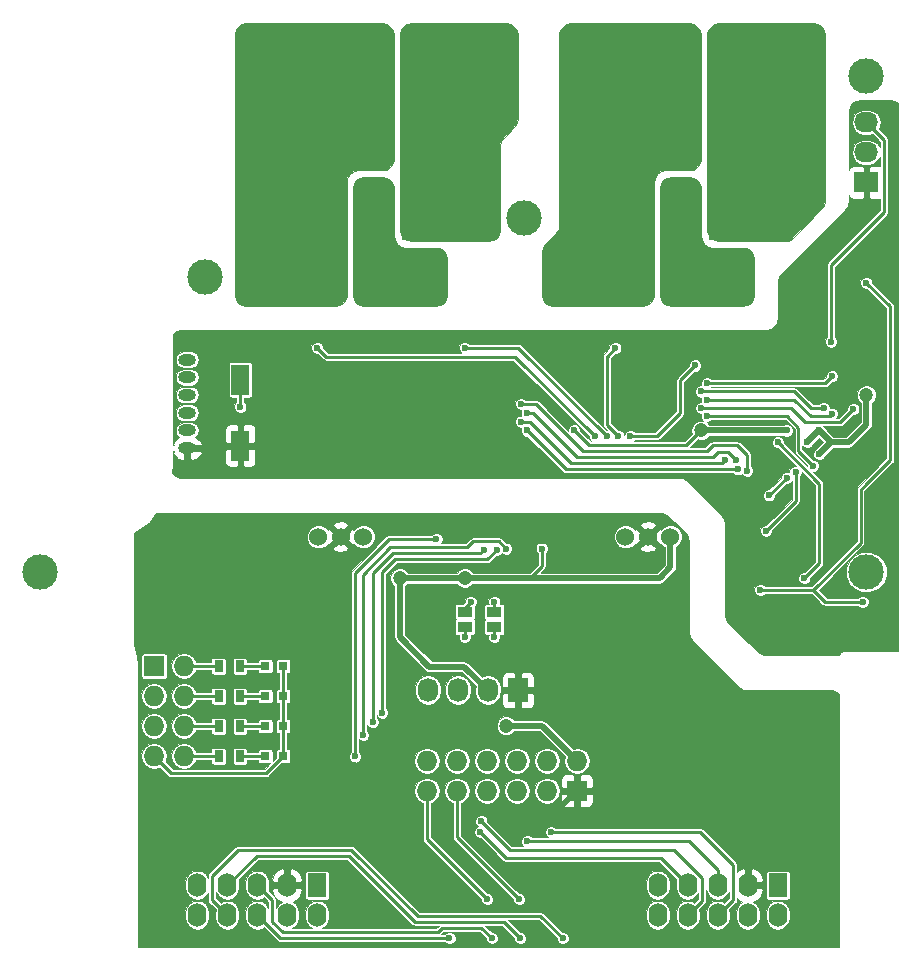
<source format=gbr>
G04 #@! TF.FileFunction,Copper,L1,Top,Signal*
%FSLAX46Y46*%
G04 Gerber Fmt 4.6, Leading zero omitted, Abs format (unit mm)*
G04 Created by KiCad (PCBNEW 4.0.5) date 01/02/17 21:09:29*
%MOMM*%
%LPD*%
G01*
G04 APERTURE LIST*
%ADD10C,0.100000*%
%ADD11C,1.524000*%
%ADD12O,8.000000X3.500000*%
%ADD13R,0.797560X0.797560*%
%ADD14R,1.600000X2.000000*%
%ADD15O,1.600000X2.000000*%
%ADD16R,1.727200X2.032000*%
%ADD17O,1.727200X2.032000*%
%ADD18C,2.500000*%
%ADD19C,5.000000*%
%ADD20R,0.800000X1.000000*%
%ADD21R,1.727200X1.727200*%
%ADD22O,1.727200X1.727200*%
%ADD23O,1.524000X1.000000*%
%ADD24R,1.270000X0.965200*%
%ADD25R,1.500000X2.600000*%
%ADD26R,3.000000X6.500000*%
%ADD27R,6.451600X3.000000*%
%ADD28R,2.032000X1.727200*%
%ADD29O,2.032000X1.727200*%
%ADD30C,3.000000*%
%ADD31C,1.200000*%
%ADD32C,0.600000*%
%ADD33C,0.500000*%
%ADD34C,0.250000*%
%ADD35C,0.026000*%
G04 APERTURE END LIST*
D10*
D11*
X30410000Y-50000000D03*
X28500000Y-50000000D03*
X26590000Y-50000000D03*
D12*
X23500000Y-28600000D03*
X33500000Y-28600000D03*
D11*
X56410000Y-50000000D03*
X54500000Y-50000000D03*
X52590000Y-50000000D03*
D12*
X49500000Y-28600000D03*
X59500000Y-28600000D03*
D13*
X22110700Y-60960000D03*
X23609300Y-60960000D03*
X22110700Y-63500000D03*
X23609300Y-63500000D03*
X22110700Y-66040000D03*
X23609300Y-66040000D03*
X22110700Y-68580000D03*
X23609300Y-68580000D03*
D14*
X65500000Y-79500000D03*
D15*
X65500000Y-82040000D03*
X62960000Y-79500000D03*
X62960000Y-82040000D03*
X60420000Y-79500000D03*
X60420000Y-82040000D03*
X57880000Y-79500000D03*
X57880000Y-82040000D03*
X55340000Y-79500000D03*
X55340000Y-82040000D03*
D16*
X43500000Y-63000000D03*
D17*
X40960000Y-63000000D03*
X38420000Y-63000000D03*
X35880000Y-63000000D03*
D18*
X31500000Y-17000000D03*
X36580000Y-17000000D03*
D19*
X27690000Y-9380000D03*
X40390000Y-9380000D03*
D18*
X57500000Y-17000000D03*
X62580000Y-17000000D03*
D19*
X53690000Y-9380000D03*
X66390000Y-9380000D03*
D20*
X19950000Y-60960000D03*
X18150000Y-60960000D03*
X19950000Y-63500000D03*
X18150000Y-63500000D03*
X19950000Y-66040000D03*
X18150000Y-66040000D03*
X19950000Y-68580000D03*
X18150000Y-68580000D03*
D21*
X48500000Y-71500000D03*
D22*
X48500000Y-68960000D03*
X45960000Y-71500000D03*
X45960000Y-68960000D03*
X43420000Y-71500000D03*
X43420000Y-68960000D03*
X40880000Y-71500000D03*
X40880000Y-68960000D03*
X38340000Y-71500000D03*
X38340000Y-68960000D03*
X35800000Y-71500000D03*
X35800000Y-68960000D03*
D21*
X12700000Y-60960000D03*
D22*
X15240000Y-60960000D03*
X12700000Y-63500000D03*
X15240000Y-63500000D03*
X12700000Y-66040000D03*
X15240000Y-66040000D03*
X12700000Y-68580000D03*
X15240000Y-68580000D03*
D23*
X15500000Y-42500000D03*
X15500000Y-41000000D03*
X15500000Y-39500000D03*
X15500000Y-38000000D03*
X15500000Y-36500000D03*
X15500000Y-35000000D03*
D24*
X41500000Y-57635000D03*
X41500000Y-56365000D03*
X39000000Y-57635000D03*
X39000000Y-56365000D03*
D14*
X26500000Y-79500000D03*
D15*
X26500000Y-82040000D03*
X23960000Y-79500000D03*
X23960000Y-82040000D03*
X21420000Y-79500000D03*
X21420000Y-82040000D03*
X18880000Y-79500000D03*
X18880000Y-82040000D03*
X16340000Y-79500000D03*
X16340000Y-82040000D03*
D25*
X20000000Y-36700000D03*
X20000000Y-42300000D03*
D26*
X31200000Y-23000000D03*
D27*
X36900000Y-23400000D03*
D26*
X57200000Y-23000000D03*
D27*
X62900000Y-23400000D03*
D28*
X73000000Y-20000000D03*
D29*
X73000000Y-17460000D03*
X73000000Y-14920000D03*
D30*
X44000000Y-23000000D03*
X17000000Y-28000000D03*
X3000000Y-53000000D03*
X73000000Y-53000000D03*
X73000000Y-11000000D03*
D31*
X39000000Y-53500000D03*
D32*
X45500000Y-51000000D03*
D31*
X33500000Y-53500000D03*
X49000000Y-55500000D03*
D32*
X46000000Y-73000000D03*
D31*
X39500000Y-73000000D03*
D32*
X39500000Y-55500000D03*
X41500000Y-55500000D03*
D31*
X42500000Y-66000000D03*
D32*
X44300000Y-75800000D03*
X46300000Y-75000000D03*
X40300000Y-75000000D03*
X40400000Y-74100000D03*
X41300000Y-84000000D03*
X37700000Y-84000000D03*
X43700000Y-84000000D03*
X47300000Y-84000000D03*
X41500000Y-58500000D03*
X39000000Y-58500000D03*
X41700000Y-51100000D03*
X32000000Y-64900000D03*
X40600000Y-51100000D03*
X31200000Y-65700000D03*
X43600000Y-80700000D03*
X42500000Y-51000000D03*
X30400000Y-66800000D03*
X40900000Y-80700000D03*
X29700000Y-68600000D03*
X36600000Y-50200000D03*
X56000000Y-35000000D03*
X44500000Y-37750000D03*
X37500000Y-35500000D03*
D31*
X66500000Y-33000000D03*
X54000000Y-39750000D03*
D32*
X65700000Y-51000000D03*
X68000000Y-47500000D03*
X67500000Y-51500000D03*
X72700000Y-55500000D03*
X73000000Y-28500000D03*
X64000000Y-54500000D03*
X67000000Y-44500000D03*
X64500000Y-49500000D03*
X66250000Y-41000000D03*
X48250000Y-41000000D03*
D31*
X59000000Y-41000000D03*
X73000000Y-38000000D03*
D32*
X68000000Y-42000000D03*
X69000000Y-43000000D03*
X70000000Y-42000000D03*
X69000000Y-41000000D03*
X70000000Y-33500000D03*
X59000000Y-39100000D03*
X71900000Y-39200000D03*
X59500000Y-38400000D03*
X70100000Y-39600000D03*
X59000000Y-37700000D03*
X69400000Y-39100000D03*
X70100000Y-36400000D03*
X59500000Y-37000000D03*
X68500000Y-44000000D03*
X59500000Y-39800000D03*
X20000000Y-39000000D03*
X65500000Y-42000000D03*
X67750000Y-53500000D03*
X43750000Y-38750000D03*
X62900000Y-44400000D03*
X44250000Y-41000000D03*
X62100000Y-44300000D03*
X62000000Y-43500000D03*
X44250000Y-39500000D03*
X61000000Y-43500000D03*
X43750000Y-40250000D03*
X64750000Y-46500000D03*
X66250000Y-45000000D03*
X51000000Y-41500000D03*
X39000000Y-34000000D03*
X50000000Y-41500000D03*
X26500000Y-34000000D03*
X52000000Y-41500000D03*
X51750000Y-34000000D03*
X53000000Y-41500000D03*
X58500000Y-35500000D03*
D33*
X33500000Y-53500000D02*
X33500000Y-58500000D01*
X33500000Y-58500000D02*
X36000000Y-61000000D01*
X36000000Y-61000000D02*
X38960000Y-61000000D01*
X38960000Y-61000000D02*
X40960000Y-63000000D01*
D34*
X45500000Y-52500000D02*
X44500000Y-53500000D01*
X45500000Y-51000000D02*
X45500000Y-52500000D01*
D33*
X33500000Y-53500000D02*
X39000000Y-53500000D01*
X39000000Y-53500000D02*
X44500000Y-53500000D01*
X56410000Y-52590000D02*
X56410000Y-50000000D01*
X44500000Y-53500000D02*
X55500000Y-53500000D01*
X55500000Y-53500000D02*
X56410000Y-52590000D01*
X43500000Y-61000000D02*
X43500000Y-63000000D01*
X49000000Y-55500000D02*
X43500000Y-61000000D01*
X48500000Y-71500000D02*
X47000000Y-73000000D01*
X47000000Y-73000000D02*
X46000000Y-73000000D01*
X46000000Y-73000000D02*
X39500000Y-73000000D01*
D34*
X39500000Y-55500000D02*
X39000000Y-56000000D01*
X39000000Y-56000000D02*
X39000000Y-56365000D01*
X41500000Y-56365000D02*
X41500000Y-55500000D01*
X19950000Y-60960000D02*
X22110700Y-60960000D01*
X23609300Y-66040000D02*
X23609300Y-63500000D01*
X23609300Y-66040000D02*
X23609300Y-68580000D01*
X23609300Y-60960000D02*
X23609300Y-63500000D01*
X12700000Y-68580000D02*
X14120000Y-70000000D01*
X22189300Y-70000000D02*
X23609300Y-68580000D01*
X14120000Y-70000000D02*
X22189300Y-70000000D01*
D33*
X48500000Y-68960000D02*
X45540000Y-66000000D01*
X45540000Y-66000000D02*
X42500000Y-66000000D01*
D34*
X19950000Y-63500000D02*
X22110700Y-63500000D01*
X19950000Y-66040000D02*
X22110700Y-66040000D01*
X22110700Y-68580000D02*
X19950000Y-68580000D01*
X60420000Y-79500000D02*
X60420000Y-78220000D01*
X56720000Y-75800000D02*
X44300000Y-75800000D01*
X60420000Y-78220000D02*
X58000000Y-75800000D01*
X58000000Y-75800000D02*
X56720000Y-75800000D01*
X61700000Y-80760000D02*
X60420000Y-82040000D01*
X61700000Y-77800000D02*
X61700000Y-80760000D01*
X58900000Y-75000000D02*
X61700000Y-77800000D01*
X46300000Y-75000000D02*
X58900000Y-75000000D01*
X40300000Y-75000000D02*
X42500000Y-77200000D01*
X42500000Y-77200000D02*
X55580000Y-77200000D01*
X55580000Y-77200000D02*
X57880000Y-79500000D01*
X40400000Y-74100000D02*
X42800000Y-76500000D01*
X56700000Y-76500000D02*
X59100000Y-78900000D01*
X42800000Y-76500000D02*
X56700000Y-76500000D01*
X59100000Y-80820000D02*
X57880000Y-82040000D01*
X59100000Y-78900000D02*
X59100000Y-80820000D01*
X41300000Y-84000000D02*
X40400000Y-83100000D01*
X22700000Y-80780000D02*
X21420000Y-79500000D01*
X22700000Y-82600000D02*
X22700000Y-80780000D01*
X23600000Y-83500000D02*
X22700000Y-82600000D01*
X36700000Y-83500000D02*
X23600000Y-83500000D01*
X37100000Y-83100000D02*
X36700000Y-83500000D01*
X40400000Y-83100000D02*
X37100000Y-83100000D01*
X37700000Y-84000000D02*
X23380000Y-84000000D01*
X23380000Y-84000000D02*
X21420000Y-82040000D01*
X43700000Y-84000000D02*
X42300000Y-82600000D01*
X21380000Y-77000000D02*
X18880000Y-79500000D01*
X29200000Y-77000000D02*
X21380000Y-77000000D01*
X34800000Y-82600000D02*
X29200000Y-77000000D01*
X42300000Y-82600000D02*
X34800000Y-82600000D01*
X47300000Y-84000000D02*
X45400000Y-82100000D01*
X17600000Y-80760000D02*
X18880000Y-82040000D01*
X17600000Y-78700000D02*
X17600000Y-80760000D01*
X19800000Y-76500000D02*
X17600000Y-78700000D01*
X29400000Y-76500000D02*
X19800000Y-76500000D01*
X35000000Y-82100000D02*
X29400000Y-76500000D01*
X45400000Y-82100000D02*
X35000000Y-82100000D01*
X41500000Y-58500000D02*
X41500000Y-57635000D01*
X39000000Y-57635000D02*
X39000000Y-58500000D01*
X32000000Y-53000000D02*
X33100000Y-51900000D01*
X41700000Y-51100000D02*
X40900000Y-51900000D01*
X32000000Y-53000000D02*
X32000000Y-61800000D01*
X40900000Y-51900000D02*
X33100000Y-51900000D01*
X32000000Y-61800000D02*
X32000000Y-64900000D01*
X32900000Y-51400000D02*
X31200000Y-53100000D01*
X40600000Y-51100000D02*
X40300000Y-51400000D01*
X31200000Y-53100000D02*
X31200000Y-62200000D01*
X40300000Y-51400000D02*
X32900000Y-51400000D01*
X31200000Y-62200000D02*
X31200000Y-65700000D01*
X38340000Y-71500000D02*
X38340000Y-75440000D01*
X38340000Y-75440000D02*
X43600000Y-80700000D01*
X30400000Y-53200000D02*
X32700000Y-50900000D01*
X30400000Y-53200000D02*
X30400000Y-62500000D01*
X42500000Y-51000000D02*
X41900000Y-50400000D01*
X39200000Y-50900000D02*
X32700000Y-50900000D01*
X39700000Y-50400000D02*
X39200000Y-50900000D01*
X41900000Y-50400000D02*
X39700000Y-50400000D01*
X30400000Y-62500000D02*
X30400000Y-66800000D01*
X40900000Y-80700000D02*
X35800000Y-75600000D01*
X35800000Y-75600000D02*
X35800000Y-71500000D01*
X32600000Y-50200000D02*
X29700000Y-53100000D01*
X29700000Y-62800000D02*
X29700000Y-53100000D01*
X29700000Y-68600000D02*
X29700000Y-62800000D01*
X36600000Y-50200000D02*
X32600000Y-50200000D01*
X15240000Y-60960000D02*
X18150000Y-60960000D01*
X15240000Y-63500000D02*
X18150000Y-63500000D01*
X15240000Y-66040000D02*
X18150000Y-66040000D01*
X18150000Y-68580000D02*
X15240000Y-68580000D01*
X42250000Y-35500000D02*
X44500000Y-37750000D01*
X37500000Y-35500000D02*
X42250000Y-35500000D01*
D33*
X56500000Y-34500000D02*
X65000000Y-34500000D01*
X56000000Y-35000000D02*
X56500000Y-34500000D01*
X66500000Y-33000000D02*
X65000000Y-34500000D01*
X54000000Y-37000000D02*
X56000000Y-35000000D01*
X54000000Y-37000000D02*
X54000000Y-39750000D01*
X54000000Y-39750000D02*
X54000000Y-39750000D01*
D34*
X20000000Y-42300000D02*
X19800000Y-42500000D01*
X19800000Y-42500000D02*
X15500000Y-42500000D01*
X66200000Y-51500000D02*
X67500000Y-51500000D01*
X65700000Y-51000000D02*
X66200000Y-51500000D01*
X67500000Y-51500000D02*
X68000000Y-51000000D01*
X68000000Y-51000000D02*
X68000000Y-47500000D01*
X69500000Y-55500000D02*
X68500000Y-54500000D01*
X72700000Y-55500000D02*
X69500000Y-55500000D01*
X73000000Y-28500000D02*
X75000000Y-30500000D01*
X75000000Y-30500000D02*
X75000000Y-43500000D01*
X72500000Y-50500000D02*
X68500000Y-54500000D01*
X73000000Y-45500000D02*
X75000000Y-43500000D01*
X72500000Y-46000000D02*
X73000000Y-45500000D01*
X72500000Y-46000000D02*
X72500000Y-50500000D01*
X64000000Y-54500000D02*
X68500000Y-54500000D01*
X67000000Y-47000000D02*
X67000000Y-44500000D01*
X64500000Y-49500000D02*
X67000000Y-47000000D01*
D33*
X59000000Y-41000000D02*
X66250000Y-41000000D01*
D34*
X48250000Y-41000000D02*
X49500000Y-42250000D01*
X57750000Y-42250000D02*
X59000000Y-41000000D01*
X49500000Y-42250000D02*
X57750000Y-42250000D01*
D33*
X71500000Y-42000000D02*
X73000000Y-40500000D01*
X73000000Y-38000000D02*
X73000000Y-40500000D01*
X70000000Y-42000000D02*
X71500000Y-42000000D01*
X69000000Y-41000000D02*
X68000000Y-42000000D01*
X70000000Y-42000000D02*
X69000000Y-43000000D01*
X69000000Y-41000000D02*
X70000000Y-42000000D01*
D34*
X74500000Y-16420000D02*
X73000000Y-14920000D01*
X74500000Y-22500000D02*
X74500000Y-16420000D01*
X70000000Y-27000000D02*
X74500000Y-22500000D01*
X70000000Y-33500000D02*
X70000000Y-27000000D01*
X66600000Y-39100000D02*
X59000000Y-39100000D01*
X71900000Y-39200000D02*
X70800000Y-40300000D01*
X70800000Y-40300000D02*
X67800000Y-40300000D01*
X67800000Y-40300000D02*
X66600000Y-39100000D01*
X70100000Y-39600000D02*
X69900000Y-39800000D01*
X69900000Y-39800000D02*
X68300000Y-39800000D01*
X68300000Y-39800000D02*
X66900000Y-38400000D01*
X59500000Y-38400000D02*
X66900000Y-38400000D01*
X66900000Y-37700000D02*
X59000000Y-37700000D01*
X69400000Y-39100000D02*
X68300000Y-39100000D01*
X68300000Y-39100000D02*
X66900000Y-37700000D01*
X69500000Y-37000000D02*
X59500000Y-37000000D01*
X70100000Y-36400000D02*
X69500000Y-37000000D01*
X59500000Y-39800000D02*
X66300000Y-39800000D01*
X68500000Y-44000000D02*
X67250000Y-42750000D01*
X66300000Y-39800000D02*
X67250000Y-40750000D01*
X67250000Y-40750000D02*
X67250000Y-42750000D01*
X20000000Y-36700000D02*
X20000000Y-39000000D01*
X67750000Y-53500000D02*
X69000000Y-52250000D01*
X69000000Y-45500000D02*
X65500000Y-42000000D01*
X69000000Y-52250000D02*
X69000000Y-45500000D01*
X60000000Y-42250000D02*
X59500000Y-42750000D01*
X49000000Y-42750000D02*
X48250000Y-42000000D01*
X59500000Y-42750000D02*
X49000000Y-42750000D01*
X45000000Y-38750000D02*
X48250000Y-42000000D01*
X45000000Y-38750000D02*
X43750000Y-38750000D01*
X62050000Y-42250000D02*
X60000000Y-42250000D01*
X62900000Y-43100000D02*
X62050000Y-42250000D01*
X62900000Y-44400000D02*
X62900000Y-43100000D01*
X62100000Y-44300000D02*
X47550000Y-44300000D01*
X47550000Y-44300000D02*
X44250000Y-41000000D01*
X61300000Y-42800000D02*
X60450000Y-42800000D01*
X62000000Y-43500000D02*
X61300000Y-42800000D01*
X48050000Y-42800000D02*
X48500000Y-43250000D01*
X44250000Y-39500000D02*
X44750000Y-39500000D01*
X48050000Y-42800000D02*
X44750000Y-39500000D01*
X48500000Y-43250000D02*
X60000000Y-43250000D01*
X60000000Y-43250000D02*
X60450000Y-42800000D01*
X60750000Y-43750000D02*
X60250000Y-43750000D01*
X61000000Y-43500000D02*
X60750000Y-43750000D01*
X60250000Y-43750000D02*
X59850000Y-43750000D01*
X48000000Y-43750000D02*
X47750000Y-43500000D01*
X59850000Y-43750000D02*
X48000000Y-43750000D01*
X43750000Y-40250000D02*
X44500000Y-40250000D01*
X44500000Y-40250000D02*
X47750000Y-43500000D01*
X51000000Y-41500000D02*
X43500000Y-34000000D01*
X66250000Y-45000000D02*
X64750000Y-46500000D01*
X43500000Y-34000000D02*
X39000000Y-34000000D01*
X50000000Y-41500000D02*
X43250000Y-34750000D01*
X27250000Y-34750000D02*
X26500000Y-34000000D01*
X43250000Y-34750000D02*
X27250000Y-34750000D01*
X52000000Y-41500000D02*
X51000000Y-40500000D01*
X51000000Y-34750000D02*
X51750000Y-34000000D01*
X51000000Y-40500000D02*
X51000000Y-34750000D01*
X55250000Y-41500000D02*
X53000000Y-41500000D01*
X57250000Y-39500000D02*
X55250000Y-41500000D01*
X57250000Y-36750000D02*
X57250000Y-39500000D01*
X58500000Y-35500000D02*
X57250000Y-36750000D01*
D35*
G36*
X68877611Y-6588366D02*
X69197735Y-6802265D01*
X69411634Y-7122389D01*
X69487000Y-7501279D01*
X69487000Y-21584507D01*
X69411634Y-21963398D01*
X69197009Y-22284607D01*
X66784309Y-24697307D01*
X66579227Y-24854671D01*
X66341214Y-24953260D01*
X66084932Y-24987000D01*
X60501279Y-24987000D01*
X60122389Y-24911634D01*
X59802265Y-24697735D01*
X59588366Y-24377611D01*
X59513000Y-23998721D01*
X59513000Y-7501279D01*
X59588366Y-7122389D01*
X59802265Y-6802265D01*
X60122389Y-6588366D01*
X60501279Y-6513000D01*
X68498721Y-6513000D01*
X68877611Y-6588366D01*
X68877611Y-6588366D01*
G37*
X68877611Y-6588366D02*
X69197735Y-6802265D01*
X69411634Y-7122389D01*
X69487000Y-7501279D01*
X69487000Y-21584507D01*
X69411634Y-21963398D01*
X69197009Y-22284607D01*
X66784309Y-24697307D01*
X66579227Y-24854671D01*
X66341214Y-24953260D01*
X66084932Y-24987000D01*
X60501279Y-24987000D01*
X60122389Y-24911634D01*
X59802265Y-24697735D01*
X59588366Y-24377611D01*
X59513000Y-23998721D01*
X59513000Y-7501279D01*
X59588366Y-7122389D01*
X59802265Y-6802265D01*
X60122389Y-6588366D01*
X60501279Y-6513000D01*
X68498721Y-6513000D01*
X68877611Y-6588366D01*
G36*
X58377611Y-19588366D02*
X58697735Y-19802265D01*
X58911634Y-20122389D01*
X58987000Y-20501279D01*
X58987000Y-24500000D01*
X58987250Y-24502536D01*
X59063370Y-24885219D01*
X59065311Y-24889905D01*
X59282084Y-25214329D01*
X59285671Y-25217916D01*
X59610095Y-25434689D01*
X59614781Y-25436630D01*
X59997464Y-25512750D01*
X60000000Y-25513000D01*
X62498721Y-25513000D01*
X62877611Y-25588366D01*
X63197735Y-25802265D01*
X63411634Y-26122389D01*
X63487000Y-26501279D01*
X63487000Y-29498721D01*
X63411634Y-29877611D01*
X63197735Y-30197735D01*
X62877611Y-30411634D01*
X62498721Y-30487000D01*
X56501279Y-30487000D01*
X56122389Y-30411634D01*
X55802265Y-30197735D01*
X55588366Y-29877611D01*
X55513000Y-29498721D01*
X55513000Y-20501279D01*
X55588366Y-20122389D01*
X55802265Y-19802265D01*
X56122389Y-19588366D01*
X56501279Y-19513000D01*
X57998721Y-19513000D01*
X58377611Y-19588366D01*
X58377611Y-19588366D01*
G37*
X58377611Y-19588366D02*
X58697735Y-19802265D01*
X58911634Y-20122389D01*
X58987000Y-20501279D01*
X58987000Y-24500000D01*
X58987250Y-24502536D01*
X59063370Y-24885219D01*
X59065311Y-24889905D01*
X59282084Y-25214329D01*
X59285671Y-25217916D01*
X59610095Y-25434689D01*
X59614781Y-25436630D01*
X59997464Y-25512750D01*
X60000000Y-25513000D01*
X62498721Y-25513000D01*
X62877611Y-25588366D01*
X63197735Y-25802265D01*
X63411634Y-26122389D01*
X63487000Y-26501279D01*
X63487000Y-29498721D01*
X63411634Y-29877611D01*
X63197735Y-30197735D01*
X62877611Y-30411634D01*
X62498721Y-30487000D01*
X56501279Y-30487000D01*
X56122389Y-30411634D01*
X55802265Y-30197735D01*
X55588366Y-29877611D01*
X55513000Y-29498721D01*
X55513000Y-20501279D01*
X55588366Y-20122389D01*
X55802265Y-19802265D01*
X56122389Y-19588366D01*
X56501279Y-19513000D01*
X57998721Y-19513000D01*
X58377611Y-19588366D01*
G36*
X58377611Y-6588366D02*
X58697735Y-6802265D01*
X58911634Y-7122389D01*
X58987000Y-7501279D01*
X58987000Y-17998721D01*
X58911634Y-18377611D01*
X58697735Y-18697735D01*
X58377611Y-18911634D01*
X57998721Y-18987000D01*
X56000000Y-18987000D01*
X55997464Y-18987250D01*
X55614781Y-19063370D01*
X55610095Y-19065311D01*
X55285671Y-19282084D01*
X55282084Y-19285671D01*
X55065311Y-19610095D01*
X55063370Y-19614781D01*
X54987250Y-19997464D01*
X54987000Y-20000000D01*
X54987000Y-29498721D01*
X54911634Y-29877611D01*
X54697735Y-30197735D01*
X54377611Y-30411634D01*
X53998721Y-30487000D01*
X46501279Y-30487000D01*
X46122389Y-30411634D01*
X45802265Y-30197735D01*
X45588366Y-29877611D01*
X45513000Y-29498721D01*
X45513000Y-25915493D01*
X45588366Y-25536602D01*
X45802991Y-25215393D01*
X46716299Y-24302085D01*
X46717916Y-24300115D01*
X46934689Y-23975692D01*
X46936630Y-23971006D01*
X47012750Y-23588322D01*
X47013000Y-23585786D01*
X47013000Y-7501279D01*
X47088366Y-7122389D01*
X47302265Y-6802265D01*
X47622389Y-6588366D01*
X48001279Y-6513000D01*
X57998721Y-6513000D01*
X58377611Y-6588366D01*
X58377611Y-6588366D01*
G37*
X58377611Y-6588366D02*
X58697735Y-6802265D01*
X58911634Y-7122389D01*
X58987000Y-7501279D01*
X58987000Y-17998721D01*
X58911634Y-18377611D01*
X58697735Y-18697735D01*
X58377611Y-18911634D01*
X57998721Y-18987000D01*
X56000000Y-18987000D01*
X55997464Y-18987250D01*
X55614781Y-19063370D01*
X55610095Y-19065311D01*
X55285671Y-19282084D01*
X55282084Y-19285671D01*
X55065311Y-19610095D01*
X55063370Y-19614781D01*
X54987250Y-19997464D01*
X54987000Y-20000000D01*
X54987000Y-29498721D01*
X54911634Y-29877611D01*
X54697735Y-30197735D01*
X54377611Y-30411634D01*
X53998721Y-30487000D01*
X46501279Y-30487000D01*
X46122389Y-30411634D01*
X45802265Y-30197735D01*
X45588366Y-29877611D01*
X45513000Y-29498721D01*
X45513000Y-25915493D01*
X45588366Y-25536602D01*
X45802991Y-25215393D01*
X46716299Y-24302085D01*
X46717916Y-24300115D01*
X46934689Y-23975692D01*
X46936630Y-23971006D01*
X47012750Y-23588322D01*
X47013000Y-23585786D01*
X47013000Y-7501279D01*
X47088366Y-7122389D01*
X47302265Y-6802265D01*
X47622389Y-6588366D01*
X48001279Y-6513000D01*
X57998721Y-6513000D01*
X58377611Y-6588366D01*
G36*
X42877611Y-6588366D02*
X43197735Y-6802265D01*
X43411634Y-7122389D01*
X43487000Y-7501279D01*
X43487000Y-14584507D01*
X43411634Y-14963398D01*
X43197009Y-15284607D01*
X42283701Y-16197915D01*
X42282084Y-16199885D01*
X42065311Y-16524308D01*
X42063370Y-16528994D01*
X41987250Y-16911678D01*
X41987000Y-16914214D01*
X41987000Y-23998721D01*
X41911634Y-24377611D01*
X41697735Y-24697735D01*
X41377611Y-24911634D01*
X40998721Y-24987000D01*
X34501279Y-24987000D01*
X34122389Y-24911634D01*
X33802265Y-24697735D01*
X33588366Y-24377611D01*
X33513000Y-23998721D01*
X33513000Y-7501279D01*
X33588366Y-7122389D01*
X33802265Y-6802265D01*
X34122389Y-6588366D01*
X34501279Y-6513000D01*
X42498721Y-6513000D01*
X42877611Y-6588366D01*
X42877611Y-6588366D01*
G37*
X42877611Y-6588366D02*
X43197735Y-6802265D01*
X43411634Y-7122389D01*
X43487000Y-7501279D01*
X43487000Y-14584507D01*
X43411634Y-14963398D01*
X43197009Y-15284607D01*
X42283701Y-16197915D01*
X42282084Y-16199885D01*
X42065311Y-16524308D01*
X42063370Y-16528994D01*
X41987250Y-16911678D01*
X41987000Y-16914214D01*
X41987000Y-23998721D01*
X41911634Y-24377611D01*
X41697735Y-24697735D01*
X41377611Y-24911634D01*
X40998721Y-24987000D01*
X34501279Y-24987000D01*
X34122389Y-24911634D01*
X33802265Y-24697735D01*
X33588366Y-24377611D01*
X33513000Y-23998721D01*
X33513000Y-7501279D01*
X33588366Y-7122389D01*
X33802265Y-6802265D01*
X34122389Y-6588366D01*
X34501279Y-6513000D01*
X42498721Y-6513000D01*
X42877611Y-6588366D01*
G36*
X32377611Y-6588366D02*
X32697735Y-6802265D01*
X32911634Y-7122389D01*
X32987000Y-7501279D01*
X32987000Y-17998721D01*
X32911634Y-18377611D01*
X32697735Y-18697735D01*
X32377611Y-18911634D01*
X31998721Y-18987000D01*
X30000000Y-18987000D01*
X29997464Y-18987250D01*
X29614781Y-19063370D01*
X29610095Y-19065311D01*
X29285671Y-19282084D01*
X29282084Y-19285671D01*
X29065311Y-19610095D01*
X29063370Y-19614781D01*
X28987250Y-19997464D01*
X28987000Y-20000000D01*
X28987000Y-29498721D01*
X28911634Y-29877611D01*
X28697735Y-30197735D01*
X28377611Y-30411634D01*
X27998721Y-30487000D01*
X20501279Y-30487000D01*
X20122389Y-30411634D01*
X19802265Y-30197735D01*
X19588366Y-29877611D01*
X19513000Y-29498721D01*
X19513000Y-7501279D01*
X19588366Y-7122389D01*
X19802265Y-6802265D01*
X20122389Y-6588366D01*
X20501279Y-6513000D01*
X31998721Y-6513000D01*
X32377611Y-6588366D01*
X32377611Y-6588366D01*
G37*
X32377611Y-6588366D02*
X32697735Y-6802265D01*
X32911634Y-7122389D01*
X32987000Y-7501279D01*
X32987000Y-17998721D01*
X32911634Y-18377611D01*
X32697735Y-18697735D01*
X32377611Y-18911634D01*
X31998721Y-18987000D01*
X30000000Y-18987000D01*
X29997464Y-18987250D01*
X29614781Y-19063370D01*
X29610095Y-19065311D01*
X29285671Y-19282084D01*
X29282084Y-19285671D01*
X29065311Y-19610095D01*
X29063370Y-19614781D01*
X28987250Y-19997464D01*
X28987000Y-20000000D01*
X28987000Y-29498721D01*
X28911634Y-29877611D01*
X28697735Y-30197735D01*
X28377611Y-30411634D01*
X27998721Y-30487000D01*
X20501279Y-30487000D01*
X20122389Y-30411634D01*
X19802265Y-30197735D01*
X19588366Y-29877611D01*
X19513000Y-29498721D01*
X19513000Y-7501279D01*
X19588366Y-7122389D01*
X19802265Y-6802265D01*
X20122389Y-6588366D01*
X20501279Y-6513000D01*
X31998721Y-6513000D01*
X32377611Y-6588366D01*
G36*
X32377611Y-19588366D02*
X32697735Y-19802265D01*
X32911634Y-20122389D01*
X32987000Y-20501279D01*
X32987000Y-24500000D01*
X32987250Y-24502536D01*
X33063370Y-24885219D01*
X33065311Y-24889905D01*
X33282084Y-25214329D01*
X33285671Y-25217916D01*
X33610095Y-25434689D01*
X33614781Y-25436630D01*
X33997464Y-25512750D01*
X34000000Y-25513000D01*
X36498721Y-25513000D01*
X36877611Y-25588366D01*
X37197735Y-25802265D01*
X37411634Y-26122389D01*
X37487000Y-26501279D01*
X37487000Y-29498721D01*
X37411634Y-29877611D01*
X37197735Y-30197735D01*
X36877611Y-30411634D01*
X36498721Y-30487000D01*
X30501279Y-30487000D01*
X30122389Y-30411634D01*
X29802265Y-30197735D01*
X29588366Y-29877611D01*
X29513000Y-29498721D01*
X29513000Y-20501279D01*
X29588366Y-20122389D01*
X29802265Y-19802265D01*
X30122389Y-19588366D01*
X30501279Y-19513000D01*
X31998721Y-19513000D01*
X32377611Y-19588366D01*
X32377611Y-19588366D01*
G37*
X32377611Y-19588366D02*
X32697735Y-19802265D01*
X32911634Y-20122389D01*
X32987000Y-20501279D01*
X32987000Y-24500000D01*
X32987250Y-24502536D01*
X33063370Y-24885219D01*
X33065311Y-24889905D01*
X33282084Y-25214329D01*
X33285671Y-25217916D01*
X33610095Y-25434689D01*
X33614781Y-25436630D01*
X33997464Y-25512750D01*
X34000000Y-25513000D01*
X36498721Y-25513000D01*
X36877611Y-25588366D01*
X37197735Y-25802265D01*
X37411634Y-26122389D01*
X37487000Y-26501279D01*
X37487000Y-29498721D01*
X37411634Y-29877611D01*
X37197735Y-30197735D01*
X36877611Y-30411634D01*
X36498721Y-30487000D01*
X30501279Y-30487000D01*
X30122389Y-30411634D01*
X29802265Y-30197735D01*
X29588366Y-29877611D01*
X29513000Y-29498721D01*
X29513000Y-20501279D01*
X29588366Y-20122389D01*
X29802265Y-19802265D01*
X30122389Y-19588366D01*
X30501279Y-19513000D01*
X31998721Y-19513000D01*
X32377611Y-19588366D01*
G36*
X75377611Y-13088366D02*
X75697735Y-13302265D01*
X75712000Y-13323614D01*
X75712000Y-59676386D01*
X75697735Y-59697735D01*
X75676386Y-59712000D01*
X71000000Y-59712000D01*
X70889787Y-59733923D01*
X70796353Y-59796353D01*
X70733923Y-59889787D01*
X70714586Y-59987000D01*
X64415493Y-59987000D01*
X64036602Y-59911634D01*
X63715393Y-59697009D01*
X61302991Y-57284607D01*
X61088366Y-56963398D01*
X61013000Y-56584507D01*
X61013000Y-54601594D01*
X63486911Y-54601594D01*
X63564846Y-54790211D01*
X63709030Y-54934646D01*
X63897510Y-55012910D01*
X64101594Y-55013089D01*
X64290211Y-54935154D01*
X64387534Y-54838000D01*
X68359996Y-54838000D01*
X69260998Y-55739002D01*
X69370653Y-55812271D01*
X69500000Y-55838000D01*
X72312552Y-55838000D01*
X72409030Y-55934646D01*
X72597510Y-56012910D01*
X72801594Y-56013089D01*
X72990211Y-55935154D01*
X73134646Y-55790970D01*
X73212910Y-55602490D01*
X73213089Y-55398406D01*
X73135154Y-55209789D01*
X72990970Y-55065354D01*
X72802490Y-54987090D01*
X72598406Y-54986911D01*
X72409789Y-55064846D01*
X72312466Y-55162000D01*
X69640004Y-55162000D01*
X68978004Y-54500000D01*
X70138762Y-53339242D01*
X71286703Y-53339242D01*
X71546942Y-53969069D01*
X72028396Y-54451364D01*
X72657768Y-54712702D01*
X73339242Y-54713297D01*
X73969069Y-54453058D01*
X74451364Y-53971604D01*
X74712702Y-53342232D01*
X74713297Y-52660758D01*
X74453058Y-52030931D01*
X73971604Y-51548636D01*
X73342232Y-51287298D01*
X72660758Y-51286703D01*
X72030931Y-51546942D01*
X71548636Y-52028396D01*
X71287298Y-52657768D01*
X71286703Y-53339242D01*
X70138762Y-53339242D01*
X72739002Y-50739002D01*
X72812271Y-50629347D01*
X72838000Y-50500000D01*
X72838000Y-46140004D01*
X75239002Y-43739002D01*
X75312271Y-43629347D01*
X75338000Y-43500000D01*
X75338000Y-30500000D01*
X75312271Y-30370653D01*
X75239002Y-30260998D01*
X73512969Y-28534965D01*
X73513089Y-28398406D01*
X73435154Y-28209789D01*
X73290970Y-28065354D01*
X73102490Y-27987090D01*
X72898406Y-27986911D01*
X72709789Y-28064846D01*
X72565354Y-28209030D01*
X72487090Y-28397510D01*
X72486911Y-28601594D01*
X72564846Y-28790211D01*
X72709030Y-28934646D01*
X72897510Y-29012910D01*
X73035027Y-29013031D01*
X74662000Y-30640004D01*
X74662000Y-43359996D01*
X72260998Y-45760998D01*
X72187729Y-45870653D01*
X72162000Y-46000000D01*
X72162000Y-50359996D01*
X68359996Y-54162000D01*
X64387448Y-54162000D01*
X64290970Y-54065354D01*
X64102490Y-53987090D01*
X63898406Y-53986911D01*
X63709789Y-54064846D01*
X63565354Y-54209030D01*
X63487090Y-54397510D01*
X63486911Y-54601594D01*
X61013000Y-54601594D01*
X61013000Y-48914214D01*
X61012750Y-48911678D01*
X60936630Y-48528994D01*
X60934689Y-48524308D01*
X60717916Y-48199885D01*
X60716299Y-48197915D01*
X57802085Y-45283701D01*
X57800115Y-45282084D01*
X57475692Y-45065311D01*
X57471006Y-45063370D01*
X57088322Y-44987250D01*
X57085786Y-44987000D01*
X15001279Y-44987000D01*
X14622389Y-44911634D01*
X14302265Y-44697735D01*
X14188670Y-44527728D01*
X14282466Y-44056186D01*
X14282466Y-44027821D01*
X14288000Y-44000000D01*
X14288000Y-42741002D01*
X14380471Y-42741002D01*
X14295767Y-42893239D01*
X14422336Y-43118571D01*
X14721142Y-43383626D01*
X15098635Y-43514157D01*
X15259000Y-43393223D01*
X15259000Y-42741000D01*
X15741000Y-42741000D01*
X15741000Y-43393223D01*
X15901365Y-43514157D01*
X16278858Y-43383626D01*
X16577664Y-43118571D01*
X16704233Y-42893239D01*
X16619528Y-42741000D01*
X15741000Y-42741000D01*
X15259000Y-42741000D01*
X15239000Y-42741000D01*
X15239000Y-42671250D01*
X18729000Y-42671250D01*
X18729000Y-43703633D01*
X18808317Y-43895122D01*
X18954877Y-44041682D01*
X19146366Y-44121000D01*
X19628750Y-44121000D01*
X19759000Y-43990750D01*
X19759000Y-42541000D01*
X20241000Y-42541000D01*
X20241000Y-43990750D01*
X20371250Y-44121000D01*
X20853634Y-44121000D01*
X21045123Y-44041682D01*
X21191683Y-43895122D01*
X21271000Y-43703633D01*
X21271000Y-42671250D01*
X21140750Y-42541000D01*
X20241000Y-42541000D01*
X19759000Y-42541000D01*
X18859250Y-42541000D01*
X18729000Y-42671250D01*
X15239000Y-42671250D01*
X15239000Y-42259000D01*
X15259000Y-42259000D01*
X15259000Y-42239000D01*
X15741000Y-42239000D01*
X15741000Y-42259000D01*
X16619528Y-42259000D01*
X16704233Y-42106761D01*
X16577664Y-41881429D01*
X16278858Y-41616374D01*
X16172420Y-41579569D01*
X16285268Y-41504167D01*
X16439827Y-41272853D01*
X16494101Y-41000000D01*
X16473488Y-40896367D01*
X18729000Y-40896367D01*
X18729000Y-41928750D01*
X18859250Y-42059000D01*
X19759000Y-42059000D01*
X19759000Y-40609250D01*
X20241000Y-40609250D01*
X20241000Y-42059000D01*
X21140750Y-42059000D01*
X21271000Y-41928750D01*
X21271000Y-40896367D01*
X21191683Y-40704878D01*
X21045123Y-40558318D01*
X20853634Y-40479000D01*
X20371250Y-40479000D01*
X20241000Y-40609250D01*
X19759000Y-40609250D01*
X19628750Y-40479000D01*
X19146366Y-40479000D01*
X18954877Y-40558318D01*
X18808317Y-40704878D01*
X18729000Y-40896367D01*
X16473488Y-40896367D01*
X16439827Y-40727147D01*
X16285268Y-40495833D01*
X16053954Y-40341274D01*
X15781101Y-40287000D01*
X15218899Y-40287000D01*
X14946046Y-40341274D01*
X14714732Y-40495833D01*
X14560173Y-40727147D01*
X14505899Y-41000000D01*
X14560173Y-41272853D01*
X14714732Y-41504167D01*
X14827580Y-41579569D01*
X14721142Y-41616374D01*
X14422336Y-41881429D01*
X14295767Y-42106761D01*
X14380471Y-42258998D01*
X14288000Y-42258998D01*
X14288000Y-39500000D01*
X14505899Y-39500000D01*
X14560173Y-39772853D01*
X14714732Y-40004167D01*
X14946046Y-40158726D01*
X15218899Y-40213000D01*
X15781101Y-40213000D01*
X16053954Y-40158726D01*
X16285268Y-40004167D01*
X16439827Y-39772853D01*
X16494101Y-39500000D01*
X16439827Y-39227147D01*
X16285268Y-38995833D01*
X16053954Y-38841274D01*
X15781101Y-38787000D01*
X15218899Y-38787000D01*
X14946046Y-38841274D01*
X14714732Y-38995833D01*
X14560173Y-39227147D01*
X14505899Y-39500000D01*
X14288000Y-39500000D01*
X14288000Y-38000000D01*
X14505899Y-38000000D01*
X14560173Y-38272853D01*
X14714732Y-38504167D01*
X14946046Y-38658726D01*
X15218899Y-38713000D01*
X15781101Y-38713000D01*
X16053954Y-38658726D01*
X16285268Y-38504167D01*
X16439827Y-38272853D01*
X16494101Y-38000000D01*
X16439827Y-37727147D01*
X16285268Y-37495833D01*
X16053954Y-37341274D01*
X15781101Y-37287000D01*
X15218899Y-37287000D01*
X14946046Y-37341274D01*
X14714732Y-37495833D01*
X14560173Y-37727147D01*
X14505899Y-38000000D01*
X14288000Y-38000000D01*
X14288000Y-36500000D01*
X14505899Y-36500000D01*
X14560173Y-36772853D01*
X14714732Y-37004167D01*
X14946046Y-37158726D01*
X15218899Y-37213000D01*
X15781101Y-37213000D01*
X16053954Y-37158726D01*
X16285268Y-37004167D01*
X16439827Y-36772853D01*
X16494101Y-36500000D01*
X16439827Y-36227147D01*
X16285268Y-35995833D01*
X16053954Y-35841274D01*
X15781101Y-35787000D01*
X15218899Y-35787000D01*
X14946046Y-35841274D01*
X14714732Y-35995833D01*
X14560173Y-36227147D01*
X14505899Y-36500000D01*
X14288000Y-36500000D01*
X14288000Y-35000000D01*
X14505899Y-35000000D01*
X14560173Y-35272853D01*
X14714732Y-35504167D01*
X14946046Y-35658726D01*
X15218899Y-35713000D01*
X15781101Y-35713000D01*
X16053954Y-35658726D01*
X16285268Y-35504167D01*
X16354870Y-35400000D01*
X19032828Y-35400000D01*
X19032828Y-38000000D01*
X19047680Y-38078933D01*
X19094329Y-38151428D01*
X19165508Y-38200062D01*
X19250000Y-38217172D01*
X19662000Y-38217172D01*
X19662000Y-38612552D01*
X19565354Y-38709030D01*
X19487090Y-38897510D01*
X19486911Y-39101594D01*
X19564846Y-39290211D01*
X19709030Y-39434646D01*
X19897510Y-39512910D01*
X20101594Y-39513089D01*
X20290211Y-39435154D01*
X20434646Y-39290970D01*
X20512910Y-39102490D01*
X20513089Y-38898406D01*
X20435154Y-38709789D01*
X20338000Y-38612466D01*
X20338000Y-38217172D01*
X20750000Y-38217172D01*
X20828933Y-38202320D01*
X20901428Y-38155671D01*
X20950062Y-38084492D01*
X20967172Y-38000000D01*
X20967172Y-35400000D01*
X20952320Y-35321067D01*
X20905671Y-35248572D01*
X20834492Y-35199938D01*
X20750000Y-35182828D01*
X19250000Y-35182828D01*
X19171067Y-35197680D01*
X19098572Y-35244329D01*
X19049938Y-35315508D01*
X19032828Y-35400000D01*
X16354870Y-35400000D01*
X16439827Y-35272853D01*
X16494101Y-35000000D01*
X16439827Y-34727147D01*
X16285268Y-34495833D01*
X16053954Y-34341274D01*
X15781101Y-34287000D01*
X15218899Y-34287000D01*
X14946046Y-34341274D01*
X14714732Y-34495833D01*
X14560173Y-34727147D01*
X14505899Y-35000000D01*
X14288000Y-35000000D01*
X14288000Y-34101594D01*
X25986911Y-34101594D01*
X26064846Y-34290211D01*
X26209030Y-34434646D01*
X26397510Y-34512910D01*
X26535027Y-34513031D01*
X27010998Y-34989002D01*
X27120653Y-35062271D01*
X27250000Y-35088000D01*
X43109996Y-35088000D01*
X49487031Y-41465035D01*
X49486911Y-41601594D01*
X49564846Y-41790211D01*
X49686423Y-41912000D01*
X49640004Y-41912000D01*
X48762969Y-41034965D01*
X48763089Y-40898406D01*
X48685154Y-40709789D01*
X48540970Y-40565354D01*
X48352490Y-40487090D01*
X48148406Y-40486911D01*
X47959789Y-40564846D01*
X47815354Y-40709030D01*
X47737090Y-40897510D01*
X47736992Y-41008988D01*
X45239002Y-38510998D01*
X45129347Y-38437729D01*
X45000000Y-38412000D01*
X44137448Y-38412000D01*
X44040970Y-38315354D01*
X43852490Y-38237090D01*
X43648406Y-38236911D01*
X43459789Y-38314846D01*
X43315354Y-38459030D01*
X43237090Y-38647510D01*
X43236911Y-38851594D01*
X43314846Y-39040211D01*
X43459030Y-39184646D01*
X43647510Y-39262910D01*
X43792928Y-39263038D01*
X43737090Y-39397510D01*
X43736911Y-39601594D01*
X43792875Y-39737038D01*
X43648406Y-39736911D01*
X43459789Y-39814846D01*
X43315354Y-39959030D01*
X43237090Y-40147510D01*
X43236911Y-40351594D01*
X43314846Y-40540211D01*
X43459030Y-40684646D01*
X43647510Y-40762910D01*
X43792928Y-40763038D01*
X43737090Y-40897510D01*
X43736911Y-41101594D01*
X43814846Y-41290211D01*
X43959030Y-41434646D01*
X44147510Y-41512910D01*
X44285027Y-41513031D01*
X47310998Y-44539002D01*
X47420653Y-44612271D01*
X47550000Y-44638000D01*
X61712552Y-44638000D01*
X61809030Y-44734646D01*
X61997510Y-44812910D01*
X62201594Y-44813089D01*
X62390211Y-44735154D01*
X62456198Y-44669282D01*
X62464846Y-44690211D01*
X62609030Y-44834646D01*
X62797510Y-44912910D01*
X63001594Y-44913089D01*
X63190211Y-44835154D01*
X63334646Y-44690970D01*
X63412910Y-44502490D01*
X63413089Y-44298406D01*
X63335154Y-44109789D01*
X63238000Y-44012466D01*
X63238000Y-43100000D01*
X63212271Y-42970653D01*
X63139002Y-42860998D01*
X62289002Y-42010998D01*
X62179347Y-41937729D01*
X62050000Y-41912000D01*
X60000000Y-41912000D01*
X59870653Y-41937729D01*
X59760998Y-42010998D01*
X59359996Y-42412000D01*
X58066004Y-42412000D01*
X58715737Y-41762267D01*
X58837575Y-41812859D01*
X59161006Y-41813141D01*
X59459926Y-41689630D01*
X59686952Y-41463000D01*
X66027314Y-41463000D01*
X66147510Y-41512910D01*
X66351594Y-41513089D01*
X66540211Y-41435154D01*
X66684646Y-41290970D01*
X66762910Y-41102490D01*
X66763089Y-40898406D01*
X66685154Y-40709789D01*
X66540970Y-40565354D01*
X66352490Y-40487090D01*
X66148406Y-40486911D01*
X66027181Y-40537000D01*
X59686561Y-40537000D01*
X59462919Y-40312967D01*
X59601594Y-40313089D01*
X59790211Y-40235154D01*
X59887534Y-40138000D01*
X66159996Y-40138000D01*
X66912000Y-40890004D01*
X66912000Y-42750000D01*
X66937729Y-42879347D01*
X67010998Y-42989002D01*
X67987031Y-43965035D01*
X67986992Y-44008988D01*
X66012969Y-42034965D01*
X66013089Y-41898406D01*
X65935154Y-41709789D01*
X65790970Y-41565354D01*
X65602490Y-41487090D01*
X65398406Y-41486911D01*
X65209789Y-41564846D01*
X65065354Y-41709030D01*
X64987090Y-41897510D01*
X64986911Y-42101594D01*
X65064846Y-42290211D01*
X65209030Y-42434646D01*
X65397510Y-42512910D01*
X65535027Y-42513031D01*
X67009004Y-43987008D01*
X66898406Y-43986911D01*
X66709789Y-44064846D01*
X66565354Y-44209030D01*
X66487090Y-44397510D01*
X66486962Y-44542928D01*
X66352490Y-44487090D01*
X66148406Y-44486911D01*
X65959789Y-44564846D01*
X65815354Y-44709030D01*
X65737090Y-44897510D01*
X65736969Y-45035027D01*
X64784965Y-45987031D01*
X64648406Y-45986911D01*
X64459789Y-46064846D01*
X64315354Y-46209030D01*
X64237090Y-46397510D01*
X64236911Y-46601594D01*
X64314846Y-46790211D01*
X64459030Y-46934646D01*
X64647510Y-47012910D01*
X64851594Y-47013089D01*
X65040211Y-46935154D01*
X65184646Y-46790970D01*
X65262910Y-46602490D01*
X65263031Y-46464973D01*
X66215035Y-45512969D01*
X66351594Y-45513089D01*
X66540211Y-45435154D01*
X66662000Y-45313577D01*
X66662000Y-46859996D01*
X64534965Y-48987031D01*
X64398406Y-48986911D01*
X64209789Y-49064846D01*
X64065354Y-49209030D01*
X63987090Y-49397510D01*
X63986911Y-49601594D01*
X64064846Y-49790211D01*
X64209030Y-49934646D01*
X64397510Y-50012910D01*
X64601594Y-50013089D01*
X64790211Y-49935154D01*
X64934646Y-49790970D01*
X65012910Y-49602490D01*
X65013031Y-49464973D01*
X67239002Y-47239002D01*
X67312271Y-47129347D01*
X67338000Y-47000000D01*
X67338000Y-44887448D01*
X67434646Y-44790970D01*
X67512910Y-44602490D01*
X67513008Y-44491012D01*
X68662000Y-45640004D01*
X68662000Y-52109996D01*
X67784965Y-52987031D01*
X67648406Y-52986911D01*
X67459789Y-53064846D01*
X67315354Y-53209030D01*
X67237090Y-53397510D01*
X67236911Y-53601594D01*
X67314846Y-53790211D01*
X67459030Y-53934646D01*
X67647510Y-54012910D01*
X67851594Y-54013089D01*
X68040211Y-53935154D01*
X68184646Y-53790970D01*
X68262910Y-53602490D01*
X68263031Y-53464973D01*
X69239002Y-52489002D01*
X69312271Y-52379347D01*
X69338000Y-52250000D01*
X69338000Y-45500000D01*
X69312271Y-45370653D01*
X69239002Y-45260998D01*
X68490996Y-44512992D01*
X68601594Y-44513089D01*
X68790211Y-44435154D01*
X68934646Y-44290970D01*
X69012910Y-44102490D01*
X69013089Y-43898406D01*
X68935154Y-43709789D01*
X68790970Y-43565354D01*
X68602490Y-43487090D01*
X68464973Y-43486969D01*
X67588000Y-42609996D01*
X67588000Y-42313405D01*
X67709030Y-42434646D01*
X67897510Y-42512910D01*
X68101594Y-42513089D01*
X68290211Y-42435154D01*
X68434646Y-42290970D01*
X68484946Y-42169834D01*
X69000000Y-41654780D01*
X69345219Y-42000000D01*
X68830075Y-42515145D01*
X68709789Y-42564846D01*
X68565354Y-42709030D01*
X68487090Y-42897510D01*
X68486911Y-43101594D01*
X68564846Y-43290211D01*
X68709030Y-43434646D01*
X68897510Y-43512910D01*
X69101594Y-43513089D01*
X69290211Y-43435154D01*
X69434646Y-43290970D01*
X69484946Y-43169834D01*
X70169926Y-42484855D01*
X70222819Y-42463000D01*
X71500000Y-42463000D01*
X71647786Y-42433603D01*
X71677183Y-42427756D01*
X71827390Y-42327390D01*
X73327390Y-40827391D01*
X73427756Y-40677183D01*
X73439000Y-40620653D01*
X73463000Y-40500000D01*
X73463000Y-38686561D01*
X73688826Y-38461129D01*
X73812859Y-38162425D01*
X73813141Y-37838994D01*
X73689630Y-37540074D01*
X73461129Y-37311174D01*
X73162425Y-37187141D01*
X72838994Y-37186859D01*
X72540074Y-37310370D01*
X72311174Y-37538871D01*
X72187141Y-37837575D01*
X72186859Y-38161006D01*
X72310370Y-38459926D01*
X72537000Y-38686952D01*
X72537000Y-40308219D01*
X71308220Y-41537000D01*
X70222686Y-41537000D01*
X70169835Y-41515054D01*
X69484855Y-40830075D01*
X69435154Y-40709789D01*
X69363490Y-40638000D01*
X70800000Y-40638000D01*
X70929347Y-40612271D01*
X71039002Y-40539002D01*
X71865035Y-39712969D01*
X72001594Y-39713089D01*
X72190211Y-39635154D01*
X72334646Y-39490970D01*
X72412910Y-39302490D01*
X72413089Y-39098406D01*
X72335154Y-38909789D01*
X72190970Y-38765354D01*
X72002490Y-38687090D01*
X71798406Y-38686911D01*
X71609789Y-38764846D01*
X71465354Y-38909030D01*
X71387090Y-39097510D01*
X71386969Y-39235027D01*
X70659996Y-39962000D01*
X70463492Y-39962000D01*
X70534646Y-39890970D01*
X70612910Y-39702490D01*
X70613089Y-39498406D01*
X70535154Y-39309789D01*
X70390970Y-39165354D01*
X70202490Y-39087090D01*
X69998406Y-39086911D01*
X69912980Y-39122208D01*
X69913089Y-38998406D01*
X69835154Y-38809789D01*
X69690970Y-38665354D01*
X69502490Y-38587090D01*
X69298406Y-38586911D01*
X69109789Y-38664846D01*
X69012466Y-38762000D01*
X68440004Y-38762000D01*
X67139002Y-37460998D01*
X67029347Y-37387729D01*
X66900000Y-37362000D01*
X59863492Y-37362000D01*
X59887534Y-37338000D01*
X69500000Y-37338000D01*
X69629347Y-37312271D01*
X69739002Y-37239002D01*
X70065035Y-36912969D01*
X70201594Y-36913089D01*
X70390211Y-36835154D01*
X70534646Y-36690970D01*
X70612910Y-36502490D01*
X70613089Y-36298406D01*
X70535154Y-36109789D01*
X70390970Y-35965354D01*
X70202490Y-35887090D01*
X69998406Y-35886911D01*
X69809789Y-35964846D01*
X69665354Y-36109030D01*
X69587090Y-36297510D01*
X69586969Y-36435027D01*
X69359996Y-36662000D01*
X59887448Y-36662000D01*
X59790970Y-36565354D01*
X59602490Y-36487090D01*
X59398406Y-36486911D01*
X59209789Y-36564846D01*
X59065354Y-36709030D01*
X58987090Y-36897510D01*
X58986911Y-37101594D01*
X59022208Y-37187020D01*
X58898406Y-37186911D01*
X58709789Y-37264846D01*
X58565354Y-37409030D01*
X58487090Y-37597510D01*
X58486911Y-37801594D01*
X58564846Y-37990211D01*
X58709030Y-38134646D01*
X58897510Y-38212910D01*
X59022174Y-38213019D01*
X58987090Y-38297510D01*
X58986911Y-38501594D01*
X59022208Y-38587020D01*
X58898406Y-38586911D01*
X58709789Y-38664846D01*
X58565354Y-38809030D01*
X58487090Y-38997510D01*
X58486911Y-39201594D01*
X58564846Y-39390211D01*
X58709030Y-39534646D01*
X58897510Y-39612910D01*
X59022174Y-39613019D01*
X58987090Y-39697510D01*
X58986911Y-39901594D01*
X59064846Y-40090211D01*
X59161607Y-40187140D01*
X58838994Y-40186859D01*
X58540074Y-40310370D01*
X58311174Y-40538871D01*
X58187141Y-40837575D01*
X58186859Y-41161006D01*
X58237772Y-41284224D01*
X57609996Y-41912000D01*
X53313405Y-41912000D01*
X53387534Y-41838000D01*
X55250000Y-41838000D01*
X55379347Y-41812271D01*
X55489002Y-41739002D01*
X57489002Y-39739002D01*
X57562271Y-39629347D01*
X57588000Y-39500000D01*
X57588000Y-36890004D01*
X58465035Y-36012969D01*
X58601594Y-36013089D01*
X58790211Y-35935154D01*
X58934646Y-35790970D01*
X59012910Y-35602490D01*
X59013089Y-35398406D01*
X58935154Y-35209789D01*
X58790970Y-35065354D01*
X58602490Y-34987090D01*
X58398406Y-34986911D01*
X58209789Y-35064846D01*
X58065354Y-35209030D01*
X57987090Y-35397510D01*
X57986969Y-35535027D01*
X57010998Y-36510998D01*
X56937729Y-36620653D01*
X56912000Y-36750000D01*
X56912000Y-39359996D01*
X55109996Y-41162000D01*
X53387448Y-41162000D01*
X53290970Y-41065354D01*
X53102490Y-40987090D01*
X52898406Y-40986911D01*
X52709789Y-41064846D01*
X52565354Y-41209030D01*
X52499936Y-41366573D01*
X52435154Y-41209789D01*
X52290970Y-41065354D01*
X52102490Y-40987090D01*
X51964973Y-40986969D01*
X51338000Y-40359996D01*
X51338000Y-34890004D01*
X51715035Y-34512969D01*
X51851594Y-34513089D01*
X52040211Y-34435154D01*
X52184646Y-34290970D01*
X52262910Y-34102490D01*
X52263089Y-33898406D01*
X52185154Y-33709789D01*
X52077148Y-33601594D01*
X69486911Y-33601594D01*
X69564846Y-33790211D01*
X69709030Y-33934646D01*
X69897510Y-34012910D01*
X70101594Y-34013089D01*
X70290211Y-33935154D01*
X70434646Y-33790970D01*
X70512910Y-33602490D01*
X70513089Y-33398406D01*
X70435154Y-33209789D01*
X70338000Y-33112466D01*
X70338000Y-27140004D01*
X74739002Y-22739002D01*
X74812271Y-22629347D01*
X74838000Y-22500000D01*
X74838000Y-16420000D01*
X74812271Y-16290653D01*
X74739002Y-16180998D01*
X74058524Y-15500520D01*
X74171127Y-15331997D01*
X74253078Y-14920000D01*
X74171127Y-14508003D01*
X73937749Y-14158729D01*
X73588475Y-13925351D01*
X73176478Y-13843400D01*
X72823522Y-13843400D01*
X72411525Y-13925351D01*
X72062251Y-14158729D01*
X71828873Y-14508003D01*
X71746922Y-14920000D01*
X71828873Y-15331997D01*
X72062251Y-15681271D01*
X72411525Y-15914649D01*
X72823522Y-15996600D01*
X73176478Y-15996600D01*
X73528562Y-15926566D01*
X74162000Y-16560004D01*
X74162000Y-17034344D01*
X73937749Y-16698729D01*
X73588475Y-16465351D01*
X73176478Y-16383400D01*
X72823522Y-16383400D01*
X72411525Y-16465351D01*
X72062251Y-16698729D01*
X71828873Y-17048003D01*
X71746922Y-17460000D01*
X71828873Y-17871997D01*
X72062251Y-18221271D01*
X72411525Y-18454649D01*
X72823522Y-18536600D01*
X73176478Y-18536600D01*
X73588475Y-18454649D01*
X73937749Y-18221271D01*
X74162000Y-17885656D01*
X74162000Y-18632949D01*
X74119633Y-18615400D01*
X73371250Y-18615400D01*
X73241000Y-18745650D01*
X73241000Y-19759000D01*
X73261000Y-19759000D01*
X73261000Y-20241000D01*
X73241000Y-20241000D01*
X73241000Y-21254350D01*
X73371250Y-21384600D01*
X74119633Y-21384600D01*
X74162000Y-21367051D01*
X74162000Y-22359996D01*
X69760998Y-26760998D01*
X69687729Y-26870653D01*
X69662000Y-27000000D01*
X69662000Y-33112552D01*
X69565354Y-33209030D01*
X69487090Y-33397510D01*
X69486911Y-33601594D01*
X52077148Y-33601594D01*
X52040970Y-33565354D01*
X51852490Y-33487090D01*
X51648406Y-33486911D01*
X51459789Y-33564846D01*
X51315354Y-33709030D01*
X51237090Y-33897510D01*
X51236969Y-34035027D01*
X50760998Y-34510998D01*
X50687729Y-34620653D01*
X50662000Y-34750000D01*
X50662000Y-40500000D01*
X50687729Y-40629347D01*
X50760998Y-40739002D01*
X51009004Y-40987008D01*
X50964973Y-40986969D01*
X43739002Y-33760998D01*
X43629347Y-33687729D01*
X43500000Y-33662000D01*
X39387448Y-33662000D01*
X39290970Y-33565354D01*
X39102490Y-33487090D01*
X38898406Y-33486911D01*
X38709789Y-33564846D01*
X38565354Y-33709030D01*
X38487090Y-33897510D01*
X38486911Y-34101594D01*
X38564846Y-34290211D01*
X38686423Y-34412000D01*
X27390004Y-34412000D01*
X27012969Y-34034965D01*
X27013089Y-33898406D01*
X26935154Y-33709789D01*
X26790970Y-33565354D01*
X26602490Y-33487090D01*
X26398406Y-33486911D01*
X26209789Y-33564846D01*
X26065354Y-33709030D01*
X25987090Y-33897510D01*
X25986911Y-34101594D01*
X14288000Y-34101594D01*
X14288000Y-32823614D01*
X14302265Y-32802265D01*
X14622389Y-32588366D01*
X15001279Y-32513000D01*
X64500000Y-32513000D01*
X64502536Y-32512750D01*
X64885219Y-32436630D01*
X64889905Y-32434689D01*
X65214329Y-32217916D01*
X65217916Y-32214329D01*
X65434689Y-31889905D01*
X65436630Y-31885219D01*
X65512750Y-31502536D01*
X65513000Y-31500000D01*
X65513000Y-28415493D01*
X65588366Y-28036602D01*
X65802991Y-27715393D01*
X71216299Y-22302085D01*
X71217916Y-22300115D01*
X71434689Y-21975692D01*
X71436630Y-21971006D01*
X71512750Y-21588322D01*
X71513000Y-21585786D01*
X71513000Y-21087944D01*
X71542318Y-21158723D01*
X71688878Y-21305283D01*
X71880367Y-21384600D01*
X72628750Y-21384600D01*
X72759000Y-21254350D01*
X72759000Y-20241000D01*
X72739000Y-20241000D01*
X72739000Y-19759000D01*
X72759000Y-19759000D01*
X72759000Y-18745650D01*
X72628750Y-18615400D01*
X71880367Y-18615400D01*
X71688878Y-18694717D01*
X71542318Y-18841277D01*
X71513000Y-18912056D01*
X71513000Y-14001279D01*
X71588366Y-13622389D01*
X71802265Y-13302265D01*
X72122389Y-13088366D01*
X72501279Y-13013000D01*
X74998721Y-13013000D01*
X75377611Y-13088366D01*
X75377611Y-13088366D01*
G37*
X75377611Y-13088366D02*
X75697735Y-13302265D01*
X75712000Y-13323614D01*
X75712000Y-59676386D01*
X75697735Y-59697735D01*
X75676386Y-59712000D01*
X71000000Y-59712000D01*
X70889787Y-59733923D01*
X70796353Y-59796353D01*
X70733923Y-59889787D01*
X70714586Y-59987000D01*
X64415493Y-59987000D01*
X64036602Y-59911634D01*
X63715393Y-59697009D01*
X61302991Y-57284607D01*
X61088366Y-56963398D01*
X61013000Y-56584507D01*
X61013000Y-54601594D01*
X63486911Y-54601594D01*
X63564846Y-54790211D01*
X63709030Y-54934646D01*
X63897510Y-55012910D01*
X64101594Y-55013089D01*
X64290211Y-54935154D01*
X64387534Y-54838000D01*
X68359996Y-54838000D01*
X69260998Y-55739002D01*
X69370653Y-55812271D01*
X69500000Y-55838000D01*
X72312552Y-55838000D01*
X72409030Y-55934646D01*
X72597510Y-56012910D01*
X72801594Y-56013089D01*
X72990211Y-55935154D01*
X73134646Y-55790970D01*
X73212910Y-55602490D01*
X73213089Y-55398406D01*
X73135154Y-55209789D01*
X72990970Y-55065354D01*
X72802490Y-54987090D01*
X72598406Y-54986911D01*
X72409789Y-55064846D01*
X72312466Y-55162000D01*
X69640004Y-55162000D01*
X68978004Y-54500000D01*
X70138762Y-53339242D01*
X71286703Y-53339242D01*
X71546942Y-53969069D01*
X72028396Y-54451364D01*
X72657768Y-54712702D01*
X73339242Y-54713297D01*
X73969069Y-54453058D01*
X74451364Y-53971604D01*
X74712702Y-53342232D01*
X74713297Y-52660758D01*
X74453058Y-52030931D01*
X73971604Y-51548636D01*
X73342232Y-51287298D01*
X72660758Y-51286703D01*
X72030931Y-51546942D01*
X71548636Y-52028396D01*
X71287298Y-52657768D01*
X71286703Y-53339242D01*
X70138762Y-53339242D01*
X72739002Y-50739002D01*
X72812271Y-50629347D01*
X72838000Y-50500000D01*
X72838000Y-46140004D01*
X75239002Y-43739002D01*
X75312271Y-43629347D01*
X75338000Y-43500000D01*
X75338000Y-30500000D01*
X75312271Y-30370653D01*
X75239002Y-30260998D01*
X73512969Y-28534965D01*
X73513089Y-28398406D01*
X73435154Y-28209789D01*
X73290970Y-28065354D01*
X73102490Y-27987090D01*
X72898406Y-27986911D01*
X72709789Y-28064846D01*
X72565354Y-28209030D01*
X72487090Y-28397510D01*
X72486911Y-28601594D01*
X72564846Y-28790211D01*
X72709030Y-28934646D01*
X72897510Y-29012910D01*
X73035027Y-29013031D01*
X74662000Y-30640004D01*
X74662000Y-43359996D01*
X72260998Y-45760998D01*
X72187729Y-45870653D01*
X72162000Y-46000000D01*
X72162000Y-50359996D01*
X68359996Y-54162000D01*
X64387448Y-54162000D01*
X64290970Y-54065354D01*
X64102490Y-53987090D01*
X63898406Y-53986911D01*
X63709789Y-54064846D01*
X63565354Y-54209030D01*
X63487090Y-54397510D01*
X63486911Y-54601594D01*
X61013000Y-54601594D01*
X61013000Y-48914214D01*
X61012750Y-48911678D01*
X60936630Y-48528994D01*
X60934689Y-48524308D01*
X60717916Y-48199885D01*
X60716299Y-48197915D01*
X57802085Y-45283701D01*
X57800115Y-45282084D01*
X57475692Y-45065311D01*
X57471006Y-45063370D01*
X57088322Y-44987250D01*
X57085786Y-44987000D01*
X15001279Y-44987000D01*
X14622389Y-44911634D01*
X14302265Y-44697735D01*
X14188670Y-44527728D01*
X14282466Y-44056186D01*
X14282466Y-44027821D01*
X14288000Y-44000000D01*
X14288000Y-42741002D01*
X14380471Y-42741002D01*
X14295767Y-42893239D01*
X14422336Y-43118571D01*
X14721142Y-43383626D01*
X15098635Y-43514157D01*
X15259000Y-43393223D01*
X15259000Y-42741000D01*
X15741000Y-42741000D01*
X15741000Y-43393223D01*
X15901365Y-43514157D01*
X16278858Y-43383626D01*
X16577664Y-43118571D01*
X16704233Y-42893239D01*
X16619528Y-42741000D01*
X15741000Y-42741000D01*
X15259000Y-42741000D01*
X15239000Y-42741000D01*
X15239000Y-42671250D01*
X18729000Y-42671250D01*
X18729000Y-43703633D01*
X18808317Y-43895122D01*
X18954877Y-44041682D01*
X19146366Y-44121000D01*
X19628750Y-44121000D01*
X19759000Y-43990750D01*
X19759000Y-42541000D01*
X20241000Y-42541000D01*
X20241000Y-43990750D01*
X20371250Y-44121000D01*
X20853634Y-44121000D01*
X21045123Y-44041682D01*
X21191683Y-43895122D01*
X21271000Y-43703633D01*
X21271000Y-42671250D01*
X21140750Y-42541000D01*
X20241000Y-42541000D01*
X19759000Y-42541000D01*
X18859250Y-42541000D01*
X18729000Y-42671250D01*
X15239000Y-42671250D01*
X15239000Y-42259000D01*
X15259000Y-42259000D01*
X15259000Y-42239000D01*
X15741000Y-42239000D01*
X15741000Y-42259000D01*
X16619528Y-42259000D01*
X16704233Y-42106761D01*
X16577664Y-41881429D01*
X16278858Y-41616374D01*
X16172420Y-41579569D01*
X16285268Y-41504167D01*
X16439827Y-41272853D01*
X16494101Y-41000000D01*
X16473488Y-40896367D01*
X18729000Y-40896367D01*
X18729000Y-41928750D01*
X18859250Y-42059000D01*
X19759000Y-42059000D01*
X19759000Y-40609250D01*
X20241000Y-40609250D01*
X20241000Y-42059000D01*
X21140750Y-42059000D01*
X21271000Y-41928750D01*
X21271000Y-40896367D01*
X21191683Y-40704878D01*
X21045123Y-40558318D01*
X20853634Y-40479000D01*
X20371250Y-40479000D01*
X20241000Y-40609250D01*
X19759000Y-40609250D01*
X19628750Y-40479000D01*
X19146366Y-40479000D01*
X18954877Y-40558318D01*
X18808317Y-40704878D01*
X18729000Y-40896367D01*
X16473488Y-40896367D01*
X16439827Y-40727147D01*
X16285268Y-40495833D01*
X16053954Y-40341274D01*
X15781101Y-40287000D01*
X15218899Y-40287000D01*
X14946046Y-40341274D01*
X14714732Y-40495833D01*
X14560173Y-40727147D01*
X14505899Y-41000000D01*
X14560173Y-41272853D01*
X14714732Y-41504167D01*
X14827580Y-41579569D01*
X14721142Y-41616374D01*
X14422336Y-41881429D01*
X14295767Y-42106761D01*
X14380471Y-42258998D01*
X14288000Y-42258998D01*
X14288000Y-39500000D01*
X14505899Y-39500000D01*
X14560173Y-39772853D01*
X14714732Y-40004167D01*
X14946046Y-40158726D01*
X15218899Y-40213000D01*
X15781101Y-40213000D01*
X16053954Y-40158726D01*
X16285268Y-40004167D01*
X16439827Y-39772853D01*
X16494101Y-39500000D01*
X16439827Y-39227147D01*
X16285268Y-38995833D01*
X16053954Y-38841274D01*
X15781101Y-38787000D01*
X15218899Y-38787000D01*
X14946046Y-38841274D01*
X14714732Y-38995833D01*
X14560173Y-39227147D01*
X14505899Y-39500000D01*
X14288000Y-39500000D01*
X14288000Y-38000000D01*
X14505899Y-38000000D01*
X14560173Y-38272853D01*
X14714732Y-38504167D01*
X14946046Y-38658726D01*
X15218899Y-38713000D01*
X15781101Y-38713000D01*
X16053954Y-38658726D01*
X16285268Y-38504167D01*
X16439827Y-38272853D01*
X16494101Y-38000000D01*
X16439827Y-37727147D01*
X16285268Y-37495833D01*
X16053954Y-37341274D01*
X15781101Y-37287000D01*
X15218899Y-37287000D01*
X14946046Y-37341274D01*
X14714732Y-37495833D01*
X14560173Y-37727147D01*
X14505899Y-38000000D01*
X14288000Y-38000000D01*
X14288000Y-36500000D01*
X14505899Y-36500000D01*
X14560173Y-36772853D01*
X14714732Y-37004167D01*
X14946046Y-37158726D01*
X15218899Y-37213000D01*
X15781101Y-37213000D01*
X16053954Y-37158726D01*
X16285268Y-37004167D01*
X16439827Y-36772853D01*
X16494101Y-36500000D01*
X16439827Y-36227147D01*
X16285268Y-35995833D01*
X16053954Y-35841274D01*
X15781101Y-35787000D01*
X15218899Y-35787000D01*
X14946046Y-35841274D01*
X14714732Y-35995833D01*
X14560173Y-36227147D01*
X14505899Y-36500000D01*
X14288000Y-36500000D01*
X14288000Y-35000000D01*
X14505899Y-35000000D01*
X14560173Y-35272853D01*
X14714732Y-35504167D01*
X14946046Y-35658726D01*
X15218899Y-35713000D01*
X15781101Y-35713000D01*
X16053954Y-35658726D01*
X16285268Y-35504167D01*
X16354870Y-35400000D01*
X19032828Y-35400000D01*
X19032828Y-38000000D01*
X19047680Y-38078933D01*
X19094329Y-38151428D01*
X19165508Y-38200062D01*
X19250000Y-38217172D01*
X19662000Y-38217172D01*
X19662000Y-38612552D01*
X19565354Y-38709030D01*
X19487090Y-38897510D01*
X19486911Y-39101594D01*
X19564846Y-39290211D01*
X19709030Y-39434646D01*
X19897510Y-39512910D01*
X20101594Y-39513089D01*
X20290211Y-39435154D01*
X20434646Y-39290970D01*
X20512910Y-39102490D01*
X20513089Y-38898406D01*
X20435154Y-38709789D01*
X20338000Y-38612466D01*
X20338000Y-38217172D01*
X20750000Y-38217172D01*
X20828933Y-38202320D01*
X20901428Y-38155671D01*
X20950062Y-38084492D01*
X20967172Y-38000000D01*
X20967172Y-35400000D01*
X20952320Y-35321067D01*
X20905671Y-35248572D01*
X20834492Y-35199938D01*
X20750000Y-35182828D01*
X19250000Y-35182828D01*
X19171067Y-35197680D01*
X19098572Y-35244329D01*
X19049938Y-35315508D01*
X19032828Y-35400000D01*
X16354870Y-35400000D01*
X16439827Y-35272853D01*
X16494101Y-35000000D01*
X16439827Y-34727147D01*
X16285268Y-34495833D01*
X16053954Y-34341274D01*
X15781101Y-34287000D01*
X15218899Y-34287000D01*
X14946046Y-34341274D01*
X14714732Y-34495833D01*
X14560173Y-34727147D01*
X14505899Y-35000000D01*
X14288000Y-35000000D01*
X14288000Y-34101594D01*
X25986911Y-34101594D01*
X26064846Y-34290211D01*
X26209030Y-34434646D01*
X26397510Y-34512910D01*
X26535027Y-34513031D01*
X27010998Y-34989002D01*
X27120653Y-35062271D01*
X27250000Y-35088000D01*
X43109996Y-35088000D01*
X49487031Y-41465035D01*
X49486911Y-41601594D01*
X49564846Y-41790211D01*
X49686423Y-41912000D01*
X49640004Y-41912000D01*
X48762969Y-41034965D01*
X48763089Y-40898406D01*
X48685154Y-40709789D01*
X48540970Y-40565354D01*
X48352490Y-40487090D01*
X48148406Y-40486911D01*
X47959789Y-40564846D01*
X47815354Y-40709030D01*
X47737090Y-40897510D01*
X47736992Y-41008988D01*
X45239002Y-38510998D01*
X45129347Y-38437729D01*
X45000000Y-38412000D01*
X44137448Y-38412000D01*
X44040970Y-38315354D01*
X43852490Y-38237090D01*
X43648406Y-38236911D01*
X43459789Y-38314846D01*
X43315354Y-38459030D01*
X43237090Y-38647510D01*
X43236911Y-38851594D01*
X43314846Y-39040211D01*
X43459030Y-39184646D01*
X43647510Y-39262910D01*
X43792928Y-39263038D01*
X43737090Y-39397510D01*
X43736911Y-39601594D01*
X43792875Y-39737038D01*
X43648406Y-39736911D01*
X43459789Y-39814846D01*
X43315354Y-39959030D01*
X43237090Y-40147510D01*
X43236911Y-40351594D01*
X43314846Y-40540211D01*
X43459030Y-40684646D01*
X43647510Y-40762910D01*
X43792928Y-40763038D01*
X43737090Y-40897510D01*
X43736911Y-41101594D01*
X43814846Y-41290211D01*
X43959030Y-41434646D01*
X44147510Y-41512910D01*
X44285027Y-41513031D01*
X47310998Y-44539002D01*
X47420653Y-44612271D01*
X47550000Y-44638000D01*
X61712552Y-44638000D01*
X61809030Y-44734646D01*
X61997510Y-44812910D01*
X62201594Y-44813089D01*
X62390211Y-44735154D01*
X62456198Y-44669282D01*
X62464846Y-44690211D01*
X62609030Y-44834646D01*
X62797510Y-44912910D01*
X63001594Y-44913089D01*
X63190211Y-44835154D01*
X63334646Y-44690970D01*
X63412910Y-44502490D01*
X63413089Y-44298406D01*
X63335154Y-44109789D01*
X63238000Y-44012466D01*
X63238000Y-43100000D01*
X63212271Y-42970653D01*
X63139002Y-42860998D01*
X62289002Y-42010998D01*
X62179347Y-41937729D01*
X62050000Y-41912000D01*
X60000000Y-41912000D01*
X59870653Y-41937729D01*
X59760998Y-42010998D01*
X59359996Y-42412000D01*
X58066004Y-42412000D01*
X58715737Y-41762267D01*
X58837575Y-41812859D01*
X59161006Y-41813141D01*
X59459926Y-41689630D01*
X59686952Y-41463000D01*
X66027314Y-41463000D01*
X66147510Y-41512910D01*
X66351594Y-41513089D01*
X66540211Y-41435154D01*
X66684646Y-41290970D01*
X66762910Y-41102490D01*
X66763089Y-40898406D01*
X66685154Y-40709789D01*
X66540970Y-40565354D01*
X66352490Y-40487090D01*
X66148406Y-40486911D01*
X66027181Y-40537000D01*
X59686561Y-40537000D01*
X59462919Y-40312967D01*
X59601594Y-40313089D01*
X59790211Y-40235154D01*
X59887534Y-40138000D01*
X66159996Y-40138000D01*
X66912000Y-40890004D01*
X66912000Y-42750000D01*
X66937729Y-42879347D01*
X67010998Y-42989002D01*
X67987031Y-43965035D01*
X67986992Y-44008988D01*
X66012969Y-42034965D01*
X66013089Y-41898406D01*
X65935154Y-41709789D01*
X65790970Y-41565354D01*
X65602490Y-41487090D01*
X65398406Y-41486911D01*
X65209789Y-41564846D01*
X65065354Y-41709030D01*
X64987090Y-41897510D01*
X64986911Y-42101594D01*
X65064846Y-42290211D01*
X65209030Y-42434646D01*
X65397510Y-42512910D01*
X65535027Y-42513031D01*
X67009004Y-43987008D01*
X66898406Y-43986911D01*
X66709789Y-44064846D01*
X66565354Y-44209030D01*
X66487090Y-44397510D01*
X66486962Y-44542928D01*
X66352490Y-44487090D01*
X66148406Y-44486911D01*
X65959789Y-44564846D01*
X65815354Y-44709030D01*
X65737090Y-44897510D01*
X65736969Y-45035027D01*
X64784965Y-45987031D01*
X64648406Y-45986911D01*
X64459789Y-46064846D01*
X64315354Y-46209030D01*
X64237090Y-46397510D01*
X64236911Y-46601594D01*
X64314846Y-46790211D01*
X64459030Y-46934646D01*
X64647510Y-47012910D01*
X64851594Y-47013089D01*
X65040211Y-46935154D01*
X65184646Y-46790970D01*
X65262910Y-46602490D01*
X65263031Y-46464973D01*
X66215035Y-45512969D01*
X66351594Y-45513089D01*
X66540211Y-45435154D01*
X66662000Y-45313577D01*
X66662000Y-46859996D01*
X64534965Y-48987031D01*
X64398406Y-48986911D01*
X64209789Y-49064846D01*
X64065354Y-49209030D01*
X63987090Y-49397510D01*
X63986911Y-49601594D01*
X64064846Y-49790211D01*
X64209030Y-49934646D01*
X64397510Y-50012910D01*
X64601594Y-50013089D01*
X64790211Y-49935154D01*
X64934646Y-49790970D01*
X65012910Y-49602490D01*
X65013031Y-49464973D01*
X67239002Y-47239002D01*
X67312271Y-47129347D01*
X67338000Y-47000000D01*
X67338000Y-44887448D01*
X67434646Y-44790970D01*
X67512910Y-44602490D01*
X67513008Y-44491012D01*
X68662000Y-45640004D01*
X68662000Y-52109996D01*
X67784965Y-52987031D01*
X67648406Y-52986911D01*
X67459789Y-53064846D01*
X67315354Y-53209030D01*
X67237090Y-53397510D01*
X67236911Y-53601594D01*
X67314846Y-53790211D01*
X67459030Y-53934646D01*
X67647510Y-54012910D01*
X67851594Y-54013089D01*
X68040211Y-53935154D01*
X68184646Y-53790970D01*
X68262910Y-53602490D01*
X68263031Y-53464973D01*
X69239002Y-52489002D01*
X69312271Y-52379347D01*
X69338000Y-52250000D01*
X69338000Y-45500000D01*
X69312271Y-45370653D01*
X69239002Y-45260998D01*
X68490996Y-44512992D01*
X68601594Y-44513089D01*
X68790211Y-44435154D01*
X68934646Y-44290970D01*
X69012910Y-44102490D01*
X69013089Y-43898406D01*
X68935154Y-43709789D01*
X68790970Y-43565354D01*
X68602490Y-43487090D01*
X68464973Y-43486969D01*
X67588000Y-42609996D01*
X67588000Y-42313405D01*
X67709030Y-42434646D01*
X67897510Y-42512910D01*
X68101594Y-42513089D01*
X68290211Y-42435154D01*
X68434646Y-42290970D01*
X68484946Y-42169834D01*
X69000000Y-41654780D01*
X69345219Y-42000000D01*
X68830075Y-42515145D01*
X68709789Y-42564846D01*
X68565354Y-42709030D01*
X68487090Y-42897510D01*
X68486911Y-43101594D01*
X68564846Y-43290211D01*
X68709030Y-43434646D01*
X68897510Y-43512910D01*
X69101594Y-43513089D01*
X69290211Y-43435154D01*
X69434646Y-43290970D01*
X69484946Y-43169834D01*
X70169926Y-42484855D01*
X70222819Y-42463000D01*
X71500000Y-42463000D01*
X71647786Y-42433603D01*
X71677183Y-42427756D01*
X71827390Y-42327390D01*
X73327390Y-40827391D01*
X73427756Y-40677183D01*
X73439000Y-40620653D01*
X73463000Y-40500000D01*
X73463000Y-38686561D01*
X73688826Y-38461129D01*
X73812859Y-38162425D01*
X73813141Y-37838994D01*
X73689630Y-37540074D01*
X73461129Y-37311174D01*
X73162425Y-37187141D01*
X72838994Y-37186859D01*
X72540074Y-37310370D01*
X72311174Y-37538871D01*
X72187141Y-37837575D01*
X72186859Y-38161006D01*
X72310370Y-38459926D01*
X72537000Y-38686952D01*
X72537000Y-40308219D01*
X71308220Y-41537000D01*
X70222686Y-41537000D01*
X70169835Y-41515054D01*
X69484855Y-40830075D01*
X69435154Y-40709789D01*
X69363490Y-40638000D01*
X70800000Y-40638000D01*
X70929347Y-40612271D01*
X71039002Y-40539002D01*
X71865035Y-39712969D01*
X72001594Y-39713089D01*
X72190211Y-39635154D01*
X72334646Y-39490970D01*
X72412910Y-39302490D01*
X72413089Y-39098406D01*
X72335154Y-38909789D01*
X72190970Y-38765354D01*
X72002490Y-38687090D01*
X71798406Y-38686911D01*
X71609789Y-38764846D01*
X71465354Y-38909030D01*
X71387090Y-39097510D01*
X71386969Y-39235027D01*
X70659996Y-39962000D01*
X70463492Y-39962000D01*
X70534646Y-39890970D01*
X70612910Y-39702490D01*
X70613089Y-39498406D01*
X70535154Y-39309789D01*
X70390970Y-39165354D01*
X70202490Y-39087090D01*
X69998406Y-39086911D01*
X69912980Y-39122208D01*
X69913089Y-38998406D01*
X69835154Y-38809789D01*
X69690970Y-38665354D01*
X69502490Y-38587090D01*
X69298406Y-38586911D01*
X69109789Y-38664846D01*
X69012466Y-38762000D01*
X68440004Y-38762000D01*
X67139002Y-37460998D01*
X67029347Y-37387729D01*
X66900000Y-37362000D01*
X59863492Y-37362000D01*
X59887534Y-37338000D01*
X69500000Y-37338000D01*
X69629347Y-37312271D01*
X69739002Y-37239002D01*
X70065035Y-36912969D01*
X70201594Y-36913089D01*
X70390211Y-36835154D01*
X70534646Y-36690970D01*
X70612910Y-36502490D01*
X70613089Y-36298406D01*
X70535154Y-36109789D01*
X70390970Y-35965354D01*
X70202490Y-35887090D01*
X69998406Y-35886911D01*
X69809789Y-35964846D01*
X69665354Y-36109030D01*
X69587090Y-36297510D01*
X69586969Y-36435027D01*
X69359996Y-36662000D01*
X59887448Y-36662000D01*
X59790970Y-36565354D01*
X59602490Y-36487090D01*
X59398406Y-36486911D01*
X59209789Y-36564846D01*
X59065354Y-36709030D01*
X58987090Y-36897510D01*
X58986911Y-37101594D01*
X59022208Y-37187020D01*
X58898406Y-37186911D01*
X58709789Y-37264846D01*
X58565354Y-37409030D01*
X58487090Y-37597510D01*
X58486911Y-37801594D01*
X58564846Y-37990211D01*
X58709030Y-38134646D01*
X58897510Y-38212910D01*
X59022174Y-38213019D01*
X58987090Y-38297510D01*
X58986911Y-38501594D01*
X59022208Y-38587020D01*
X58898406Y-38586911D01*
X58709789Y-38664846D01*
X58565354Y-38809030D01*
X58487090Y-38997510D01*
X58486911Y-39201594D01*
X58564846Y-39390211D01*
X58709030Y-39534646D01*
X58897510Y-39612910D01*
X59022174Y-39613019D01*
X58987090Y-39697510D01*
X58986911Y-39901594D01*
X59064846Y-40090211D01*
X59161607Y-40187140D01*
X58838994Y-40186859D01*
X58540074Y-40310370D01*
X58311174Y-40538871D01*
X58187141Y-40837575D01*
X58186859Y-41161006D01*
X58237772Y-41284224D01*
X57609996Y-41912000D01*
X53313405Y-41912000D01*
X53387534Y-41838000D01*
X55250000Y-41838000D01*
X55379347Y-41812271D01*
X55489002Y-41739002D01*
X57489002Y-39739002D01*
X57562271Y-39629347D01*
X57588000Y-39500000D01*
X57588000Y-36890004D01*
X58465035Y-36012969D01*
X58601594Y-36013089D01*
X58790211Y-35935154D01*
X58934646Y-35790970D01*
X59012910Y-35602490D01*
X59013089Y-35398406D01*
X58935154Y-35209789D01*
X58790970Y-35065354D01*
X58602490Y-34987090D01*
X58398406Y-34986911D01*
X58209789Y-35064846D01*
X58065354Y-35209030D01*
X57987090Y-35397510D01*
X57986969Y-35535027D01*
X57010998Y-36510998D01*
X56937729Y-36620653D01*
X56912000Y-36750000D01*
X56912000Y-39359996D01*
X55109996Y-41162000D01*
X53387448Y-41162000D01*
X53290970Y-41065354D01*
X53102490Y-40987090D01*
X52898406Y-40986911D01*
X52709789Y-41064846D01*
X52565354Y-41209030D01*
X52499936Y-41366573D01*
X52435154Y-41209789D01*
X52290970Y-41065354D01*
X52102490Y-40987090D01*
X51964973Y-40986969D01*
X51338000Y-40359996D01*
X51338000Y-34890004D01*
X51715035Y-34512969D01*
X51851594Y-34513089D01*
X52040211Y-34435154D01*
X52184646Y-34290970D01*
X52262910Y-34102490D01*
X52263089Y-33898406D01*
X52185154Y-33709789D01*
X52077148Y-33601594D01*
X69486911Y-33601594D01*
X69564846Y-33790211D01*
X69709030Y-33934646D01*
X69897510Y-34012910D01*
X70101594Y-34013089D01*
X70290211Y-33935154D01*
X70434646Y-33790970D01*
X70512910Y-33602490D01*
X70513089Y-33398406D01*
X70435154Y-33209789D01*
X70338000Y-33112466D01*
X70338000Y-27140004D01*
X74739002Y-22739002D01*
X74812271Y-22629347D01*
X74838000Y-22500000D01*
X74838000Y-16420000D01*
X74812271Y-16290653D01*
X74739002Y-16180998D01*
X74058524Y-15500520D01*
X74171127Y-15331997D01*
X74253078Y-14920000D01*
X74171127Y-14508003D01*
X73937749Y-14158729D01*
X73588475Y-13925351D01*
X73176478Y-13843400D01*
X72823522Y-13843400D01*
X72411525Y-13925351D01*
X72062251Y-14158729D01*
X71828873Y-14508003D01*
X71746922Y-14920000D01*
X71828873Y-15331997D01*
X72062251Y-15681271D01*
X72411525Y-15914649D01*
X72823522Y-15996600D01*
X73176478Y-15996600D01*
X73528562Y-15926566D01*
X74162000Y-16560004D01*
X74162000Y-17034344D01*
X73937749Y-16698729D01*
X73588475Y-16465351D01*
X73176478Y-16383400D01*
X72823522Y-16383400D01*
X72411525Y-16465351D01*
X72062251Y-16698729D01*
X71828873Y-17048003D01*
X71746922Y-17460000D01*
X71828873Y-17871997D01*
X72062251Y-18221271D01*
X72411525Y-18454649D01*
X72823522Y-18536600D01*
X73176478Y-18536600D01*
X73588475Y-18454649D01*
X73937749Y-18221271D01*
X74162000Y-17885656D01*
X74162000Y-18632949D01*
X74119633Y-18615400D01*
X73371250Y-18615400D01*
X73241000Y-18745650D01*
X73241000Y-19759000D01*
X73261000Y-19759000D01*
X73261000Y-20241000D01*
X73241000Y-20241000D01*
X73241000Y-21254350D01*
X73371250Y-21384600D01*
X74119633Y-21384600D01*
X74162000Y-21367051D01*
X74162000Y-22359996D01*
X69760998Y-26760998D01*
X69687729Y-26870653D01*
X69662000Y-27000000D01*
X69662000Y-33112552D01*
X69565354Y-33209030D01*
X69487090Y-33397510D01*
X69486911Y-33601594D01*
X52077148Y-33601594D01*
X52040970Y-33565354D01*
X51852490Y-33487090D01*
X51648406Y-33486911D01*
X51459789Y-33564846D01*
X51315354Y-33709030D01*
X51237090Y-33897510D01*
X51236969Y-34035027D01*
X50760998Y-34510998D01*
X50687729Y-34620653D01*
X50662000Y-34750000D01*
X50662000Y-40500000D01*
X50687729Y-40629347D01*
X50760998Y-40739002D01*
X51009004Y-40987008D01*
X50964973Y-40986969D01*
X43739002Y-33760998D01*
X43629347Y-33687729D01*
X43500000Y-33662000D01*
X39387448Y-33662000D01*
X39290970Y-33565354D01*
X39102490Y-33487090D01*
X38898406Y-33486911D01*
X38709789Y-33564846D01*
X38565354Y-33709030D01*
X38487090Y-33897510D01*
X38486911Y-34101594D01*
X38564846Y-34290211D01*
X38686423Y-34412000D01*
X27390004Y-34412000D01*
X27012969Y-34034965D01*
X27013089Y-33898406D01*
X26935154Y-33709789D01*
X26790970Y-33565354D01*
X26602490Y-33487090D01*
X26398406Y-33486911D01*
X26209789Y-33564846D01*
X26065354Y-33709030D01*
X25987090Y-33897510D01*
X25986911Y-34101594D01*
X14288000Y-34101594D01*
X14288000Y-32823614D01*
X14302265Y-32802265D01*
X14622389Y-32588366D01*
X15001279Y-32513000D01*
X64500000Y-32513000D01*
X64502536Y-32512750D01*
X64885219Y-32436630D01*
X64889905Y-32434689D01*
X65214329Y-32217916D01*
X65217916Y-32214329D01*
X65434689Y-31889905D01*
X65436630Y-31885219D01*
X65512750Y-31502536D01*
X65513000Y-31500000D01*
X65513000Y-28415493D01*
X65588366Y-28036602D01*
X65802991Y-27715393D01*
X71216299Y-22302085D01*
X71217916Y-22300115D01*
X71434689Y-21975692D01*
X71436630Y-21971006D01*
X71512750Y-21588322D01*
X71513000Y-21585786D01*
X71513000Y-21087944D01*
X71542318Y-21158723D01*
X71688878Y-21305283D01*
X71880367Y-21384600D01*
X72628750Y-21384600D01*
X72759000Y-21254350D01*
X72759000Y-20241000D01*
X72739000Y-20241000D01*
X72739000Y-19759000D01*
X72759000Y-19759000D01*
X72759000Y-18745650D01*
X72628750Y-18615400D01*
X71880367Y-18615400D01*
X71688878Y-18694717D01*
X71542318Y-18841277D01*
X71513000Y-18912056D01*
X71513000Y-14001279D01*
X71588366Y-13622389D01*
X71802265Y-13302265D01*
X72122389Y-13088366D01*
X72501279Y-13013000D01*
X74998721Y-13013000D01*
X75377611Y-13088366D01*
G36*
X55963398Y-48088366D02*
X56284607Y-48302991D01*
X57697009Y-49715393D01*
X57911634Y-50036602D01*
X57987000Y-50415493D01*
X57987000Y-58085786D01*
X57987250Y-58088322D01*
X58063370Y-58471006D01*
X58065311Y-58475692D01*
X58282084Y-58800115D01*
X58283701Y-58802085D01*
X62197915Y-62716299D01*
X62199885Y-62717916D01*
X62524308Y-62934689D01*
X62528994Y-62936630D01*
X62911678Y-63012750D01*
X62914214Y-63013000D01*
X69998721Y-63013000D01*
X70377611Y-63088366D01*
X70697735Y-63302265D01*
X70712000Y-63323614D01*
X70712000Y-84676386D01*
X70697735Y-84697735D01*
X70676386Y-84712000D01*
X11323614Y-84712000D01*
X11302265Y-84697735D01*
X11288000Y-84676386D01*
X11288000Y-81816236D01*
X15327000Y-81816236D01*
X15327000Y-82263764D01*
X15404110Y-82651422D01*
X15623701Y-82980063D01*
X15952342Y-83199654D01*
X16340000Y-83276764D01*
X16727658Y-83199654D01*
X17056299Y-82980063D01*
X17275890Y-82651422D01*
X17353000Y-82263764D01*
X17353000Y-81816236D01*
X17275890Y-81428578D01*
X17056299Y-81099937D01*
X16727658Y-80880346D01*
X16340000Y-80803236D01*
X15952342Y-80880346D01*
X15623701Y-81099937D01*
X15404110Y-81428578D01*
X15327000Y-81816236D01*
X11288000Y-81816236D01*
X11288000Y-79276236D01*
X15327000Y-79276236D01*
X15327000Y-79723764D01*
X15404110Y-80111422D01*
X15623701Y-80440063D01*
X15952342Y-80659654D01*
X16340000Y-80736764D01*
X16727658Y-80659654D01*
X17056299Y-80440063D01*
X17262000Y-80132210D01*
X17262000Y-80760000D01*
X17287729Y-80889347D01*
X17360998Y-80999002D01*
X17918637Y-81556641D01*
X17867000Y-81816236D01*
X17867000Y-82263764D01*
X17944110Y-82651422D01*
X18163701Y-82980063D01*
X18492342Y-83199654D01*
X18880000Y-83276764D01*
X19267658Y-83199654D01*
X19596299Y-82980063D01*
X19815890Y-82651422D01*
X19893000Y-82263764D01*
X19893000Y-81816236D01*
X19815890Y-81428578D01*
X19596299Y-81099937D01*
X19267658Y-80880346D01*
X18880000Y-80803236D01*
X18492342Y-80880346D01*
X18316107Y-80998103D01*
X17938000Y-80619996D01*
X17938000Y-80080705D01*
X17944110Y-80111422D01*
X18163701Y-80440063D01*
X18492342Y-80659654D01*
X18880000Y-80736764D01*
X19267658Y-80659654D01*
X19596299Y-80440063D01*
X19815890Y-80111422D01*
X19893000Y-79723764D01*
X19893000Y-79276236D01*
X19841363Y-79016641D01*
X21520004Y-77338000D01*
X29059996Y-77338000D01*
X34560998Y-82839002D01*
X34670653Y-82912271D01*
X34800000Y-82938000D01*
X36783996Y-82938000D01*
X36559996Y-83162000D01*
X26944011Y-83162000D01*
X27216299Y-82980063D01*
X27435890Y-82651422D01*
X27513000Y-82263764D01*
X27513000Y-81816236D01*
X27435890Y-81428578D01*
X27216299Y-81099937D01*
X26887658Y-80880346D01*
X26500000Y-80803236D01*
X26112342Y-80880346D01*
X25783701Y-81099937D01*
X25564110Y-81428578D01*
X25487000Y-81816236D01*
X25487000Y-82263764D01*
X25564110Y-82651422D01*
X25783701Y-82980063D01*
X26055989Y-83162000D01*
X24404011Y-83162000D01*
X24676299Y-82980063D01*
X24895890Y-82651422D01*
X24973000Y-82263764D01*
X24973000Y-81816236D01*
X24895890Y-81428578D01*
X24676299Y-81099937D01*
X24425668Y-80932471D01*
X24701095Y-80789784D01*
X25061725Y-80423224D01*
X25254627Y-79946560D01*
X25147008Y-79741000D01*
X24201000Y-79741000D01*
X24201000Y-79761000D01*
X23719000Y-79761000D01*
X23719000Y-79741000D01*
X22772992Y-79741000D01*
X22665373Y-79946560D01*
X22858275Y-80423224D01*
X23218905Y-80789784D01*
X23494332Y-80932471D01*
X23243701Y-81099937D01*
X23038000Y-81407790D01*
X23038000Y-80780000D01*
X23012271Y-80650653D01*
X22939002Y-80540998D01*
X22381363Y-79983359D01*
X22433000Y-79723764D01*
X22433000Y-79276236D01*
X22388684Y-79053440D01*
X22665373Y-79053440D01*
X22772992Y-79259000D01*
X23719000Y-79259000D01*
X23719000Y-78133893D01*
X24201000Y-78133893D01*
X24201000Y-79259000D01*
X25147008Y-79259000D01*
X25254627Y-79053440D01*
X25061725Y-78576776D01*
X24986192Y-78500000D01*
X25482828Y-78500000D01*
X25482828Y-80500000D01*
X25497680Y-80578933D01*
X25544329Y-80651428D01*
X25615508Y-80700062D01*
X25700000Y-80717172D01*
X27300000Y-80717172D01*
X27378933Y-80702320D01*
X27451428Y-80655671D01*
X27500062Y-80584492D01*
X27517172Y-80500000D01*
X27517172Y-78500000D01*
X27502320Y-78421067D01*
X27455671Y-78348572D01*
X27384492Y-78299938D01*
X27300000Y-78282828D01*
X25700000Y-78282828D01*
X25621067Y-78297680D01*
X25548572Y-78344329D01*
X25499938Y-78415508D01*
X25482828Y-78500000D01*
X24986192Y-78500000D01*
X24701095Y-78210216D01*
X24401215Y-78054861D01*
X24201000Y-78133893D01*
X23719000Y-78133893D01*
X23518785Y-78054861D01*
X23218905Y-78210216D01*
X22858275Y-78576776D01*
X22665373Y-79053440D01*
X22388684Y-79053440D01*
X22355890Y-78888578D01*
X22136299Y-78559937D01*
X21807658Y-78340346D01*
X21420000Y-78263236D01*
X21032342Y-78340346D01*
X20703701Y-78559937D01*
X20484110Y-78888578D01*
X20407000Y-79276236D01*
X20407000Y-79723764D01*
X20484110Y-80111422D01*
X20703701Y-80440063D01*
X21032342Y-80659654D01*
X21420000Y-80736764D01*
X21807658Y-80659654D01*
X21983893Y-80541897D01*
X22362000Y-80920004D01*
X22362000Y-81459295D01*
X22355890Y-81428578D01*
X22136299Y-81099937D01*
X21807658Y-80880346D01*
X21420000Y-80803236D01*
X21032342Y-80880346D01*
X20703701Y-81099937D01*
X20484110Y-81428578D01*
X20407000Y-81816236D01*
X20407000Y-82263764D01*
X20484110Y-82651422D01*
X20703701Y-82980063D01*
X21032342Y-83199654D01*
X21420000Y-83276764D01*
X21807658Y-83199654D01*
X21983893Y-83081897D01*
X23140998Y-84239002D01*
X23250653Y-84312271D01*
X23380000Y-84338000D01*
X37312552Y-84338000D01*
X37409030Y-84434646D01*
X37597510Y-84512910D01*
X37801594Y-84513089D01*
X37990211Y-84435154D01*
X38134646Y-84290970D01*
X38212910Y-84102490D01*
X38213089Y-83898406D01*
X38135154Y-83709789D01*
X37990970Y-83565354D01*
X37802490Y-83487090D01*
X37598406Y-83486911D01*
X37409789Y-83564846D01*
X37312466Y-83662000D01*
X37016004Y-83662000D01*
X37240004Y-83438000D01*
X40259996Y-83438000D01*
X40787031Y-83965035D01*
X40786911Y-84101594D01*
X40864846Y-84290211D01*
X41009030Y-84434646D01*
X41197510Y-84512910D01*
X41401594Y-84513089D01*
X41590211Y-84435154D01*
X41734646Y-84290970D01*
X41812910Y-84102490D01*
X41813089Y-83898406D01*
X41735154Y-83709789D01*
X41590970Y-83565354D01*
X41402490Y-83487090D01*
X41264973Y-83486969D01*
X40716004Y-82938000D01*
X42159996Y-82938000D01*
X43187031Y-83965035D01*
X43186911Y-84101594D01*
X43264846Y-84290211D01*
X43409030Y-84434646D01*
X43597510Y-84512910D01*
X43801594Y-84513089D01*
X43990211Y-84435154D01*
X44134646Y-84290970D01*
X44212910Y-84102490D01*
X44213089Y-83898406D01*
X44135154Y-83709789D01*
X43990970Y-83565354D01*
X43802490Y-83487090D01*
X43664973Y-83486969D01*
X42616004Y-82438000D01*
X45259996Y-82438000D01*
X46787031Y-83965035D01*
X46786911Y-84101594D01*
X46864846Y-84290211D01*
X47009030Y-84434646D01*
X47197510Y-84512910D01*
X47401594Y-84513089D01*
X47590211Y-84435154D01*
X47734646Y-84290970D01*
X47812910Y-84102490D01*
X47813089Y-83898406D01*
X47735154Y-83709789D01*
X47590970Y-83565354D01*
X47402490Y-83487090D01*
X47264973Y-83486969D01*
X45639002Y-81860998D01*
X45572011Y-81816236D01*
X54327000Y-81816236D01*
X54327000Y-82263764D01*
X54404110Y-82651422D01*
X54623701Y-82980063D01*
X54952342Y-83199654D01*
X55340000Y-83276764D01*
X55727658Y-83199654D01*
X56056299Y-82980063D01*
X56275890Y-82651422D01*
X56353000Y-82263764D01*
X56353000Y-81816236D01*
X56275890Y-81428578D01*
X56056299Y-81099937D01*
X55727658Y-80880346D01*
X55340000Y-80803236D01*
X54952342Y-80880346D01*
X54623701Y-81099937D01*
X54404110Y-81428578D01*
X54327000Y-81816236D01*
X45572011Y-81816236D01*
X45529347Y-81787729D01*
X45400000Y-81762000D01*
X35140004Y-81762000D01*
X29639002Y-76260998D01*
X29529347Y-76187729D01*
X29400000Y-76162000D01*
X19800000Y-76162000D01*
X19670653Y-76187729D01*
X19560998Y-76260998D01*
X17360998Y-78460998D01*
X17287729Y-78570653D01*
X17262000Y-78700000D01*
X17262000Y-78867790D01*
X17056299Y-78559937D01*
X16727658Y-78340346D01*
X16340000Y-78263236D01*
X15952342Y-78340346D01*
X15623701Y-78559937D01*
X15404110Y-78888578D01*
X15327000Y-79276236D01*
X11288000Y-79276236D01*
X11288000Y-71478908D01*
X34723400Y-71478908D01*
X34723400Y-71521092D01*
X34805351Y-71933089D01*
X35038729Y-72282363D01*
X35388003Y-72515741D01*
X35462000Y-72530460D01*
X35462000Y-75600000D01*
X35487729Y-75729347D01*
X35560998Y-75839002D01*
X40387031Y-80665035D01*
X40386911Y-80801594D01*
X40464846Y-80990211D01*
X40609030Y-81134646D01*
X40797510Y-81212910D01*
X41001594Y-81213089D01*
X41190211Y-81135154D01*
X41334646Y-80990970D01*
X41412910Y-80802490D01*
X41413089Y-80598406D01*
X41335154Y-80409789D01*
X41190970Y-80265354D01*
X41002490Y-80187090D01*
X40864973Y-80186969D01*
X36138000Y-75459996D01*
X36138000Y-72530460D01*
X36211997Y-72515741D01*
X36561271Y-72282363D01*
X36794649Y-71933089D01*
X36876600Y-71521092D01*
X36876600Y-71478908D01*
X37263400Y-71478908D01*
X37263400Y-71521092D01*
X37345351Y-71933089D01*
X37578729Y-72282363D01*
X37928003Y-72515741D01*
X38002000Y-72530460D01*
X38002000Y-75440000D01*
X38027729Y-75569347D01*
X38100998Y-75679002D01*
X43087031Y-80665035D01*
X43086911Y-80801594D01*
X43164846Y-80990211D01*
X43309030Y-81134646D01*
X43497510Y-81212910D01*
X43701594Y-81213089D01*
X43890211Y-81135154D01*
X44034646Y-80990970D01*
X44112910Y-80802490D01*
X44113089Y-80598406D01*
X44035154Y-80409789D01*
X43890970Y-80265354D01*
X43702490Y-80187090D01*
X43564973Y-80186969D01*
X42654240Y-79276236D01*
X54327000Y-79276236D01*
X54327000Y-79723764D01*
X54404110Y-80111422D01*
X54623701Y-80440063D01*
X54952342Y-80659654D01*
X55340000Y-80736764D01*
X55727658Y-80659654D01*
X56056299Y-80440063D01*
X56275890Y-80111422D01*
X56353000Y-79723764D01*
X56353000Y-79276236D01*
X56275890Y-78888578D01*
X56056299Y-78559937D01*
X55727658Y-78340346D01*
X55340000Y-78263236D01*
X54952342Y-78340346D01*
X54623701Y-78559937D01*
X54404110Y-78888578D01*
X54327000Y-79276236D01*
X42654240Y-79276236D01*
X38678000Y-75299996D01*
X38678000Y-75101594D01*
X39786911Y-75101594D01*
X39864846Y-75290211D01*
X40009030Y-75434646D01*
X40197510Y-75512910D01*
X40335027Y-75513031D01*
X42260998Y-77439002D01*
X42370653Y-77512271D01*
X42500000Y-77538000D01*
X55439996Y-77538000D01*
X56918637Y-79016641D01*
X56867000Y-79276236D01*
X56867000Y-79723764D01*
X56944110Y-80111422D01*
X57163701Y-80440063D01*
X57492342Y-80659654D01*
X57880000Y-80736764D01*
X58267658Y-80659654D01*
X58596299Y-80440063D01*
X58762000Y-80192074D01*
X58762000Y-80679996D01*
X58443893Y-80998103D01*
X58267658Y-80880346D01*
X57880000Y-80803236D01*
X57492342Y-80880346D01*
X57163701Y-81099937D01*
X56944110Y-81428578D01*
X56867000Y-81816236D01*
X56867000Y-82263764D01*
X56944110Y-82651422D01*
X57163701Y-82980063D01*
X57492342Y-83199654D01*
X57880000Y-83276764D01*
X58267658Y-83199654D01*
X58596299Y-82980063D01*
X58815890Y-82651422D01*
X58893000Y-82263764D01*
X58893000Y-81816236D01*
X58841363Y-81556641D01*
X59339002Y-81059002D01*
X59365729Y-81019002D01*
X59412271Y-80949347D01*
X59438000Y-80820000D01*
X59438000Y-79879611D01*
X59484110Y-80111422D01*
X59703701Y-80440063D01*
X60032342Y-80659654D01*
X60420000Y-80736764D01*
X60807658Y-80659654D01*
X61136299Y-80440063D01*
X61355890Y-80111422D01*
X61362000Y-80080705D01*
X61362000Y-80619996D01*
X60983893Y-80998103D01*
X60807658Y-80880346D01*
X60420000Y-80803236D01*
X60032342Y-80880346D01*
X59703701Y-81099937D01*
X59484110Y-81428578D01*
X59407000Y-81816236D01*
X59407000Y-82263764D01*
X59484110Y-82651422D01*
X59703701Y-82980063D01*
X60032342Y-83199654D01*
X60420000Y-83276764D01*
X60807658Y-83199654D01*
X61136299Y-82980063D01*
X61355890Y-82651422D01*
X61433000Y-82263764D01*
X61433000Y-81816236D01*
X61381363Y-81556641D01*
X61939002Y-80999002D01*
X62012271Y-80889347D01*
X62038000Y-80760000D01*
X62038000Y-80605904D01*
X62218905Y-80789784D01*
X62494332Y-80932471D01*
X62243701Y-81099937D01*
X62024110Y-81428578D01*
X61947000Y-81816236D01*
X61947000Y-82263764D01*
X62024110Y-82651422D01*
X62243701Y-82980063D01*
X62572342Y-83199654D01*
X62960000Y-83276764D01*
X63347658Y-83199654D01*
X63676299Y-82980063D01*
X63895890Y-82651422D01*
X63973000Y-82263764D01*
X63973000Y-81816236D01*
X64487000Y-81816236D01*
X64487000Y-82263764D01*
X64564110Y-82651422D01*
X64783701Y-82980063D01*
X65112342Y-83199654D01*
X65500000Y-83276764D01*
X65887658Y-83199654D01*
X66216299Y-82980063D01*
X66435890Y-82651422D01*
X66513000Y-82263764D01*
X66513000Y-81816236D01*
X66435890Y-81428578D01*
X66216299Y-81099937D01*
X65887658Y-80880346D01*
X65500000Y-80803236D01*
X65112342Y-80880346D01*
X64783701Y-81099937D01*
X64564110Y-81428578D01*
X64487000Y-81816236D01*
X63973000Y-81816236D01*
X63895890Y-81428578D01*
X63676299Y-81099937D01*
X63425668Y-80932471D01*
X63701095Y-80789784D01*
X64061725Y-80423224D01*
X64254627Y-79946560D01*
X64147008Y-79741000D01*
X63201000Y-79741000D01*
X63201000Y-79761000D01*
X62719000Y-79761000D01*
X62719000Y-79741000D01*
X62699000Y-79741000D01*
X62699000Y-79259000D01*
X62719000Y-79259000D01*
X62719000Y-78133893D01*
X63201000Y-78133893D01*
X63201000Y-79259000D01*
X64147008Y-79259000D01*
X64254627Y-79053440D01*
X64061725Y-78576776D01*
X63986192Y-78500000D01*
X64482828Y-78500000D01*
X64482828Y-80500000D01*
X64497680Y-80578933D01*
X64544329Y-80651428D01*
X64615508Y-80700062D01*
X64700000Y-80717172D01*
X66300000Y-80717172D01*
X66378933Y-80702320D01*
X66451428Y-80655671D01*
X66500062Y-80584492D01*
X66517172Y-80500000D01*
X66517172Y-78500000D01*
X66502320Y-78421067D01*
X66455671Y-78348572D01*
X66384492Y-78299938D01*
X66300000Y-78282828D01*
X64700000Y-78282828D01*
X64621067Y-78297680D01*
X64548572Y-78344329D01*
X64499938Y-78415508D01*
X64482828Y-78500000D01*
X63986192Y-78500000D01*
X63701095Y-78210216D01*
X63401215Y-78054861D01*
X63201000Y-78133893D01*
X62719000Y-78133893D01*
X62518785Y-78054861D01*
X62218905Y-78210216D01*
X62038000Y-78394096D01*
X62038000Y-77800000D01*
X62012271Y-77670653D01*
X61939002Y-77560998D01*
X59139002Y-74760998D01*
X59029347Y-74687729D01*
X58900000Y-74662000D01*
X46687448Y-74662000D01*
X46590970Y-74565354D01*
X46402490Y-74487090D01*
X46198406Y-74486911D01*
X46009789Y-74564846D01*
X45865354Y-74709030D01*
X45787090Y-74897510D01*
X45786911Y-75101594D01*
X45864846Y-75290211D01*
X46009030Y-75434646D01*
X46074906Y-75462000D01*
X44687448Y-75462000D01*
X44590970Y-75365354D01*
X44402490Y-75287090D01*
X44198406Y-75286911D01*
X44009789Y-75364846D01*
X43865354Y-75509030D01*
X43787090Y-75697510D01*
X43786911Y-75901594D01*
X43864846Y-76090211D01*
X43936510Y-76162000D01*
X42940004Y-76162000D01*
X40912969Y-74134965D01*
X40913089Y-73998406D01*
X40835154Y-73809789D01*
X40690970Y-73665354D01*
X40502490Y-73587090D01*
X40298406Y-73586911D01*
X40109789Y-73664846D01*
X39965354Y-73809030D01*
X39887090Y-73997510D01*
X39886911Y-74201594D01*
X39964846Y-74390211D01*
X40101393Y-74526996D01*
X40009789Y-74564846D01*
X39865354Y-74709030D01*
X39787090Y-74897510D01*
X39786911Y-75101594D01*
X38678000Y-75101594D01*
X38678000Y-72530460D01*
X38751997Y-72515741D01*
X39101271Y-72282363D01*
X39334649Y-71933089D01*
X39416600Y-71521092D01*
X39416600Y-71478908D01*
X39803400Y-71478908D01*
X39803400Y-71521092D01*
X39885351Y-71933089D01*
X40118729Y-72282363D01*
X40468003Y-72515741D01*
X40880000Y-72597692D01*
X41291997Y-72515741D01*
X41641271Y-72282363D01*
X41874649Y-71933089D01*
X41956600Y-71521092D01*
X41956600Y-71478908D01*
X42343400Y-71478908D01*
X42343400Y-71521092D01*
X42425351Y-71933089D01*
X42658729Y-72282363D01*
X43008003Y-72515741D01*
X43420000Y-72597692D01*
X43831997Y-72515741D01*
X44181271Y-72282363D01*
X44414649Y-71933089D01*
X44496600Y-71521092D01*
X44496600Y-71478908D01*
X44883400Y-71478908D01*
X44883400Y-71521092D01*
X44965351Y-71933089D01*
X45198729Y-72282363D01*
X45548003Y-72515741D01*
X45960000Y-72597692D01*
X46371997Y-72515741D01*
X46721271Y-72282363D01*
X46954649Y-71933089D01*
X46966949Y-71871250D01*
X47115400Y-71871250D01*
X47115400Y-72467233D01*
X47194717Y-72658722D01*
X47341277Y-72805282D01*
X47532766Y-72884600D01*
X48128750Y-72884600D01*
X48259000Y-72754350D01*
X48259000Y-71741000D01*
X48741000Y-71741000D01*
X48741000Y-72754350D01*
X48871250Y-72884600D01*
X49467234Y-72884600D01*
X49658723Y-72805282D01*
X49805283Y-72658722D01*
X49884600Y-72467233D01*
X49884600Y-71871250D01*
X49754350Y-71741000D01*
X48741000Y-71741000D01*
X48259000Y-71741000D01*
X47245650Y-71741000D01*
X47115400Y-71871250D01*
X46966949Y-71871250D01*
X47036600Y-71521092D01*
X47036600Y-71478908D01*
X46954649Y-71066911D01*
X46721271Y-70717637D01*
X46444595Y-70532767D01*
X47115400Y-70532767D01*
X47115400Y-71128750D01*
X47245650Y-71259000D01*
X48259000Y-71259000D01*
X48259000Y-70245650D01*
X48741000Y-70245650D01*
X48741000Y-71259000D01*
X49754350Y-71259000D01*
X49884600Y-71128750D01*
X49884600Y-70532767D01*
X49805283Y-70341278D01*
X49658723Y-70194718D01*
X49467234Y-70115400D01*
X48871250Y-70115400D01*
X48741000Y-70245650D01*
X48259000Y-70245650D01*
X48128750Y-70115400D01*
X47532766Y-70115400D01*
X47341277Y-70194718D01*
X47194717Y-70341278D01*
X47115400Y-70532767D01*
X46444595Y-70532767D01*
X46371997Y-70484259D01*
X45960000Y-70402308D01*
X45548003Y-70484259D01*
X45198729Y-70717637D01*
X44965351Y-71066911D01*
X44883400Y-71478908D01*
X44496600Y-71478908D01*
X44414649Y-71066911D01*
X44181271Y-70717637D01*
X43831997Y-70484259D01*
X43420000Y-70402308D01*
X43008003Y-70484259D01*
X42658729Y-70717637D01*
X42425351Y-71066911D01*
X42343400Y-71478908D01*
X41956600Y-71478908D01*
X41874649Y-71066911D01*
X41641271Y-70717637D01*
X41291997Y-70484259D01*
X40880000Y-70402308D01*
X40468003Y-70484259D01*
X40118729Y-70717637D01*
X39885351Y-71066911D01*
X39803400Y-71478908D01*
X39416600Y-71478908D01*
X39334649Y-71066911D01*
X39101271Y-70717637D01*
X38751997Y-70484259D01*
X38340000Y-70402308D01*
X37928003Y-70484259D01*
X37578729Y-70717637D01*
X37345351Y-71066911D01*
X37263400Y-71478908D01*
X36876600Y-71478908D01*
X36794649Y-71066911D01*
X36561271Y-70717637D01*
X36211997Y-70484259D01*
X35800000Y-70402308D01*
X35388003Y-70484259D01*
X35038729Y-70717637D01*
X34805351Y-71066911D01*
X34723400Y-71478908D01*
X11288000Y-71478908D01*
X11288000Y-68580000D01*
X11602308Y-68580000D01*
X11684259Y-68991997D01*
X11917637Y-69341271D01*
X12266911Y-69574649D01*
X12678908Y-69656600D01*
X12721092Y-69656600D01*
X13133089Y-69574649D01*
X13183177Y-69541181D01*
X13880998Y-70239002D01*
X13990653Y-70312271D01*
X14120000Y-70338000D01*
X22189300Y-70338000D01*
X22318647Y-70312271D01*
X22428302Y-70239002D01*
X23471352Y-69195952D01*
X24008080Y-69195952D01*
X24087013Y-69181100D01*
X24159508Y-69134451D01*
X24208142Y-69063272D01*
X24225252Y-68978780D01*
X24225252Y-68701594D01*
X29186911Y-68701594D01*
X29264846Y-68890211D01*
X29409030Y-69034646D01*
X29597510Y-69112910D01*
X29801594Y-69113089D01*
X29990211Y-69035154D01*
X30086624Y-68938908D01*
X34723400Y-68938908D01*
X34723400Y-68981092D01*
X34805351Y-69393089D01*
X35038729Y-69742363D01*
X35388003Y-69975741D01*
X35800000Y-70057692D01*
X36211997Y-69975741D01*
X36561271Y-69742363D01*
X36794649Y-69393089D01*
X36876600Y-68981092D01*
X36876600Y-68938908D01*
X37263400Y-68938908D01*
X37263400Y-68981092D01*
X37345351Y-69393089D01*
X37578729Y-69742363D01*
X37928003Y-69975741D01*
X38340000Y-70057692D01*
X38751997Y-69975741D01*
X39101271Y-69742363D01*
X39334649Y-69393089D01*
X39416600Y-68981092D01*
X39416600Y-68938908D01*
X39803400Y-68938908D01*
X39803400Y-68981092D01*
X39885351Y-69393089D01*
X40118729Y-69742363D01*
X40468003Y-69975741D01*
X40880000Y-70057692D01*
X41291997Y-69975741D01*
X41641271Y-69742363D01*
X41874649Y-69393089D01*
X41956600Y-68981092D01*
X41956600Y-68938908D01*
X42343400Y-68938908D01*
X42343400Y-68981092D01*
X42425351Y-69393089D01*
X42658729Y-69742363D01*
X43008003Y-69975741D01*
X43420000Y-70057692D01*
X43831997Y-69975741D01*
X44181271Y-69742363D01*
X44414649Y-69393089D01*
X44496600Y-68981092D01*
X44496600Y-68938908D01*
X44883400Y-68938908D01*
X44883400Y-68981092D01*
X44965351Y-69393089D01*
X45198729Y-69742363D01*
X45548003Y-69975741D01*
X45960000Y-70057692D01*
X46371997Y-69975741D01*
X46721271Y-69742363D01*
X46954649Y-69393089D01*
X47036600Y-68981092D01*
X47036600Y-68938908D01*
X46954649Y-68526911D01*
X46721271Y-68177637D01*
X46371997Y-67944259D01*
X45960000Y-67862308D01*
X45548003Y-67944259D01*
X45198729Y-68177637D01*
X44965351Y-68526911D01*
X44883400Y-68938908D01*
X44496600Y-68938908D01*
X44414649Y-68526911D01*
X44181271Y-68177637D01*
X43831997Y-67944259D01*
X43420000Y-67862308D01*
X43008003Y-67944259D01*
X42658729Y-68177637D01*
X42425351Y-68526911D01*
X42343400Y-68938908D01*
X41956600Y-68938908D01*
X41874649Y-68526911D01*
X41641271Y-68177637D01*
X41291997Y-67944259D01*
X40880000Y-67862308D01*
X40468003Y-67944259D01*
X40118729Y-68177637D01*
X39885351Y-68526911D01*
X39803400Y-68938908D01*
X39416600Y-68938908D01*
X39334649Y-68526911D01*
X39101271Y-68177637D01*
X38751997Y-67944259D01*
X38340000Y-67862308D01*
X37928003Y-67944259D01*
X37578729Y-68177637D01*
X37345351Y-68526911D01*
X37263400Y-68938908D01*
X36876600Y-68938908D01*
X36794649Y-68526911D01*
X36561271Y-68177637D01*
X36211997Y-67944259D01*
X35800000Y-67862308D01*
X35388003Y-67944259D01*
X35038729Y-68177637D01*
X34805351Y-68526911D01*
X34723400Y-68938908D01*
X30086624Y-68938908D01*
X30134646Y-68890970D01*
X30212910Y-68702490D01*
X30213089Y-68498406D01*
X30135154Y-68309789D01*
X30038000Y-68212466D01*
X30038000Y-67163492D01*
X30109030Y-67234646D01*
X30297510Y-67312910D01*
X30501594Y-67313089D01*
X30690211Y-67235154D01*
X30834646Y-67090970D01*
X30912910Y-66902490D01*
X30913089Y-66698406D01*
X30835154Y-66509789D01*
X30738000Y-66412466D01*
X30738000Y-65925239D01*
X30764846Y-65990211D01*
X30909030Y-66134646D01*
X31097510Y-66212910D01*
X31301594Y-66213089D01*
X31427644Y-66161006D01*
X41686859Y-66161006D01*
X41810370Y-66459926D01*
X42038871Y-66688826D01*
X42337575Y-66812859D01*
X42661006Y-66813141D01*
X42959926Y-66689630D01*
X43186952Y-66463000D01*
X45348220Y-66463000D01*
X47489885Y-68604665D01*
X47423400Y-68938908D01*
X47423400Y-68981092D01*
X47505351Y-69393089D01*
X47738729Y-69742363D01*
X48088003Y-69975741D01*
X48500000Y-70057692D01*
X48911997Y-69975741D01*
X49261271Y-69742363D01*
X49494649Y-69393089D01*
X49576600Y-68981092D01*
X49576600Y-68938908D01*
X49494649Y-68526911D01*
X49261271Y-68177637D01*
X48911997Y-67944259D01*
X48500000Y-67862308D01*
X48130572Y-67935791D01*
X45867390Y-65672610D01*
X45717183Y-65572244D01*
X45667125Y-65562287D01*
X45540000Y-65537000D01*
X43186561Y-65537000D01*
X42961129Y-65311174D01*
X42662425Y-65187141D01*
X42338994Y-65186859D01*
X42040074Y-65310370D01*
X41811174Y-65538871D01*
X41687141Y-65837575D01*
X41686859Y-66161006D01*
X31427644Y-66161006D01*
X31490211Y-66135154D01*
X31634646Y-65990970D01*
X31712910Y-65802490D01*
X31713089Y-65598406D01*
X31635154Y-65409789D01*
X31538000Y-65312466D01*
X31538000Y-65125239D01*
X31564846Y-65190211D01*
X31709030Y-65334646D01*
X31897510Y-65412910D01*
X32101594Y-65413089D01*
X32290211Y-65335154D01*
X32434646Y-65190970D01*
X32512910Y-65002490D01*
X32513089Y-64798406D01*
X32435154Y-64609789D01*
X32338000Y-64512466D01*
X32338000Y-62823522D01*
X34803400Y-62823522D01*
X34803400Y-63176478D01*
X34885351Y-63588475D01*
X35118729Y-63937749D01*
X35468003Y-64171127D01*
X35880000Y-64253078D01*
X36291997Y-64171127D01*
X36641271Y-63937749D01*
X36874649Y-63588475D01*
X36956600Y-63176478D01*
X36956600Y-62823522D01*
X37343400Y-62823522D01*
X37343400Y-63176478D01*
X37425351Y-63588475D01*
X37658729Y-63937749D01*
X38008003Y-64171127D01*
X38420000Y-64253078D01*
X38831997Y-64171127D01*
X39181271Y-63937749D01*
X39414649Y-63588475D01*
X39496600Y-63176478D01*
X39496600Y-62823522D01*
X39414649Y-62411525D01*
X39181271Y-62062251D01*
X38831997Y-61828873D01*
X38420000Y-61746922D01*
X38008003Y-61828873D01*
X37658729Y-62062251D01*
X37425351Y-62411525D01*
X37343400Y-62823522D01*
X36956600Y-62823522D01*
X36874649Y-62411525D01*
X36641271Y-62062251D01*
X36291997Y-61828873D01*
X35880000Y-61746922D01*
X35468003Y-61828873D01*
X35118729Y-62062251D01*
X34885351Y-62411525D01*
X34803400Y-62823522D01*
X32338000Y-62823522D01*
X32338000Y-53661006D01*
X32686859Y-53661006D01*
X32810370Y-53959926D01*
X33037000Y-54186952D01*
X33037000Y-58500000D01*
X33057387Y-58602490D01*
X33072244Y-58677183D01*
X33172610Y-58827390D01*
X35672610Y-61327391D01*
X35822817Y-61427756D01*
X35852214Y-61433603D01*
X36000000Y-61463000D01*
X38768220Y-61463000D01*
X39924105Y-62618885D01*
X39883400Y-62823522D01*
X39883400Y-63176478D01*
X39965351Y-63588475D01*
X40198729Y-63937749D01*
X40548003Y-64171127D01*
X40960000Y-64253078D01*
X41371997Y-64171127D01*
X41721271Y-63937749D01*
X41954649Y-63588475D01*
X41997857Y-63371250D01*
X42115400Y-63371250D01*
X42115400Y-64119633D01*
X42194717Y-64311122D01*
X42341277Y-64457682D01*
X42532766Y-64537000D01*
X43128750Y-64537000D01*
X43259000Y-64406750D01*
X43259000Y-63241000D01*
X43741000Y-63241000D01*
X43741000Y-64406750D01*
X43871250Y-64537000D01*
X44467234Y-64537000D01*
X44658723Y-64457682D01*
X44805283Y-64311122D01*
X44884600Y-64119633D01*
X44884600Y-63371250D01*
X44754350Y-63241000D01*
X43741000Y-63241000D01*
X43259000Y-63241000D01*
X42245650Y-63241000D01*
X42115400Y-63371250D01*
X41997857Y-63371250D01*
X42036600Y-63176478D01*
X42036600Y-62823522D01*
X41954649Y-62411525D01*
X41721271Y-62062251D01*
X41449064Y-61880367D01*
X42115400Y-61880367D01*
X42115400Y-62628750D01*
X42245650Y-62759000D01*
X43259000Y-62759000D01*
X43259000Y-61593250D01*
X43741000Y-61593250D01*
X43741000Y-62759000D01*
X44754350Y-62759000D01*
X44884600Y-62628750D01*
X44884600Y-61880367D01*
X44805283Y-61688878D01*
X44658723Y-61542318D01*
X44467234Y-61463000D01*
X43871250Y-61463000D01*
X43741000Y-61593250D01*
X43259000Y-61593250D01*
X43128750Y-61463000D01*
X42532766Y-61463000D01*
X42341277Y-61542318D01*
X42194717Y-61688878D01*
X42115400Y-61880367D01*
X41449064Y-61880367D01*
X41371997Y-61828873D01*
X40960000Y-61746922D01*
X40548003Y-61828873D01*
X40485450Y-61870670D01*
X39287390Y-60672610D01*
X39137183Y-60572244D01*
X39107786Y-60566397D01*
X38960000Y-60537000D01*
X36191781Y-60537000D01*
X33963000Y-58308220D01*
X33963000Y-55882400D01*
X38147828Y-55882400D01*
X38147828Y-56847600D01*
X38162680Y-56926533D01*
X38209329Y-56999028D01*
X38211151Y-57000273D01*
X38164938Y-57067908D01*
X38147828Y-57152400D01*
X38147828Y-58117600D01*
X38162680Y-58196533D01*
X38209329Y-58269028D01*
X38280508Y-58317662D01*
X38365000Y-58334772D01*
X38513141Y-58334772D01*
X38487090Y-58397510D01*
X38486911Y-58601594D01*
X38564846Y-58790211D01*
X38709030Y-58934646D01*
X38897510Y-59012910D01*
X39101594Y-59013089D01*
X39290211Y-58935154D01*
X39434646Y-58790970D01*
X39512910Y-58602490D01*
X39513089Y-58398406D01*
X39486796Y-58334772D01*
X39635000Y-58334772D01*
X39713933Y-58319920D01*
X39786428Y-58273271D01*
X39835062Y-58202092D01*
X39852172Y-58117600D01*
X39852172Y-57152400D01*
X39837320Y-57073467D01*
X39790671Y-57000972D01*
X39788849Y-56999727D01*
X39835062Y-56932092D01*
X39852172Y-56847600D01*
X39852172Y-55882400D01*
X40647828Y-55882400D01*
X40647828Y-56847600D01*
X40662680Y-56926533D01*
X40709329Y-56999028D01*
X40711151Y-57000273D01*
X40664938Y-57067908D01*
X40647828Y-57152400D01*
X40647828Y-58117600D01*
X40662680Y-58196533D01*
X40709329Y-58269028D01*
X40780508Y-58317662D01*
X40865000Y-58334772D01*
X41013141Y-58334772D01*
X40987090Y-58397510D01*
X40986911Y-58601594D01*
X41064846Y-58790211D01*
X41209030Y-58934646D01*
X41397510Y-59012910D01*
X41601594Y-59013089D01*
X41790211Y-58935154D01*
X41934646Y-58790970D01*
X42012910Y-58602490D01*
X42013089Y-58398406D01*
X41986796Y-58334772D01*
X42135000Y-58334772D01*
X42213933Y-58319920D01*
X42286428Y-58273271D01*
X42335062Y-58202092D01*
X42352172Y-58117600D01*
X42352172Y-57152400D01*
X42337320Y-57073467D01*
X42290671Y-57000972D01*
X42288849Y-56999727D01*
X42335062Y-56932092D01*
X42352172Y-56847600D01*
X42352172Y-55882400D01*
X42337320Y-55803467D01*
X42290671Y-55730972D01*
X42219492Y-55682338D01*
X42135000Y-55665228D01*
X41986859Y-55665228D01*
X42012910Y-55602490D01*
X42013089Y-55398406D01*
X41935154Y-55209789D01*
X41790970Y-55065354D01*
X41602490Y-54987090D01*
X41398406Y-54986911D01*
X41209789Y-55064846D01*
X41065354Y-55209030D01*
X40987090Y-55397510D01*
X40986911Y-55601594D01*
X41013204Y-55665228D01*
X40865000Y-55665228D01*
X40786067Y-55680080D01*
X40713572Y-55726729D01*
X40664938Y-55797908D01*
X40647828Y-55882400D01*
X39852172Y-55882400D01*
X39850731Y-55874740D01*
X39934646Y-55790970D01*
X40012910Y-55602490D01*
X40013089Y-55398406D01*
X39935154Y-55209789D01*
X39790970Y-55065354D01*
X39602490Y-54987090D01*
X39398406Y-54986911D01*
X39209789Y-55064846D01*
X39065354Y-55209030D01*
X38987090Y-55397510D01*
X38986969Y-55535027D01*
X38856768Y-55665228D01*
X38365000Y-55665228D01*
X38286067Y-55680080D01*
X38213572Y-55726729D01*
X38164938Y-55797908D01*
X38147828Y-55882400D01*
X33963000Y-55882400D01*
X33963000Y-54186561D01*
X34186952Y-53963000D01*
X38313439Y-53963000D01*
X38538871Y-54188826D01*
X38837575Y-54312859D01*
X39161006Y-54313141D01*
X39459926Y-54189630D01*
X39686952Y-53963000D01*
X55500000Y-53963000D01*
X55647786Y-53933603D01*
X55677183Y-53927756D01*
X55827390Y-53827390D01*
X56737390Y-52917391D01*
X56837756Y-52767183D01*
X56858925Y-52660758D01*
X56873000Y-52590000D01*
X56873000Y-50863643D01*
X56961571Y-50827046D01*
X57236082Y-50553014D01*
X57384830Y-50194790D01*
X57385169Y-49806911D01*
X57237046Y-49448429D01*
X56963014Y-49173918D01*
X56604790Y-49025170D01*
X56216911Y-49024831D01*
X55858429Y-49172954D01*
X55618771Y-49412194D01*
X55485684Y-49355142D01*
X54840825Y-50000000D01*
X55485684Y-50644858D01*
X55619020Y-50587700D01*
X55856986Y-50826082D01*
X55947000Y-50863459D01*
X55947000Y-52398219D01*
X55308220Y-53037000D01*
X45441004Y-53037000D01*
X45739002Y-52739002D01*
X45773654Y-52687141D01*
X45812271Y-52629347D01*
X45838000Y-52500000D01*
X45838000Y-51387448D01*
X45934646Y-51290970D01*
X46012910Y-51102490D01*
X46013012Y-50985684D01*
X53855142Y-50985684D01*
X53939232Y-51181844D01*
X54434190Y-51306478D01*
X54939167Y-51232213D01*
X55060768Y-51181844D01*
X55144858Y-50985684D01*
X54500000Y-50340825D01*
X53855142Y-50985684D01*
X46013012Y-50985684D01*
X46013089Y-50898406D01*
X45935154Y-50709789D01*
X45790970Y-50565354D01*
X45602490Y-50487090D01*
X45398406Y-50486911D01*
X45209789Y-50564846D01*
X45065354Y-50709030D01*
X44987090Y-50897510D01*
X44986911Y-51101594D01*
X45064846Y-51290211D01*
X45162000Y-51387534D01*
X45162000Y-52359996D01*
X44484996Y-53037000D01*
X39686561Y-53037000D01*
X39461129Y-52811174D01*
X39162425Y-52687141D01*
X38838994Y-52686859D01*
X38540074Y-52810370D01*
X38313048Y-53037000D01*
X34186561Y-53037000D01*
X33961129Y-52811174D01*
X33662425Y-52687141D01*
X33338994Y-52686859D01*
X33040074Y-52810370D01*
X32811174Y-53038871D01*
X32687141Y-53337575D01*
X32686859Y-53661006D01*
X32338000Y-53661006D01*
X32338000Y-53140004D01*
X33240004Y-52238000D01*
X40900000Y-52238000D01*
X41029347Y-52212271D01*
X41139002Y-52139002D01*
X41665035Y-51612969D01*
X41801594Y-51613089D01*
X41990211Y-51535154D01*
X42134646Y-51390970D01*
X42143689Y-51369192D01*
X42209030Y-51434646D01*
X42397510Y-51512910D01*
X42601594Y-51513089D01*
X42790211Y-51435154D01*
X42934646Y-51290970D01*
X43012910Y-51102490D01*
X43013089Y-50898406D01*
X42935154Y-50709789D01*
X42790970Y-50565354D01*
X42602490Y-50487090D01*
X42464973Y-50486969D01*
X42171093Y-50193089D01*
X51614831Y-50193089D01*
X51762954Y-50551571D01*
X52036986Y-50826082D01*
X52395210Y-50974830D01*
X52783089Y-50975169D01*
X53141571Y-50827046D01*
X53381229Y-50587806D01*
X53514316Y-50644858D01*
X54159175Y-50000000D01*
X53514316Y-49355142D01*
X53380980Y-49412300D01*
X53143014Y-49173918D01*
X52784790Y-49025170D01*
X52396911Y-49024831D01*
X52038429Y-49172954D01*
X51763918Y-49446986D01*
X51615170Y-49805210D01*
X51614831Y-50193089D01*
X42171093Y-50193089D01*
X42139002Y-50160998D01*
X42029347Y-50087729D01*
X41900000Y-50062000D01*
X39700000Y-50062000D01*
X39570653Y-50087729D01*
X39460998Y-50160998D01*
X39059996Y-50562000D01*
X36963492Y-50562000D01*
X37034646Y-50490970D01*
X37112910Y-50302490D01*
X37113089Y-50098406D01*
X37035154Y-49909789D01*
X36890970Y-49765354D01*
X36702490Y-49687090D01*
X36498406Y-49686911D01*
X36309789Y-49764846D01*
X36212466Y-49862000D01*
X32600000Y-49862000D01*
X32470653Y-49887729D01*
X32360998Y-49960998D01*
X29460998Y-52860998D01*
X29387729Y-52970653D01*
X29362000Y-53100000D01*
X29362000Y-68212552D01*
X29265354Y-68309030D01*
X29187090Y-68497510D01*
X29186911Y-68701594D01*
X24225252Y-68701594D01*
X24225252Y-68181220D01*
X24210400Y-68102287D01*
X24163751Y-68029792D01*
X24092572Y-67981158D01*
X24008080Y-67964048D01*
X23947300Y-67964048D01*
X23947300Y-66655952D01*
X24008080Y-66655952D01*
X24087013Y-66641100D01*
X24159508Y-66594451D01*
X24208142Y-66523272D01*
X24225252Y-66438780D01*
X24225252Y-65641220D01*
X24210400Y-65562287D01*
X24163751Y-65489792D01*
X24092572Y-65441158D01*
X24008080Y-65424048D01*
X23947300Y-65424048D01*
X23947300Y-64115952D01*
X24008080Y-64115952D01*
X24087013Y-64101100D01*
X24159508Y-64054451D01*
X24208142Y-63983272D01*
X24225252Y-63898780D01*
X24225252Y-63101220D01*
X24210400Y-63022287D01*
X24163751Y-62949792D01*
X24092572Y-62901158D01*
X24008080Y-62884048D01*
X23947300Y-62884048D01*
X23947300Y-61575952D01*
X24008080Y-61575952D01*
X24087013Y-61561100D01*
X24159508Y-61514451D01*
X24208142Y-61443272D01*
X24225252Y-61358780D01*
X24225252Y-60561220D01*
X24210400Y-60482287D01*
X24163751Y-60409792D01*
X24092572Y-60361158D01*
X24008080Y-60344048D01*
X23210520Y-60344048D01*
X23131587Y-60358900D01*
X23059092Y-60405549D01*
X23010458Y-60476728D01*
X22993348Y-60561220D01*
X22993348Y-61358780D01*
X23008200Y-61437713D01*
X23054849Y-61510208D01*
X23126028Y-61558842D01*
X23210520Y-61575952D01*
X23271300Y-61575952D01*
X23271300Y-62884048D01*
X23210520Y-62884048D01*
X23131587Y-62898900D01*
X23059092Y-62945549D01*
X23010458Y-63016728D01*
X22993348Y-63101220D01*
X22993348Y-63898780D01*
X23008200Y-63977713D01*
X23054849Y-64050208D01*
X23126028Y-64098842D01*
X23210520Y-64115952D01*
X23271300Y-64115952D01*
X23271300Y-65424048D01*
X23210520Y-65424048D01*
X23131587Y-65438900D01*
X23059092Y-65485549D01*
X23010458Y-65556728D01*
X22993348Y-65641220D01*
X22993348Y-66438780D01*
X23008200Y-66517713D01*
X23054849Y-66590208D01*
X23126028Y-66638842D01*
X23210520Y-66655952D01*
X23271300Y-66655952D01*
X23271300Y-67964048D01*
X23210520Y-67964048D01*
X23131587Y-67978900D01*
X23059092Y-68025549D01*
X23010458Y-68096728D01*
X22993348Y-68181220D01*
X22993348Y-68717948D01*
X22725163Y-68986133D01*
X22726652Y-68978780D01*
X22726652Y-68181220D01*
X22711800Y-68102287D01*
X22665151Y-68029792D01*
X22593972Y-67981158D01*
X22509480Y-67964048D01*
X21711920Y-67964048D01*
X21632987Y-67978900D01*
X21560492Y-68025549D01*
X21511858Y-68096728D01*
X21494748Y-68181220D01*
X21494748Y-68242000D01*
X20567172Y-68242000D01*
X20567172Y-68080000D01*
X20552320Y-68001067D01*
X20505671Y-67928572D01*
X20434492Y-67879938D01*
X20350000Y-67862828D01*
X19550000Y-67862828D01*
X19471067Y-67877680D01*
X19398572Y-67924329D01*
X19349938Y-67995508D01*
X19332828Y-68080000D01*
X19332828Y-69080000D01*
X19347680Y-69158933D01*
X19394329Y-69231428D01*
X19465508Y-69280062D01*
X19550000Y-69297172D01*
X20350000Y-69297172D01*
X20428933Y-69282320D01*
X20501428Y-69235671D01*
X20550062Y-69164492D01*
X20567172Y-69080000D01*
X20567172Y-68918000D01*
X21494748Y-68918000D01*
X21494748Y-68978780D01*
X21509600Y-69057713D01*
X21556249Y-69130208D01*
X21627428Y-69178842D01*
X21711920Y-69195952D01*
X22509480Y-69195952D01*
X22516703Y-69194593D01*
X22049296Y-69662000D01*
X14260004Y-69662000D01*
X13665377Y-69067373D01*
X13715741Y-68991997D01*
X13797692Y-68580000D01*
X14142308Y-68580000D01*
X14224259Y-68991997D01*
X14457637Y-69341271D01*
X14806911Y-69574649D01*
X15218908Y-69656600D01*
X15261092Y-69656600D01*
X15673089Y-69574649D01*
X16022363Y-69341271D01*
X16255741Y-68991997D01*
X16270460Y-68918000D01*
X17532828Y-68918000D01*
X17532828Y-69080000D01*
X17547680Y-69158933D01*
X17594329Y-69231428D01*
X17665508Y-69280062D01*
X17750000Y-69297172D01*
X18550000Y-69297172D01*
X18628933Y-69282320D01*
X18701428Y-69235671D01*
X18750062Y-69164492D01*
X18767172Y-69080000D01*
X18767172Y-68080000D01*
X18752320Y-68001067D01*
X18705671Y-67928572D01*
X18634492Y-67879938D01*
X18550000Y-67862828D01*
X17750000Y-67862828D01*
X17671067Y-67877680D01*
X17598572Y-67924329D01*
X17549938Y-67995508D01*
X17532828Y-68080000D01*
X17532828Y-68242000D01*
X16270460Y-68242000D01*
X16255741Y-68168003D01*
X16022363Y-67818729D01*
X15673089Y-67585351D01*
X15261092Y-67503400D01*
X15218908Y-67503400D01*
X14806911Y-67585351D01*
X14457637Y-67818729D01*
X14224259Y-68168003D01*
X14142308Y-68580000D01*
X13797692Y-68580000D01*
X13715741Y-68168003D01*
X13482363Y-67818729D01*
X13133089Y-67585351D01*
X12721092Y-67503400D01*
X12678908Y-67503400D01*
X12266911Y-67585351D01*
X11917637Y-67818729D01*
X11684259Y-68168003D01*
X11602308Y-68580000D01*
X11288000Y-68580000D01*
X11288000Y-66040000D01*
X11602308Y-66040000D01*
X11684259Y-66451997D01*
X11917637Y-66801271D01*
X12266911Y-67034649D01*
X12678908Y-67116600D01*
X12721092Y-67116600D01*
X13133089Y-67034649D01*
X13482363Y-66801271D01*
X13715741Y-66451997D01*
X13797692Y-66040000D01*
X14142308Y-66040000D01*
X14224259Y-66451997D01*
X14457637Y-66801271D01*
X14806911Y-67034649D01*
X15218908Y-67116600D01*
X15261092Y-67116600D01*
X15673089Y-67034649D01*
X16022363Y-66801271D01*
X16255741Y-66451997D01*
X16270460Y-66378000D01*
X17532828Y-66378000D01*
X17532828Y-66540000D01*
X17547680Y-66618933D01*
X17594329Y-66691428D01*
X17665508Y-66740062D01*
X17750000Y-66757172D01*
X18550000Y-66757172D01*
X18628933Y-66742320D01*
X18701428Y-66695671D01*
X18750062Y-66624492D01*
X18767172Y-66540000D01*
X18767172Y-65540000D01*
X19332828Y-65540000D01*
X19332828Y-66540000D01*
X19347680Y-66618933D01*
X19394329Y-66691428D01*
X19465508Y-66740062D01*
X19550000Y-66757172D01*
X20350000Y-66757172D01*
X20428933Y-66742320D01*
X20501428Y-66695671D01*
X20550062Y-66624492D01*
X20567172Y-66540000D01*
X20567172Y-66378000D01*
X21494748Y-66378000D01*
X21494748Y-66438780D01*
X21509600Y-66517713D01*
X21556249Y-66590208D01*
X21627428Y-66638842D01*
X21711920Y-66655952D01*
X22509480Y-66655952D01*
X22588413Y-66641100D01*
X22660908Y-66594451D01*
X22709542Y-66523272D01*
X22726652Y-66438780D01*
X22726652Y-65641220D01*
X22711800Y-65562287D01*
X22665151Y-65489792D01*
X22593972Y-65441158D01*
X22509480Y-65424048D01*
X21711920Y-65424048D01*
X21632987Y-65438900D01*
X21560492Y-65485549D01*
X21511858Y-65556728D01*
X21494748Y-65641220D01*
X21494748Y-65702000D01*
X20567172Y-65702000D01*
X20567172Y-65540000D01*
X20552320Y-65461067D01*
X20505671Y-65388572D01*
X20434492Y-65339938D01*
X20350000Y-65322828D01*
X19550000Y-65322828D01*
X19471067Y-65337680D01*
X19398572Y-65384329D01*
X19349938Y-65455508D01*
X19332828Y-65540000D01*
X18767172Y-65540000D01*
X18752320Y-65461067D01*
X18705671Y-65388572D01*
X18634492Y-65339938D01*
X18550000Y-65322828D01*
X17750000Y-65322828D01*
X17671067Y-65337680D01*
X17598572Y-65384329D01*
X17549938Y-65455508D01*
X17532828Y-65540000D01*
X17532828Y-65702000D01*
X16270460Y-65702000D01*
X16255741Y-65628003D01*
X16022363Y-65278729D01*
X15673089Y-65045351D01*
X15261092Y-64963400D01*
X15218908Y-64963400D01*
X14806911Y-65045351D01*
X14457637Y-65278729D01*
X14224259Y-65628003D01*
X14142308Y-66040000D01*
X13797692Y-66040000D01*
X13715741Y-65628003D01*
X13482363Y-65278729D01*
X13133089Y-65045351D01*
X12721092Y-64963400D01*
X12678908Y-64963400D01*
X12266911Y-65045351D01*
X11917637Y-65278729D01*
X11684259Y-65628003D01*
X11602308Y-66040000D01*
X11288000Y-66040000D01*
X11288000Y-63500000D01*
X11602308Y-63500000D01*
X11684259Y-63911997D01*
X11917637Y-64261271D01*
X12266911Y-64494649D01*
X12678908Y-64576600D01*
X12721092Y-64576600D01*
X13133089Y-64494649D01*
X13482363Y-64261271D01*
X13715741Y-63911997D01*
X13797692Y-63500000D01*
X14142308Y-63500000D01*
X14224259Y-63911997D01*
X14457637Y-64261271D01*
X14806911Y-64494649D01*
X15218908Y-64576600D01*
X15261092Y-64576600D01*
X15673089Y-64494649D01*
X16022363Y-64261271D01*
X16255741Y-63911997D01*
X16270460Y-63838000D01*
X17532828Y-63838000D01*
X17532828Y-64000000D01*
X17547680Y-64078933D01*
X17594329Y-64151428D01*
X17665508Y-64200062D01*
X17750000Y-64217172D01*
X18550000Y-64217172D01*
X18628933Y-64202320D01*
X18701428Y-64155671D01*
X18750062Y-64084492D01*
X18767172Y-64000000D01*
X18767172Y-63000000D01*
X19332828Y-63000000D01*
X19332828Y-64000000D01*
X19347680Y-64078933D01*
X19394329Y-64151428D01*
X19465508Y-64200062D01*
X19550000Y-64217172D01*
X20350000Y-64217172D01*
X20428933Y-64202320D01*
X20501428Y-64155671D01*
X20550062Y-64084492D01*
X20567172Y-64000000D01*
X20567172Y-63838000D01*
X21494748Y-63838000D01*
X21494748Y-63898780D01*
X21509600Y-63977713D01*
X21556249Y-64050208D01*
X21627428Y-64098842D01*
X21711920Y-64115952D01*
X22509480Y-64115952D01*
X22588413Y-64101100D01*
X22660908Y-64054451D01*
X22709542Y-63983272D01*
X22726652Y-63898780D01*
X22726652Y-63101220D01*
X22711800Y-63022287D01*
X22665151Y-62949792D01*
X22593972Y-62901158D01*
X22509480Y-62884048D01*
X21711920Y-62884048D01*
X21632987Y-62898900D01*
X21560492Y-62945549D01*
X21511858Y-63016728D01*
X21494748Y-63101220D01*
X21494748Y-63162000D01*
X20567172Y-63162000D01*
X20567172Y-63000000D01*
X20552320Y-62921067D01*
X20505671Y-62848572D01*
X20434492Y-62799938D01*
X20350000Y-62782828D01*
X19550000Y-62782828D01*
X19471067Y-62797680D01*
X19398572Y-62844329D01*
X19349938Y-62915508D01*
X19332828Y-63000000D01*
X18767172Y-63000000D01*
X18752320Y-62921067D01*
X18705671Y-62848572D01*
X18634492Y-62799938D01*
X18550000Y-62782828D01*
X17750000Y-62782828D01*
X17671067Y-62797680D01*
X17598572Y-62844329D01*
X17549938Y-62915508D01*
X17532828Y-63000000D01*
X17532828Y-63162000D01*
X16270460Y-63162000D01*
X16255741Y-63088003D01*
X16022363Y-62738729D01*
X15673089Y-62505351D01*
X15261092Y-62423400D01*
X15218908Y-62423400D01*
X14806911Y-62505351D01*
X14457637Y-62738729D01*
X14224259Y-63088003D01*
X14142308Y-63500000D01*
X13797692Y-63500000D01*
X13715741Y-63088003D01*
X13482363Y-62738729D01*
X13133089Y-62505351D01*
X12721092Y-62423400D01*
X12678908Y-62423400D01*
X12266911Y-62505351D01*
X11917637Y-62738729D01*
X11684259Y-63088003D01*
X11602308Y-63500000D01*
X11288000Y-63500000D01*
X11288000Y-60500000D01*
X11282466Y-60472179D01*
X11282466Y-60443814D01*
X11213362Y-60096400D01*
X11619228Y-60096400D01*
X11619228Y-61823600D01*
X11634080Y-61902533D01*
X11680729Y-61975028D01*
X11751908Y-62023662D01*
X11836400Y-62040772D01*
X13563600Y-62040772D01*
X13642533Y-62025920D01*
X13715028Y-61979271D01*
X13763662Y-61908092D01*
X13780772Y-61823600D01*
X13780772Y-60960000D01*
X14142308Y-60960000D01*
X14224259Y-61371997D01*
X14457637Y-61721271D01*
X14806911Y-61954649D01*
X15218908Y-62036600D01*
X15261092Y-62036600D01*
X15673089Y-61954649D01*
X16022363Y-61721271D01*
X16255741Y-61371997D01*
X16270460Y-61298000D01*
X17532828Y-61298000D01*
X17532828Y-61460000D01*
X17547680Y-61538933D01*
X17594329Y-61611428D01*
X17665508Y-61660062D01*
X17750000Y-61677172D01*
X18550000Y-61677172D01*
X18628933Y-61662320D01*
X18701428Y-61615671D01*
X18750062Y-61544492D01*
X18767172Y-61460000D01*
X18767172Y-60460000D01*
X19332828Y-60460000D01*
X19332828Y-61460000D01*
X19347680Y-61538933D01*
X19394329Y-61611428D01*
X19465508Y-61660062D01*
X19550000Y-61677172D01*
X20350000Y-61677172D01*
X20428933Y-61662320D01*
X20501428Y-61615671D01*
X20550062Y-61544492D01*
X20567172Y-61460000D01*
X20567172Y-61298000D01*
X21494748Y-61298000D01*
X21494748Y-61358780D01*
X21509600Y-61437713D01*
X21556249Y-61510208D01*
X21627428Y-61558842D01*
X21711920Y-61575952D01*
X22509480Y-61575952D01*
X22588413Y-61561100D01*
X22660908Y-61514451D01*
X22709542Y-61443272D01*
X22726652Y-61358780D01*
X22726652Y-60561220D01*
X22711800Y-60482287D01*
X22665151Y-60409792D01*
X22593972Y-60361158D01*
X22509480Y-60344048D01*
X21711920Y-60344048D01*
X21632987Y-60358900D01*
X21560492Y-60405549D01*
X21511858Y-60476728D01*
X21494748Y-60561220D01*
X21494748Y-60622000D01*
X20567172Y-60622000D01*
X20567172Y-60460000D01*
X20552320Y-60381067D01*
X20505671Y-60308572D01*
X20434492Y-60259938D01*
X20350000Y-60242828D01*
X19550000Y-60242828D01*
X19471067Y-60257680D01*
X19398572Y-60304329D01*
X19349938Y-60375508D01*
X19332828Y-60460000D01*
X18767172Y-60460000D01*
X18752320Y-60381067D01*
X18705671Y-60308572D01*
X18634492Y-60259938D01*
X18550000Y-60242828D01*
X17750000Y-60242828D01*
X17671067Y-60257680D01*
X17598572Y-60304329D01*
X17549938Y-60375508D01*
X17532828Y-60460000D01*
X17532828Y-60622000D01*
X16270460Y-60622000D01*
X16255741Y-60548003D01*
X16022363Y-60198729D01*
X15673089Y-59965351D01*
X15261092Y-59883400D01*
X15218908Y-59883400D01*
X14806911Y-59965351D01*
X14457637Y-60198729D01*
X14224259Y-60548003D01*
X14142308Y-60960000D01*
X13780772Y-60960000D01*
X13780772Y-60096400D01*
X13765920Y-60017467D01*
X13719271Y-59944972D01*
X13648092Y-59896338D01*
X13563600Y-59879228D01*
X11836400Y-59879228D01*
X11757467Y-59894080D01*
X11684972Y-59940729D01*
X11636338Y-60011908D01*
X11619228Y-60096400D01*
X11213362Y-60096400D01*
X11013000Y-59089116D01*
X11013000Y-50985684D01*
X27855142Y-50985684D01*
X27939232Y-51181844D01*
X28434190Y-51306478D01*
X28939167Y-51232213D01*
X29060768Y-51181844D01*
X29144858Y-50985684D01*
X28500000Y-50340825D01*
X27855142Y-50985684D01*
X11013000Y-50985684D01*
X11013000Y-50193089D01*
X25614831Y-50193089D01*
X25762954Y-50551571D01*
X26036986Y-50826082D01*
X26395210Y-50974830D01*
X26783089Y-50975169D01*
X27141571Y-50827046D01*
X27381229Y-50587806D01*
X27514316Y-50644858D01*
X28159175Y-50000000D01*
X28840825Y-50000000D01*
X29485684Y-50644858D01*
X29619020Y-50587700D01*
X29856986Y-50826082D01*
X30215210Y-50974830D01*
X30603089Y-50975169D01*
X30961571Y-50827046D01*
X31236082Y-50553014D01*
X31384830Y-50194790D01*
X31385169Y-49806911D01*
X31237046Y-49448429D01*
X30963014Y-49173918D01*
X30604790Y-49025170D01*
X30216911Y-49024831D01*
X29858429Y-49172954D01*
X29618771Y-49412194D01*
X29485684Y-49355142D01*
X28840825Y-50000000D01*
X28159175Y-50000000D01*
X27514316Y-49355142D01*
X27380980Y-49412300D01*
X27143014Y-49173918D01*
X26784790Y-49025170D01*
X26396911Y-49024831D01*
X26038429Y-49172954D01*
X25763918Y-49446986D01*
X25615170Y-49805210D01*
X25614831Y-50193089D01*
X11013000Y-50193089D01*
X11013000Y-49666335D01*
X11988815Y-49014316D01*
X27855142Y-49014316D01*
X28500000Y-49659175D01*
X29144858Y-49014316D01*
X53855142Y-49014316D01*
X54500000Y-49659175D01*
X55144858Y-49014316D01*
X55060768Y-48818156D01*
X54565810Y-48693522D01*
X54060833Y-48767787D01*
X53939232Y-48818156D01*
X53855142Y-49014316D01*
X29144858Y-49014316D01*
X29060768Y-48818156D01*
X28565810Y-48693522D01*
X28060833Y-48767787D01*
X27939232Y-48818156D01*
X27855142Y-49014316D01*
X11988815Y-49014316D01*
X12256198Y-48835657D01*
X12335657Y-48756198D01*
X12832246Y-48013000D01*
X55584507Y-48013000D01*
X55963398Y-48088366D01*
X55963398Y-48088366D01*
G37*
X55963398Y-48088366D02*
X56284607Y-48302991D01*
X57697009Y-49715393D01*
X57911634Y-50036602D01*
X57987000Y-50415493D01*
X57987000Y-58085786D01*
X57987250Y-58088322D01*
X58063370Y-58471006D01*
X58065311Y-58475692D01*
X58282084Y-58800115D01*
X58283701Y-58802085D01*
X62197915Y-62716299D01*
X62199885Y-62717916D01*
X62524308Y-62934689D01*
X62528994Y-62936630D01*
X62911678Y-63012750D01*
X62914214Y-63013000D01*
X69998721Y-63013000D01*
X70377611Y-63088366D01*
X70697735Y-63302265D01*
X70712000Y-63323614D01*
X70712000Y-84676386D01*
X70697735Y-84697735D01*
X70676386Y-84712000D01*
X11323614Y-84712000D01*
X11302265Y-84697735D01*
X11288000Y-84676386D01*
X11288000Y-81816236D01*
X15327000Y-81816236D01*
X15327000Y-82263764D01*
X15404110Y-82651422D01*
X15623701Y-82980063D01*
X15952342Y-83199654D01*
X16340000Y-83276764D01*
X16727658Y-83199654D01*
X17056299Y-82980063D01*
X17275890Y-82651422D01*
X17353000Y-82263764D01*
X17353000Y-81816236D01*
X17275890Y-81428578D01*
X17056299Y-81099937D01*
X16727658Y-80880346D01*
X16340000Y-80803236D01*
X15952342Y-80880346D01*
X15623701Y-81099937D01*
X15404110Y-81428578D01*
X15327000Y-81816236D01*
X11288000Y-81816236D01*
X11288000Y-79276236D01*
X15327000Y-79276236D01*
X15327000Y-79723764D01*
X15404110Y-80111422D01*
X15623701Y-80440063D01*
X15952342Y-80659654D01*
X16340000Y-80736764D01*
X16727658Y-80659654D01*
X17056299Y-80440063D01*
X17262000Y-80132210D01*
X17262000Y-80760000D01*
X17287729Y-80889347D01*
X17360998Y-80999002D01*
X17918637Y-81556641D01*
X17867000Y-81816236D01*
X17867000Y-82263764D01*
X17944110Y-82651422D01*
X18163701Y-82980063D01*
X18492342Y-83199654D01*
X18880000Y-83276764D01*
X19267658Y-83199654D01*
X19596299Y-82980063D01*
X19815890Y-82651422D01*
X19893000Y-82263764D01*
X19893000Y-81816236D01*
X19815890Y-81428578D01*
X19596299Y-81099937D01*
X19267658Y-80880346D01*
X18880000Y-80803236D01*
X18492342Y-80880346D01*
X18316107Y-80998103D01*
X17938000Y-80619996D01*
X17938000Y-80080705D01*
X17944110Y-80111422D01*
X18163701Y-80440063D01*
X18492342Y-80659654D01*
X18880000Y-80736764D01*
X19267658Y-80659654D01*
X19596299Y-80440063D01*
X19815890Y-80111422D01*
X19893000Y-79723764D01*
X19893000Y-79276236D01*
X19841363Y-79016641D01*
X21520004Y-77338000D01*
X29059996Y-77338000D01*
X34560998Y-82839002D01*
X34670653Y-82912271D01*
X34800000Y-82938000D01*
X36783996Y-82938000D01*
X36559996Y-83162000D01*
X26944011Y-83162000D01*
X27216299Y-82980063D01*
X27435890Y-82651422D01*
X27513000Y-82263764D01*
X27513000Y-81816236D01*
X27435890Y-81428578D01*
X27216299Y-81099937D01*
X26887658Y-80880346D01*
X26500000Y-80803236D01*
X26112342Y-80880346D01*
X25783701Y-81099937D01*
X25564110Y-81428578D01*
X25487000Y-81816236D01*
X25487000Y-82263764D01*
X25564110Y-82651422D01*
X25783701Y-82980063D01*
X26055989Y-83162000D01*
X24404011Y-83162000D01*
X24676299Y-82980063D01*
X24895890Y-82651422D01*
X24973000Y-82263764D01*
X24973000Y-81816236D01*
X24895890Y-81428578D01*
X24676299Y-81099937D01*
X24425668Y-80932471D01*
X24701095Y-80789784D01*
X25061725Y-80423224D01*
X25254627Y-79946560D01*
X25147008Y-79741000D01*
X24201000Y-79741000D01*
X24201000Y-79761000D01*
X23719000Y-79761000D01*
X23719000Y-79741000D01*
X22772992Y-79741000D01*
X22665373Y-79946560D01*
X22858275Y-80423224D01*
X23218905Y-80789784D01*
X23494332Y-80932471D01*
X23243701Y-81099937D01*
X23038000Y-81407790D01*
X23038000Y-80780000D01*
X23012271Y-80650653D01*
X22939002Y-80540998D01*
X22381363Y-79983359D01*
X22433000Y-79723764D01*
X22433000Y-79276236D01*
X22388684Y-79053440D01*
X22665373Y-79053440D01*
X22772992Y-79259000D01*
X23719000Y-79259000D01*
X23719000Y-78133893D01*
X24201000Y-78133893D01*
X24201000Y-79259000D01*
X25147008Y-79259000D01*
X25254627Y-79053440D01*
X25061725Y-78576776D01*
X24986192Y-78500000D01*
X25482828Y-78500000D01*
X25482828Y-80500000D01*
X25497680Y-80578933D01*
X25544329Y-80651428D01*
X25615508Y-80700062D01*
X25700000Y-80717172D01*
X27300000Y-80717172D01*
X27378933Y-80702320D01*
X27451428Y-80655671D01*
X27500062Y-80584492D01*
X27517172Y-80500000D01*
X27517172Y-78500000D01*
X27502320Y-78421067D01*
X27455671Y-78348572D01*
X27384492Y-78299938D01*
X27300000Y-78282828D01*
X25700000Y-78282828D01*
X25621067Y-78297680D01*
X25548572Y-78344329D01*
X25499938Y-78415508D01*
X25482828Y-78500000D01*
X24986192Y-78500000D01*
X24701095Y-78210216D01*
X24401215Y-78054861D01*
X24201000Y-78133893D01*
X23719000Y-78133893D01*
X23518785Y-78054861D01*
X23218905Y-78210216D01*
X22858275Y-78576776D01*
X22665373Y-79053440D01*
X22388684Y-79053440D01*
X22355890Y-78888578D01*
X22136299Y-78559937D01*
X21807658Y-78340346D01*
X21420000Y-78263236D01*
X21032342Y-78340346D01*
X20703701Y-78559937D01*
X20484110Y-78888578D01*
X20407000Y-79276236D01*
X20407000Y-79723764D01*
X20484110Y-80111422D01*
X20703701Y-80440063D01*
X21032342Y-80659654D01*
X21420000Y-80736764D01*
X21807658Y-80659654D01*
X21983893Y-80541897D01*
X22362000Y-80920004D01*
X22362000Y-81459295D01*
X22355890Y-81428578D01*
X22136299Y-81099937D01*
X21807658Y-80880346D01*
X21420000Y-80803236D01*
X21032342Y-80880346D01*
X20703701Y-81099937D01*
X20484110Y-81428578D01*
X20407000Y-81816236D01*
X20407000Y-82263764D01*
X20484110Y-82651422D01*
X20703701Y-82980063D01*
X21032342Y-83199654D01*
X21420000Y-83276764D01*
X21807658Y-83199654D01*
X21983893Y-83081897D01*
X23140998Y-84239002D01*
X23250653Y-84312271D01*
X23380000Y-84338000D01*
X37312552Y-84338000D01*
X37409030Y-84434646D01*
X37597510Y-84512910D01*
X37801594Y-84513089D01*
X37990211Y-84435154D01*
X38134646Y-84290970D01*
X38212910Y-84102490D01*
X38213089Y-83898406D01*
X38135154Y-83709789D01*
X37990970Y-83565354D01*
X37802490Y-83487090D01*
X37598406Y-83486911D01*
X37409789Y-83564846D01*
X37312466Y-83662000D01*
X37016004Y-83662000D01*
X37240004Y-83438000D01*
X40259996Y-83438000D01*
X40787031Y-83965035D01*
X40786911Y-84101594D01*
X40864846Y-84290211D01*
X41009030Y-84434646D01*
X41197510Y-84512910D01*
X41401594Y-84513089D01*
X41590211Y-84435154D01*
X41734646Y-84290970D01*
X41812910Y-84102490D01*
X41813089Y-83898406D01*
X41735154Y-83709789D01*
X41590970Y-83565354D01*
X41402490Y-83487090D01*
X41264973Y-83486969D01*
X40716004Y-82938000D01*
X42159996Y-82938000D01*
X43187031Y-83965035D01*
X43186911Y-84101594D01*
X43264846Y-84290211D01*
X43409030Y-84434646D01*
X43597510Y-84512910D01*
X43801594Y-84513089D01*
X43990211Y-84435154D01*
X44134646Y-84290970D01*
X44212910Y-84102490D01*
X44213089Y-83898406D01*
X44135154Y-83709789D01*
X43990970Y-83565354D01*
X43802490Y-83487090D01*
X43664973Y-83486969D01*
X42616004Y-82438000D01*
X45259996Y-82438000D01*
X46787031Y-83965035D01*
X46786911Y-84101594D01*
X46864846Y-84290211D01*
X47009030Y-84434646D01*
X47197510Y-84512910D01*
X47401594Y-84513089D01*
X47590211Y-84435154D01*
X47734646Y-84290970D01*
X47812910Y-84102490D01*
X47813089Y-83898406D01*
X47735154Y-83709789D01*
X47590970Y-83565354D01*
X47402490Y-83487090D01*
X47264973Y-83486969D01*
X45639002Y-81860998D01*
X45572011Y-81816236D01*
X54327000Y-81816236D01*
X54327000Y-82263764D01*
X54404110Y-82651422D01*
X54623701Y-82980063D01*
X54952342Y-83199654D01*
X55340000Y-83276764D01*
X55727658Y-83199654D01*
X56056299Y-82980063D01*
X56275890Y-82651422D01*
X56353000Y-82263764D01*
X56353000Y-81816236D01*
X56275890Y-81428578D01*
X56056299Y-81099937D01*
X55727658Y-80880346D01*
X55340000Y-80803236D01*
X54952342Y-80880346D01*
X54623701Y-81099937D01*
X54404110Y-81428578D01*
X54327000Y-81816236D01*
X45572011Y-81816236D01*
X45529347Y-81787729D01*
X45400000Y-81762000D01*
X35140004Y-81762000D01*
X29639002Y-76260998D01*
X29529347Y-76187729D01*
X29400000Y-76162000D01*
X19800000Y-76162000D01*
X19670653Y-76187729D01*
X19560998Y-76260998D01*
X17360998Y-78460998D01*
X17287729Y-78570653D01*
X17262000Y-78700000D01*
X17262000Y-78867790D01*
X17056299Y-78559937D01*
X16727658Y-78340346D01*
X16340000Y-78263236D01*
X15952342Y-78340346D01*
X15623701Y-78559937D01*
X15404110Y-78888578D01*
X15327000Y-79276236D01*
X11288000Y-79276236D01*
X11288000Y-71478908D01*
X34723400Y-71478908D01*
X34723400Y-71521092D01*
X34805351Y-71933089D01*
X35038729Y-72282363D01*
X35388003Y-72515741D01*
X35462000Y-72530460D01*
X35462000Y-75600000D01*
X35487729Y-75729347D01*
X35560998Y-75839002D01*
X40387031Y-80665035D01*
X40386911Y-80801594D01*
X40464846Y-80990211D01*
X40609030Y-81134646D01*
X40797510Y-81212910D01*
X41001594Y-81213089D01*
X41190211Y-81135154D01*
X41334646Y-80990970D01*
X41412910Y-80802490D01*
X41413089Y-80598406D01*
X41335154Y-80409789D01*
X41190970Y-80265354D01*
X41002490Y-80187090D01*
X40864973Y-80186969D01*
X36138000Y-75459996D01*
X36138000Y-72530460D01*
X36211997Y-72515741D01*
X36561271Y-72282363D01*
X36794649Y-71933089D01*
X36876600Y-71521092D01*
X36876600Y-71478908D01*
X37263400Y-71478908D01*
X37263400Y-71521092D01*
X37345351Y-71933089D01*
X37578729Y-72282363D01*
X37928003Y-72515741D01*
X38002000Y-72530460D01*
X38002000Y-75440000D01*
X38027729Y-75569347D01*
X38100998Y-75679002D01*
X43087031Y-80665035D01*
X43086911Y-80801594D01*
X43164846Y-80990211D01*
X43309030Y-81134646D01*
X43497510Y-81212910D01*
X43701594Y-81213089D01*
X43890211Y-81135154D01*
X44034646Y-80990970D01*
X44112910Y-80802490D01*
X44113089Y-80598406D01*
X44035154Y-80409789D01*
X43890970Y-80265354D01*
X43702490Y-80187090D01*
X43564973Y-80186969D01*
X42654240Y-79276236D01*
X54327000Y-79276236D01*
X54327000Y-79723764D01*
X54404110Y-80111422D01*
X54623701Y-80440063D01*
X54952342Y-80659654D01*
X55340000Y-80736764D01*
X55727658Y-80659654D01*
X56056299Y-80440063D01*
X56275890Y-80111422D01*
X56353000Y-79723764D01*
X56353000Y-79276236D01*
X56275890Y-78888578D01*
X56056299Y-78559937D01*
X55727658Y-78340346D01*
X55340000Y-78263236D01*
X54952342Y-78340346D01*
X54623701Y-78559937D01*
X54404110Y-78888578D01*
X54327000Y-79276236D01*
X42654240Y-79276236D01*
X38678000Y-75299996D01*
X38678000Y-75101594D01*
X39786911Y-75101594D01*
X39864846Y-75290211D01*
X40009030Y-75434646D01*
X40197510Y-75512910D01*
X40335027Y-75513031D01*
X42260998Y-77439002D01*
X42370653Y-77512271D01*
X42500000Y-77538000D01*
X55439996Y-77538000D01*
X56918637Y-79016641D01*
X56867000Y-79276236D01*
X56867000Y-79723764D01*
X56944110Y-80111422D01*
X57163701Y-80440063D01*
X57492342Y-80659654D01*
X57880000Y-80736764D01*
X58267658Y-80659654D01*
X58596299Y-80440063D01*
X58762000Y-80192074D01*
X58762000Y-80679996D01*
X58443893Y-80998103D01*
X58267658Y-80880346D01*
X57880000Y-80803236D01*
X57492342Y-80880346D01*
X57163701Y-81099937D01*
X56944110Y-81428578D01*
X56867000Y-81816236D01*
X56867000Y-82263764D01*
X56944110Y-82651422D01*
X57163701Y-82980063D01*
X57492342Y-83199654D01*
X57880000Y-83276764D01*
X58267658Y-83199654D01*
X58596299Y-82980063D01*
X58815890Y-82651422D01*
X58893000Y-82263764D01*
X58893000Y-81816236D01*
X58841363Y-81556641D01*
X59339002Y-81059002D01*
X59365729Y-81019002D01*
X59412271Y-80949347D01*
X59438000Y-80820000D01*
X59438000Y-79879611D01*
X59484110Y-80111422D01*
X59703701Y-80440063D01*
X60032342Y-80659654D01*
X60420000Y-80736764D01*
X60807658Y-80659654D01*
X61136299Y-80440063D01*
X61355890Y-80111422D01*
X61362000Y-80080705D01*
X61362000Y-80619996D01*
X60983893Y-80998103D01*
X60807658Y-80880346D01*
X60420000Y-80803236D01*
X60032342Y-80880346D01*
X59703701Y-81099937D01*
X59484110Y-81428578D01*
X59407000Y-81816236D01*
X59407000Y-82263764D01*
X59484110Y-82651422D01*
X59703701Y-82980063D01*
X60032342Y-83199654D01*
X60420000Y-83276764D01*
X60807658Y-83199654D01*
X61136299Y-82980063D01*
X61355890Y-82651422D01*
X61433000Y-82263764D01*
X61433000Y-81816236D01*
X61381363Y-81556641D01*
X61939002Y-80999002D01*
X62012271Y-80889347D01*
X62038000Y-80760000D01*
X62038000Y-80605904D01*
X62218905Y-80789784D01*
X62494332Y-80932471D01*
X62243701Y-81099937D01*
X62024110Y-81428578D01*
X61947000Y-81816236D01*
X61947000Y-82263764D01*
X62024110Y-82651422D01*
X62243701Y-82980063D01*
X62572342Y-83199654D01*
X62960000Y-83276764D01*
X63347658Y-83199654D01*
X63676299Y-82980063D01*
X63895890Y-82651422D01*
X63973000Y-82263764D01*
X63973000Y-81816236D01*
X64487000Y-81816236D01*
X64487000Y-82263764D01*
X64564110Y-82651422D01*
X64783701Y-82980063D01*
X65112342Y-83199654D01*
X65500000Y-83276764D01*
X65887658Y-83199654D01*
X66216299Y-82980063D01*
X66435890Y-82651422D01*
X66513000Y-82263764D01*
X66513000Y-81816236D01*
X66435890Y-81428578D01*
X66216299Y-81099937D01*
X65887658Y-80880346D01*
X65500000Y-80803236D01*
X65112342Y-80880346D01*
X64783701Y-81099937D01*
X64564110Y-81428578D01*
X64487000Y-81816236D01*
X63973000Y-81816236D01*
X63895890Y-81428578D01*
X63676299Y-81099937D01*
X63425668Y-80932471D01*
X63701095Y-80789784D01*
X64061725Y-80423224D01*
X64254627Y-79946560D01*
X64147008Y-79741000D01*
X63201000Y-79741000D01*
X63201000Y-79761000D01*
X62719000Y-79761000D01*
X62719000Y-79741000D01*
X62699000Y-79741000D01*
X62699000Y-79259000D01*
X62719000Y-79259000D01*
X62719000Y-78133893D01*
X63201000Y-78133893D01*
X63201000Y-79259000D01*
X64147008Y-79259000D01*
X64254627Y-79053440D01*
X64061725Y-78576776D01*
X63986192Y-78500000D01*
X64482828Y-78500000D01*
X64482828Y-80500000D01*
X64497680Y-80578933D01*
X64544329Y-80651428D01*
X64615508Y-80700062D01*
X64700000Y-80717172D01*
X66300000Y-80717172D01*
X66378933Y-80702320D01*
X66451428Y-80655671D01*
X66500062Y-80584492D01*
X66517172Y-80500000D01*
X66517172Y-78500000D01*
X66502320Y-78421067D01*
X66455671Y-78348572D01*
X66384492Y-78299938D01*
X66300000Y-78282828D01*
X64700000Y-78282828D01*
X64621067Y-78297680D01*
X64548572Y-78344329D01*
X64499938Y-78415508D01*
X64482828Y-78500000D01*
X63986192Y-78500000D01*
X63701095Y-78210216D01*
X63401215Y-78054861D01*
X63201000Y-78133893D01*
X62719000Y-78133893D01*
X62518785Y-78054861D01*
X62218905Y-78210216D01*
X62038000Y-78394096D01*
X62038000Y-77800000D01*
X62012271Y-77670653D01*
X61939002Y-77560998D01*
X59139002Y-74760998D01*
X59029347Y-74687729D01*
X58900000Y-74662000D01*
X46687448Y-74662000D01*
X46590970Y-74565354D01*
X46402490Y-74487090D01*
X46198406Y-74486911D01*
X46009789Y-74564846D01*
X45865354Y-74709030D01*
X45787090Y-74897510D01*
X45786911Y-75101594D01*
X45864846Y-75290211D01*
X46009030Y-75434646D01*
X46074906Y-75462000D01*
X44687448Y-75462000D01*
X44590970Y-75365354D01*
X44402490Y-75287090D01*
X44198406Y-75286911D01*
X44009789Y-75364846D01*
X43865354Y-75509030D01*
X43787090Y-75697510D01*
X43786911Y-75901594D01*
X43864846Y-76090211D01*
X43936510Y-76162000D01*
X42940004Y-76162000D01*
X40912969Y-74134965D01*
X40913089Y-73998406D01*
X40835154Y-73809789D01*
X40690970Y-73665354D01*
X40502490Y-73587090D01*
X40298406Y-73586911D01*
X40109789Y-73664846D01*
X39965354Y-73809030D01*
X39887090Y-73997510D01*
X39886911Y-74201594D01*
X39964846Y-74390211D01*
X40101393Y-74526996D01*
X40009789Y-74564846D01*
X39865354Y-74709030D01*
X39787090Y-74897510D01*
X39786911Y-75101594D01*
X38678000Y-75101594D01*
X38678000Y-72530460D01*
X38751997Y-72515741D01*
X39101271Y-72282363D01*
X39334649Y-71933089D01*
X39416600Y-71521092D01*
X39416600Y-71478908D01*
X39803400Y-71478908D01*
X39803400Y-71521092D01*
X39885351Y-71933089D01*
X40118729Y-72282363D01*
X40468003Y-72515741D01*
X40880000Y-72597692D01*
X41291997Y-72515741D01*
X41641271Y-72282363D01*
X41874649Y-71933089D01*
X41956600Y-71521092D01*
X41956600Y-71478908D01*
X42343400Y-71478908D01*
X42343400Y-71521092D01*
X42425351Y-71933089D01*
X42658729Y-72282363D01*
X43008003Y-72515741D01*
X43420000Y-72597692D01*
X43831997Y-72515741D01*
X44181271Y-72282363D01*
X44414649Y-71933089D01*
X44496600Y-71521092D01*
X44496600Y-71478908D01*
X44883400Y-71478908D01*
X44883400Y-71521092D01*
X44965351Y-71933089D01*
X45198729Y-72282363D01*
X45548003Y-72515741D01*
X45960000Y-72597692D01*
X46371997Y-72515741D01*
X46721271Y-72282363D01*
X46954649Y-71933089D01*
X46966949Y-71871250D01*
X47115400Y-71871250D01*
X47115400Y-72467233D01*
X47194717Y-72658722D01*
X47341277Y-72805282D01*
X47532766Y-72884600D01*
X48128750Y-72884600D01*
X48259000Y-72754350D01*
X48259000Y-71741000D01*
X48741000Y-71741000D01*
X48741000Y-72754350D01*
X48871250Y-72884600D01*
X49467234Y-72884600D01*
X49658723Y-72805282D01*
X49805283Y-72658722D01*
X49884600Y-72467233D01*
X49884600Y-71871250D01*
X49754350Y-71741000D01*
X48741000Y-71741000D01*
X48259000Y-71741000D01*
X47245650Y-71741000D01*
X47115400Y-71871250D01*
X46966949Y-71871250D01*
X47036600Y-71521092D01*
X47036600Y-71478908D01*
X46954649Y-71066911D01*
X46721271Y-70717637D01*
X46444595Y-70532767D01*
X47115400Y-70532767D01*
X47115400Y-71128750D01*
X47245650Y-71259000D01*
X48259000Y-71259000D01*
X48259000Y-70245650D01*
X48741000Y-70245650D01*
X48741000Y-71259000D01*
X49754350Y-71259000D01*
X49884600Y-71128750D01*
X49884600Y-70532767D01*
X49805283Y-70341278D01*
X49658723Y-70194718D01*
X49467234Y-70115400D01*
X48871250Y-70115400D01*
X48741000Y-70245650D01*
X48259000Y-70245650D01*
X48128750Y-70115400D01*
X47532766Y-70115400D01*
X47341277Y-70194718D01*
X47194717Y-70341278D01*
X47115400Y-70532767D01*
X46444595Y-70532767D01*
X46371997Y-70484259D01*
X45960000Y-70402308D01*
X45548003Y-70484259D01*
X45198729Y-70717637D01*
X44965351Y-71066911D01*
X44883400Y-71478908D01*
X44496600Y-71478908D01*
X44414649Y-71066911D01*
X44181271Y-70717637D01*
X43831997Y-70484259D01*
X43420000Y-70402308D01*
X43008003Y-70484259D01*
X42658729Y-70717637D01*
X42425351Y-71066911D01*
X42343400Y-71478908D01*
X41956600Y-71478908D01*
X41874649Y-71066911D01*
X41641271Y-70717637D01*
X41291997Y-70484259D01*
X40880000Y-70402308D01*
X40468003Y-70484259D01*
X40118729Y-70717637D01*
X39885351Y-71066911D01*
X39803400Y-71478908D01*
X39416600Y-71478908D01*
X39334649Y-71066911D01*
X39101271Y-70717637D01*
X38751997Y-70484259D01*
X38340000Y-70402308D01*
X37928003Y-70484259D01*
X37578729Y-70717637D01*
X37345351Y-71066911D01*
X37263400Y-71478908D01*
X36876600Y-71478908D01*
X36794649Y-71066911D01*
X36561271Y-70717637D01*
X36211997Y-70484259D01*
X35800000Y-70402308D01*
X35388003Y-70484259D01*
X35038729Y-70717637D01*
X34805351Y-71066911D01*
X34723400Y-71478908D01*
X11288000Y-71478908D01*
X11288000Y-68580000D01*
X11602308Y-68580000D01*
X11684259Y-68991997D01*
X11917637Y-69341271D01*
X12266911Y-69574649D01*
X12678908Y-69656600D01*
X12721092Y-69656600D01*
X13133089Y-69574649D01*
X13183177Y-69541181D01*
X13880998Y-70239002D01*
X13990653Y-70312271D01*
X14120000Y-70338000D01*
X22189300Y-70338000D01*
X22318647Y-70312271D01*
X22428302Y-70239002D01*
X23471352Y-69195952D01*
X24008080Y-69195952D01*
X24087013Y-69181100D01*
X24159508Y-69134451D01*
X24208142Y-69063272D01*
X24225252Y-68978780D01*
X24225252Y-68701594D01*
X29186911Y-68701594D01*
X29264846Y-68890211D01*
X29409030Y-69034646D01*
X29597510Y-69112910D01*
X29801594Y-69113089D01*
X29990211Y-69035154D01*
X30086624Y-68938908D01*
X34723400Y-68938908D01*
X34723400Y-68981092D01*
X34805351Y-69393089D01*
X35038729Y-69742363D01*
X35388003Y-69975741D01*
X35800000Y-70057692D01*
X36211997Y-69975741D01*
X36561271Y-69742363D01*
X36794649Y-69393089D01*
X36876600Y-68981092D01*
X36876600Y-68938908D01*
X37263400Y-68938908D01*
X37263400Y-68981092D01*
X37345351Y-69393089D01*
X37578729Y-69742363D01*
X37928003Y-69975741D01*
X38340000Y-70057692D01*
X38751997Y-69975741D01*
X39101271Y-69742363D01*
X39334649Y-69393089D01*
X39416600Y-68981092D01*
X39416600Y-68938908D01*
X39803400Y-68938908D01*
X39803400Y-68981092D01*
X39885351Y-69393089D01*
X40118729Y-69742363D01*
X40468003Y-69975741D01*
X40880000Y-70057692D01*
X41291997Y-69975741D01*
X41641271Y-69742363D01*
X41874649Y-69393089D01*
X41956600Y-68981092D01*
X41956600Y-68938908D01*
X42343400Y-68938908D01*
X42343400Y-68981092D01*
X42425351Y-69393089D01*
X42658729Y-69742363D01*
X43008003Y-69975741D01*
X43420000Y-70057692D01*
X43831997Y-69975741D01*
X44181271Y-69742363D01*
X44414649Y-69393089D01*
X44496600Y-68981092D01*
X44496600Y-68938908D01*
X44883400Y-68938908D01*
X44883400Y-68981092D01*
X44965351Y-69393089D01*
X45198729Y-69742363D01*
X45548003Y-69975741D01*
X45960000Y-70057692D01*
X46371997Y-69975741D01*
X46721271Y-69742363D01*
X46954649Y-69393089D01*
X47036600Y-68981092D01*
X47036600Y-68938908D01*
X46954649Y-68526911D01*
X46721271Y-68177637D01*
X46371997Y-67944259D01*
X45960000Y-67862308D01*
X45548003Y-67944259D01*
X45198729Y-68177637D01*
X44965351Y-68526911D01*
X44883400Y-68938908D01*
X44496600Y-68938908D01*
X44414649Y-68526911D01*
X44181271Y-68177637D01*
X43831997Y-67944259D01*
X43420000Y-67862308D01*
X43008003Y-67944259D01*
X42658729Y-68177637D01*
X42425351Y-68526911D01*
X42343400Y-68938908D01*
X41956600Y-68938908D01*
X41874649Y-68526911D01*
X41641271Y-68177637D01*
X41291997Y-67944259D01*
X40880000Y-67862308D01*
X40468003Y-67944259D01*
X40118729Y-68177637D01*
X39885351Y-68526911D01*
X39803400Y-68938908D01*
X39416600Y-68938908D01*
X39334649Y-68526911D01*
X39101271Y-68177637D01*
X38751997Y-67944259D01*
X38340000Y-67862308D01*
X37928003Y-67944259D01*
X37578729Y-68177637D01*
X37345351Y-68526911D01*
X37263400Y-68938908D01*
X36876600Y-68938908D01*
X36794649Y-68526911D01*
X36561271Y-68177637D01*
X36211997Y-67944259D01*
X35800000Y-67862308D01*
X35388003Y-67944259D01*
X35038729Y-68177637D01*
X34805351Y-68526911D01*
X34723400Y-68938908D01*
X30086624Y-68938908D01*
X30134646Y-68890970D01*
X30212910Y-68702490D01*
X30213089Y-68498406D01*
X30135154Y-68309789D01*
X30038000Y-68212466D01*
X30038000Y-67163492D01*
X30109030Y-67234646D01*
X30297510Y-67312910D01*
X30501594Y-67313089D01*
X30690211Y-67235154D01*
X30834646Y-67090970D01*
X30912910Y-66902490D01*
X30913089Y-66698406D01*
X30835154Y-66509789D01*
X30738000Y-66412466D01*
X30738000Y-65925239D01*
X30764846Y-65990211D01*
X30909030Y-66134646D01*
X31097510Y-66212910D01*
X31301594Y-66213089D01*
X31427644Y-66161006D01*
X41686859Y-66161006D01*
X41810370Y-66459926D01*
X42038871Y-66688826D01*
X42337575Y-66812859D01*
X42661006Y-66813141D01*
X42959926Y-66689630D01*
X43186952Y-66463000D01*
X45348220Y-66463000D01*
X47489885Y-68604665D01*
X47423400Y-68938908D01*
X47423400Y-68981092D01*
X47505351Y-69393089D01*
X47738729Y-69742363D01*
X48088003Y-69975741D01*
X48500000Y-70057692D01*
X48911997Y-69975741D01*
X49261271Y-69742363D01*
X49494649Y-69393089D01*
X49576600Y-68981092D01*
X49576600Y-68938908D01*
X49494649Y-68526911D01*
X49261271Y-68177637D01*
X48911997Y-67944259D01*
X48500000Y-67862308D01*
X48130572Y-67935791D01*
X45867390Y-65672610D01*
X45717183Y-65572244D01*
X45667125Y-65562287D01*
X45540000Y-65537000D01*
X43186561Y-65537000D01*
X42961129Y-65311174D01*
X42662425Y-65187141D01*
X42338994Y-65186859D01*
X42040074Y-65310370D01*
X41811174Y-65538871D01*
X41687141Y-65837575D01*
X41686859Y-66161006D01*
X31427644Y-66161006D01*
X31490211Y-66135154D01*
X31634646Y-65990970D01*
X31712910Y-65802490D01*
X31713089Y-65598406D01*
X31635154Y-65409789D01*
X31538000Y-65312466D01*
X31538000Y-65125239D01*
X31564846Y-65190211D01*
X31709030Y-65334646D01*
X31897510Y-65412910D01*
X32101594Y-65413089D01*
X32290211Y-65335154D01*
X32434646Y-65190970D01*
X32512910Y-65002490D01*
X32513089Y-64798406D01*
X32435154Y-64609789D01*
X32338000Y-64512466D01*
X32338000Y-62823522D01*
X34803400Y-62823522D01*
X34803400Y-63176478D01*
X34885351Y-63588475D01*
X35118729Y-63937749D01*
X35468003Y-64171127D01*
X35880000Y-64253078D01*
X36291997Y-64171127D01*
X36641271Y-63937749D01*
X36874649Y-63588475D01*
X36956600Y-63176478D01*
X36956600Y-62823522D01*
X37343400Y-62823522D01*
X37343400Y-63176478D01*
X37425351Y-63588475D01*
X37658729Y-63937749D01*
X38008003Y-64171127D01*
X38420000Y-64253078D01*
X38831997Y-64171127D01*
X39181271Y-63937749D01*
X39414649Y-63588475D01*
X39496600Y-63176478D01*
X39496600Y-62823522D01*
X39414649Y-62411525D01*
X39181271Y-62062251D01*
X38831997Y-61828873D01*
X38420000Y-61746922D01*
X38008003Y-61828873D01*
X37658729Y-62062251D01*
X37425351Y-62411525D01*
X37343400Y-62823522D01*
X36956600Y-62823522D01*
X36874649Y-62411525D01*
X36641271Y-62062251D01*
X36291997Y-61828873D01*
X35880000Y-61746922D01*
X35468003Y-61828873D01*
X35118729Y-62062251D01*
X34885351Y-62411525D01*
X34803400Y-62823522D01*
X32338000Y-62823522D01*
X32338000Y-53661006D01*
X32686859Y-53661006D01*
X32810370Y-53959926D01*
X33037000Y-54186952D01*
X33037000Y-58500000D01*
X33057387Y-58602490D01*
X33072244Y-58677183D01*
X33172610Y-58827390D01*
X35672610Y-61327391D01*
X35822817Y-61427756D01*
X35852214Y-61433603D01*
X36000000Y-61463000D01*
X38768220Y-61463000D01*
X39924105Y-62618885D01*
X39883400Y-62823522D01*
X39883400Y-63176478D01*
X39965351Y-63588475D01*
X40198729Y-63937749D01*
X40548003Y-64171127D01*
X40960000Y-64253078D01*
X41371997Y-64171127D01*
X41721271Y-63937749D01*
X41954649Y-63588475D01*
X41997857Y-63371250D01*
X42115400Y-63371250D01*
X42115400Y-64119633D01*
X42194717Y-64311122D01*
X42341277Y-64457682D01*
X42532766Y-64537000D01*
X43128750Y-64537000D01*
X43259000Y-64406750D01*
X43259000Y-63241000D01*
X43741000Y-63241000D01*
X43741000Y-64406750D01*
X43871250Y-64537000D01*
X44467234Y-64537000D01*
X44658723Y-64457682D01*
X44805283Y-64311122D01*
X44884600Y-64119633D01*
X44884600Y-63371250D01*
X44754350Y-63241000D01*
X43741000Y-63241000D01*
X43259000Y-63241000D01*
X42245650Y-63241000D01*
X42115400Y-63371250D01*
X41997857Y-63371250D01*
X42036600Y-63176478D01*
X42036600Y-62823522D01*
X41954649Y-62411525D01*
X41721271Y-62062251D01*
X41449064Y-61880367D01*
X42115400Y-61880367D01*
X42115400Y-62628750D01*
X42245650Y-62759000D01*
X43259000Y-62759000D01*
X43259000Y-61593250D01*
X43741000Y-61593250D01*
X43741000Y-62759000D01*
X44754350Y-62759000D01*
X44884600Y-62628750D01*
X44884600Y-61880367D01*
X44805283Y-61688878D01*
X44658723Y-61542318D01*
X44467234Y-61463000D01*
X43871250Y-61463000D01*
X43741000Y-61593250D01*
X43259000Y-61593250D01*
X43128750Y-61463000D01*
X42532766Y-61463000D01*
X42341277Y-61542318D01*
X42194717Y-61688878D01*
X42115400Y-61880367D01*
X41449064Y-61880367D01*
X41371997Y-61828873D01*
X40960000Y-61746922D01*
X40548003Y-61828873D01*
X40485450Y-61870670D01*
X39287390Y-60672610D01*
X39137183Y-60572244D01*
X39107786Y-60566397D01*
X38960000Y-60537000D01*
X36191781Y-60537000D01*
X33963000Y-58308220D01*
X33963000Y-55882400D01*
X38147828Y-55882400D01*
X38147828Y-56847600D01*
X38162680Y-56926533D01*
X38209329Y-56999028D01*
X38211151Y-57000273D01*
X38164938Y-57067908D01*
X38147828Y-57152400D01*
X38147828Y-58117600D01*
X38162680Y-58196533D01*
X38209329Y-58269028D01*
X38280508Y-58317662D01*
X38365000Y-58334772D01*
X38513141Y-58334772D01*
X38487090Y-58397510D01*
X38486911Y-58601594D01*
X38564846Y-58790211D01*
X38709030Y-58934646D01*
X38897510Y-59012910D01*
X39101594Y-59013089D01*
X39290211Y-58935154D01*
X39434646Y-58790970D01*
X39512910Y-58602490D01*
X39513089Y-58398406D01*
X39486796Y-58334772D01*
X39635000Y-58334772D01*
X39713933Y-58319920D01*
X39786428Y-58273271D01*
X39835062Y-58202092D01*
X39852172Y-58117600D01*
X39852172Y-57152400D01*
X39837320Y-57073467D01*
X39790671Y-57000972D01*
X39788849Y-56999727D01*
X39835062Y-56932092D01*
X39852172Y-56847600D01*
X39852172Y-55882400D01*
X40647828Y-55882400D01*
X40647828Y-56847600D01*
X40662680Y-56926533D01*
X40709329Y-56999028D01*
X40711151Y-57000273D01*
X40664938Y-57067908D01*
X40647828Y-57152400D01*
X40647828Y-58117600D01*
X40662680Y-58196533D01*
X40709329Y-58269028D01*
X40780508Y-58317662D01*
X40865000Y-58334772D01*
X41013141Y-58334772D01*
X40987090Y-58397510D01*
X40986911Y-58601594D01*
X41064846Y-58790211D01*
X41209030Y-58934646D01*
X41397510Y-59012910D01*
X41601594Y-59013089D01*
X41790211Y-58935154D01*
X41934646Y-58790970D01*
X42012910Y-58602490D01*
X42013089Y-58398406D01*
X41986796Y-58334772D01*
X42135000Y-58334772D01*
X42213933Y-58319920D01*
X42286428Y-58273271D01*
X42335062Y-58202092D01*
X42352172Y-58117600D01*
X42352172Y-57152400D01*
X42337320Y-57073467D01*
X42290671Y-57000972D01*
X42288849Y-56999727D01*
X42335062Y-56932092D01*
X42352172Y-56847600D01*
X42352172Y-55882400D01*
X42337320Y-55803467D01*
X42290671Y-55730972D01*
X42219492Y-55682338D01*
X42135000Y-55665228D01*
X41986859Y-55665228D01*
X42012910Y-55602490D01*
X42013089Y-55398406D01*
X41935154Y-55209789D01*
X41790970Y-55065354D01*
X41602490Y-54987090D01*
X41398406Y-54986911D01*
X41209789Y-55064846D01*
X41065354Y-55209030D01*
X40987090Y-55397510D01*
X40986911Y-55601594D01*
X41013204Y-55665228D01*
X40865000Y-55665228D01*
X40786067Y-55680080D01*
X40713572Y-55726729D01*
X40664938Y-55797908D01*
X40647828Y-55882400D01*
X39852172Y-55882400D01*
X39850731Y-55874740D01*
X39934646Y-55790970D01*
X40012910Y-55602490D01*
X40013089Y-55398406D01*
X39935154Y-55209789D01*
X39790970Y-55065354D01*
X39602490Y-54987090D01*
X39398406Y-54986911D01*
X39209789Y-55064846D01*
X39065354Y-55209030D01*
X38987090Y-55397510D01*
X38986969Y-55535027D01*
X38856768Y-55665228D01*
X38365000Y-55665228D01*
X38286067Y-55680080D01*
X38213572Y-55726729D01*
X38164938Y-55797908D01*
X38147828Y-55882400D01*
X33963000Y-55882400D01*
X33963000Y-54186561D01*
X34186952Y-53963000D01*
X38313439Y-53963000D01*
X38538871Y-54188826D01*
X38837575Y-54312859D01*
X39161006Y-54313141D01*
X39459926Y-54189630D01*
X39686952Y-53963000D01*
X55500000Y-53963000D01*
X55647786Y-53933603D01*
X55677183Y-53927756D01*
X55827390Y-53827390D01*
X56737390Y-52917391D01*
X56837756Y-52767183D01*
X56858925Y-52660758D01*
X56873000Y-52590000D01*
X56873000Y-50863643D01*
X56961571Y-50827046D01*
X57236082Y-50553014D01*
X57384830Y-50194790D01*
X57385169Y-49806911D01*
X57237046Y-49448429D01*
X56963014Y-49173918D01*
X56604790Y-49025170D01*
X56216911Y-49024831D01*
X55858429Y-49172954D01*
X55618771Y-49412194D01*
X55485684Y-49355142D01*
X54840825Y-50000000D01*
X55485684Y-50644858D01*
X55619020Y-50587700D01*
X55856986Y-50826082D01*
X55947000Y-50863459D01*
X55947000Y-52398219D01*
X55308220Y-53037000D01*
X45441004Y-53037000D01*
X45739002Y-52739002D01*
X45773654Y-52687141D01*
X45812271Y-52629347D01*
X45838000Y-52500000D01*
X45838000Y-51387448D01*
X45934646Y-51290970D01*
X46012910Y-51102490D01*
X46013012Y-50985684D01*
X53855142Y-50985684D01*
X53939232Y-51181844D01*
X54434190Y-51306478D01*
X54939167Y-51232213D01*
X55060768Y-51181844D01*
X55144858Y-50985684D01*
X54500000Y-50340825D01*
X53855142Y-50985684D01*
X46013012Y-50985684D01*
X46013089Y-50898406D01*
X45935154Y-50709789D01*
X45790970Y-50565354D01*
X45602490Y-50487090D01*
X45398406Y-50486911D01*
X45209789Y-50564846D01*
X45065354Y-50709030D01*
X44987090Y-50897510D01*
X44986911Y-51101594D01*
X45064846Y-51290211D01*
X45162000Y-51387534D01*
X45162000Y-52359996D01*
X44484996Y-53037000D01*
X39686561Y-53037000D01*
X39461129Y-52811174D01*
X39162425Y-52687141D01*
X38838994Y-52686859D01*
X38540074Y-52810370D01*
X38313048Y-53037000D01*
X34186561Y-53037000D01*
X33961129Y-52811174D01*
X33662425Y-52687141D01*
X33338994Y-52686859D01*
X33040074Y-52810370D01*
X32811174Y-53038871D01*
X32687141Y-53337575D01*
X32686859Y-53661006D01*
X32338000Y-53661006D01*
X32338000Y-53140004D01*
X33240004Y-52238000D01*
X40900000Y-52238000D01*
X41029347Y-52212271D01*
X41139002Y-52139002D01*
X41665035Y-51612969D01*
X41801594Y-51613089D01*
X41990211Y-51535154D01*
X42134646Y-51390970D01*
X42143689Y-51369192D01*
X42209030Y-51434646D01*
X42397510Y-51512910D01*
X42601594Y-51513089D01*
X42790211Y-51435154D01*
X42934646Y-51290970D01*
X43012910Y-51102490D01*
X43013089Y-50898406D01*
X42935154Y-50709789D01*
X42790970Y-50565354D01*
X42602490Y-50487090D01*
X42464973Y-50486969D01*
X42171093Y-50193089D01*
X51614831Y-50193089D01*
X51762954Y-50551571D01*
X52036986Y-50826082D01*
X52395210Y-50974830D01*
X52783089Y-50975169D01*
X53141571Y-50827046D01*
X53381229Y-50587806D01*
X53514316Y-50644858D01*
X54159175Y-50000000D01*
X53514316Y-49355142D01*
X53380980Y-49412300D01*
X53143014Y-49173918D01*
X52784790Y-49025170D01*
X52396911Y-49024831D01*
X52038429Y-49172954D01*
X51763918Y-49446986D01*
X51615170Y-49805210D01*
X51614831Y-50193089D01*
X42171093Y-50193089D01*
X42139002Y-50160998D01*
X42029347Y-50087729D01*
X41900000Y-50062000D01*
X39700000Y-50062000D01*
X39570653Y-50087729D01*
X39460998Y-50160998D01*
X39059996Y-50562000D01*
X36963492Y-50562000D01*
X37034646Y-50490970D01*
X37112910Y-50302490D01*
X37113089Y-50098406D01*
X37035154Y-49909789D01*
X36890970Y-49765354D01*
X36702490Y-49687090D01*
X36498406Y-49686911D01*
X36309789Y-49764846D01*
X36212466Y-49862000D01*
X32600000Y-49862000D01*
X32470653Y-49887729D01*
X32360998Y-49960998D01*
X29460998Y-52860998D01*
X29387729Y-52970653D01*
X29362000Y-53100000D01*
X29362000Y-68212552D01*
X29265354Y-68309030D01*
X29187090Y-68497510D01*
X29186911Y-68701594D01*
X24225252Y-68701594D01*
X24225252Y-68181220D01*
X24210400Y-68102287D01*
X24163751Y-68029792D01*
X24092572Y-67981158D01*
X24008080Y-67964048D01*
X23947300Y-67964048D01*
X23947300Y-66655952D01*
X24008080Y-66655952D01*
X24087013Y-66641100D01*
X24159508Y-66594451D01*
X24208142Y-66523272D01*
X24225252Y-66438780D01*
X24225252Y-65641220D01*
X24210400Y-65562287D01*
X24163751Y-65489792D01*
X24092572Y-65441158D01*
X24008080Y-65424048D01*
X23947300Y-65424048D01*
X23947300Y-64115952D01*
X24008080Y-64115952D01*
X24087013Y-64101100D01*
X24159508Y-64054451D01*
X24208142Y-63983272D01*
X24225252Y-63898780D01*
X24225252Y-63101220D01*
X24210400Y-63022287D01*
X24163751Y-62949792D01*
X24092572Y-62901158D01*
X24008080Y-62884048D01*
X23947300Y-62884048D01*
X23947300Y-61575952D01*
X24008080Y-61575952D01*
X24087013Y-61561100D01*
X24159508Y-61514451D01*
X24208142Y-61443272D01*
X24225252Y-61358780D01*
X24225252Y-60561220D01*
X24210400Y-60482287D01*
X24163751Y-60409792D01*
X24092572Y-60361158D01*
X24008080Y-60344048D01*
X23210520Y-60344048D01*
X23131587Y-60358900D01*
X23059092Y-60405549D01*
X23010458Y-60476728D01*
X22993348Y-60561220D01*
X22993348Y-61358780D01*
X23008200Y-61437713D01*
X23054849Y-61510208D01*
X23126028Y-61558842D01*
X23210520Y-61575952D01*
X23271300Y-61575952D01*
X23271300Y-62884048D01*
X23210520Y-62884048D01*
X23131587Y-62898900D01*
X23059092Y-62945549D01*
X23010458Y-63016728D01*
X22993348Y-63101220D01*
X22993348Y-63898780D01*
X23008200Y-63977713D01*
X23054849Y-64050208D01*
X23126028Y-64098842D01*
X23210520Y-64115952D01*
X23271300Y-64115952D01*
X23271300Y-65424048D01*
X23210520Y-65424048D01*
X23131587Y-65438900D01*
X23059092Y-65485549D01*
X23010458Y-65556728D01*
X22993348Y-65641220D01*
X22993348Y-66438780D01*
X23008200Y-66517713D01*
X23054849Y-66590208D01*
X23126028Y-66638842D01*
X23210520Y-66655952D01*
X23271300Y-66655952D01*
X23271300Y-67964048D01*
X23210520Y-67964048D01*
X23131587Y-67978900D01*
X23059092Y-68025549D01*
X23010458Y-68096728D01*
X22993348Y-68181220D01*
X22993348Y-68717948D01*
X22725163Y-68986133D01*
X22726652Y-68978780D01*
X22726652Y-68181220D01*
X22711800Y-68102287D01*
X22665151Y-68029792D01*
X22593972Y-67981158D01*
X22509480Y-67964048D01*
X21711920Y-67964048D01*
X21632987Y-67978900D01*
X21560492Y-68025549D01*
X21511858Y-68096728D01*
X21494748Y-68181220D01*
X21494748Y-68242000D01*
X20567172Y-68242000D01*
X20567172Y-68080000D01*
X20552320Y-68001067D01*
X20505671Y-67928572D01*
X20434492Y-67879938D01*
X20350000Y-67862828D01*
X19550000Y-67862828D01*
X19471067Y-67877680D01*
X19398572Y-67924329D01*
X19349938Y-67995508D01*
X19332828Y-68080000D01*
X19332828Y-69080000D01*
X19347680Y-69158933D01*
X19394329Y-69231428D01*
X19465508Y-69280062D01*
X19550000Y-69297172D01*
X20350000Y-69297172D01*
X20428933Y-69282320D01*
X20501428Y-69235671D01*
X20550062Y-69164492D01*
X20567172Y-69080000D01*
X20567172Y-68918000D01*
X21494748Y-68918000D01*
X21494748Y-68978780D01*
X21509600Y-69057713D01*
X21556249Y-69130208D01*
X21627428Y-69178842D01*
X21711920Y-69195952D01*
X22509480Y-69195952D01*
X22516703Y-69194593D01*
X22049296Y-69662000D01*
X14260004Y-69662000D01*
X13665377Y-69067373D01*
X13715741Y-68991997D01*
X13797692Y-68580000D01*
X14142308Y-68580000D01*
X14224259Y-68991997D01*
X14457637Y-69341271D01*
X14806911Y-69574649D01*
X15218908Y-69656600D01*
X15261092Y-69656600D01*
X15673089Y-69574649D01*
X16022363Y-69341271D01*
X16255741Y-68991997D01*
X16270460Y-68918000D01*
X17532828Y-68918000D01*
X17532828Y-69080000D01*
X17547680Y-69158933D01*
X17594329Y-69231428D01*
X17665508Y-69280062D01*
X17750000Y-69297172D01*
X18550000Y-69297172D01*
X18628933Y-69282320D01*
X18701428Y-69235671D01*
X18750062Y-69164492D01*
X18767172Y-69080000D01*
X18767172Y-68080000D01*
X18752320Y-68001067D01*
X18705671Y-67928572D01*
X18634492Y-67879938D01*
X18550000Y-67862828D01*
X17750000Y-67862828D01*
X17671067Y-67877680D01*
X17598572Y-67924329D01*
X17549938Y-67995508D01*
X17532828Y-68080000D01*
X17532828Y-68242000D01*
X16270460Y-68242000D01*
X16255741Y-68168003D01*
X16022363Y-67818729D01*
X15673089Y-67585351D01*
X15261092Y-67503400D01*
X15218908Y-67503400D01*
X14806911Y-67585351D01*
X14457637Y-67818729D01*
X14224259Y-68168003D01*
X14142308Y-68580000D01*
X13797692Y-68580000D01*
X13715741Y-68168003D01*
X13482363Y-67818729D01*
X13133089Y-67585351D01*
X12721092Y-67503400D01*
X12678908Y-67503400D01*
X12266911Y-67585351D01*
X11917637Y-67818729D01*
X11684259Y-68168003D01*
X11602308Y-68580000D01*
X11288000Y-68580000D01*
X11288000Y-66040000D01*
X11602308Y-66040000D01*
X11684259Y-66451997D01*
X11917637Y-66801271D01*
X12266911Y-67034649D01*
X12678908Y-67116600D01*
X12721092Y-67116600D01*
X13133089Y-67034649D01*
X13482363Y-66801271D01*
X13715741Y-66451997D01*
X13797692Y-66040000D01*
X14142308Y-66040000D01*
X14224259Y-66451997D01*
X14457637Y-66801271D01*
X14806911Y-67034649D01*
X15218908Y-67116600D01*
X15261092Y-67116600D01*
X15673089Y-67034649D01*
X16022363Y-66801271D01*
X16255741Y-66451997D01*
X16270460Y-66378000D01*
X17532828Y-66378000D01*
X17532828Y-66540000D01*
X17547680Y-66618933D01*
X17594329Y-66691428D01*
X17665508Y-66740062D01*
X17750000Y-66757172D01*
X18550000Y-66757172D01*
X18628933Y-66742320D01*
X18701428Y-66695671D01*
X18750062Y-66624492D01*
X18767172Y-66540000D01*
X18767172Y-65540000D01*
X19332828Y-65540000D01*
X19332828Y-66540000D01*
X19347680Y-66618933D01*
X19394329Y-66691428D01*
X19465508Y-66740062D01*
X19550000Y-66757172D01*
X20350000Y-66757172D01*
X20428933Y-66742320D01*
X20501428Y-66695671D01*
X20550062Y-66624492D01*
X20567172Y-66540000D01*
X20567172Y-66378000D01*
X21494748Y-66378000D01*
X21494748Y-66438780D01*
X21509600Y-66517713D01*
X21556249Y-66590208D01*
X21627428Y-66638842D01*
X21711920Y-66655952D01*
X22509480Y-66655952D01*
X22588413Y-66641100D01*
X22660908Y-66594451D01*
X22709542Y-66523272D01*
X22726652Y-66438780D01*
X22726652Y-65641220D01*
X22711800Y-65562287D01*
X22665151Y-65489792D01*
X22593972Y-65441158D01*
X22509480Y-65424048D01*
X21711920Y-65424048D01*
X21632987Y-65438900D01*
X21560492Y-65485549D01*
X21511858Y-65556728D01*
X21494748Y-65641220D01*
X21494748Y-65702000D01*
X20567172Y-65702000D01*
X20567172Y-65540000D01*
X20552320Y-65461067D01*
X20505671Y-65388572D01*
X20434492Y-65339938D01*
X20350000Y-65322828D01*
X19550000Y-65322828D01*
X19471067Y-65337680D01*
X19398572Y-65384329D01*
X19349938Y-65455508D01*
X19332828Y-65540000D01*
X18767172Y-65540000D01*
X18752320Y-65461067D01*
X18705671Y-65388572D01*
X18634492Y-65339938D01*
X18550000Y-65322828D01*
X17750000Y-65322828D01*
X17671067Y-65337680D01*
X17598572Y-65384329D01*
X17549938Y-65455508D01*
X17532828Y-65540000D01*
X17532828Y-65702000D01*
X16270460Y-65702000D01*
X16255741Y-65628003D01*
X16022363Y-65278729D01*
X15673089Y-65045351D01*
X15261092Y-64963400D01*
X15218908Y-64963400D01*
X14806911Y-65045351D01*
X14457637Y-65278729D01*
X14224259Y-65628003D01*
X14142308Y-66040000D01*
X13797692Y-66040000D01*
X13715741Y-65628003D01*
X13482363Y-65278729D01*
X13133089Y-65045351D01*
X12721092Y-64963400D01*
X12678908Y-64963400D01*
X12266911Y-65045351D01*
X11917637Y-65278729D01*
X11684259Y-65628003D01*
X11602308Y-66040000D01*
X11288000Y-66040000D01*
X11288000Y-63500000D01*
X11602308Y-63500000D01*
X11684259Y-63911997D01*
X11917637Y-64261271D01*
X12266911Y-64494649D01*
X12678908Y-64576600D01*
X12721092Y-64576600D01*
X13133089Y-64494649D01*
X13482363Y-64261271D01*
X13715741Y-63911997D01*
X13797692Y-63500000D01*
X14142308Y-63500000D01*
X14224259Y-63911997D01*
X14457637Y-64261271D01*
X14806911Y-64494649D01*
X15218908Y-64576600D01*
X15261092Y-64576600D01*
X15673089Y-64494649D01*
X16022363Y-64261271D01*
X16255741Y-63911997D01*
X16270460Y-63838000D01*
X17532828Y-63838000D01*
X17532828Y-64000000D01*
X17547680Y-64078933D01*
X17594329Y-64151428D01*
X17665508Y-64200062D01*
X17750000Y-64217172D01*
X18550000Y-64217172D01*
X18628933Y-64202320D01*
X18701428Y-64155671D01*
X18750062Y-64084492D01*
X18767172Y-64000000D01*
X18767172Y-63000000D01*
X19332828Y-63000000D01*
X19332828Y-64000000D01*
X19347680Y-64078933D01*
X19394329Y-64151428D01*
X19465508Y-64200062D01*
X19550000Y-64217172D01*
X20350000Y-64217172D01*
X20428933Y-64202320D01*
X20501428Y-64155671D01*
X20550062Y-64084492D01*
X20567172Y-64000000D01*
X20567172Y-63838000D01*
X21494748Y-63838000D01*
X21494748Y-63898780D01*
X21509600Y-63977713D01*
X21556249Y-64050208D01*
X21627428Y-64098842D01*
X21711920Y-64115952D01*
X22509480Y-64115952D01*
X22588413Y-64101100D01*
X22660908Y-64054451D01*
X22709542Y-63983272D01*
X22726652Y-63898780D01*
X22726652Y-63101220D01*
X22711800Y-63022287D01*
X22665151Y-62949792D01*
X22593972Y-62901158D01*
X22509480Y-62884048D01*
X21711920Y-62884048D01*
X21632987Y-62898900D01*
X21560492Y-62945549D01*
X21511858Y-63016728D01*
X21494748Y-63101220D01*
X21494748Y-63162000D01*
X20567172Y-63162000D01*
X20567172Y-63000000D01*
X20552320Y-62921067D01*
X20505671Y-62848572D01*
X20434492Y-62799938D01*
X20350000Y-62782828D01*
X19550000Y-62782828D01*
X19471067Y-62797680D01*
X19398572Y-62844329D01*
X19349938Y-62915508D01*
X19332828Y-63000000D01*
X18767172Y-63000000D01*
X18752320Y-62921067D01*
X18705671Y-62848572D01*
X18634492Y-62799938D01*
X18550000Y-62782828D01*
X17750000Y-62782828D01*
X17671067Y-62797680D01*
X17598572Y-62844329D01*
X17549938Y-62915508D01*
X17532828Y-63000000D01*
X17532828Y-63162000D01*
X16270460Y-63162000D01*
X16255741Y-63088003D01*
X16022363Y-62738729D01*
X15673089Y-62505351D01*
X15261092Y-62423400D01*
X15218908Y-62423400D01*
X14806911Y-62505351D01*
X14457637Y-62738729D01*
X14224259Y-63088003D01*
X14142308Y-63500000D01*
X13797692Y-63500000D01*
X13715741Y-63088003D01*
X13482363Y-62738729D01*
X13133089Y-62505351D01*
X12721092Y-62423400D01*
X12678908Y-62423400D01*
X12266911Y-62505351D01*
X11917637Y-62738729D01*
X11684259Y-63088003D01*
X11602308Y-63500000D01*
X11288000Y-63500000D01*
X11288000Y-60500000D01*
X11282466Y-60472179D01*
X11282466Y-60443814D01*
X11213362Y-60096400D01*
X11619228Y-60096400D01*
X11619228Y-61823600D01*
X11634080Y-61902533D01*
X11680729Y-61975028D01*
X11751908Y-62023662D01*
X11836400Y-62040772D01*
X13563600Y-62040772D01*
X13642533Y-62025920D01*
X13715028Y-61979271D01*
X13763662Y-61908092D01*
X13780772Y-61823600D01*
X13780772Y-60960000D01*
X14142308Y-60960000D01*
X14224259Y-61371997D01*
X14457637Y-61721271D01*
X14806911Y-61954649D01*
X15218908Y-62036600D01*
X15261092Y-62036600D01*
X15673089Y-61954649D01*
X16022363Y-61721271D01*
X16255741Y-61371997D01*
X16270460Y-61298000D01*
X17532828Y-61298000D01*
X17532828Y-61460000D01*
X17547680Y-61538933D01*
X17594329Y-61611428D01*
X17665508Y-61660062D01*
X17750000Y-61677172D01*
X18550000Y-61677172D01*
X18628933Y-61662320D01*
X18701428Y-61615671D01*
X18750062Y-61544492D01*
X18767172Y-61460000D01*
X18767172Y-60460000D01*
X19332828Y-60460000D01*
X19332828Y-61460000D01*
X19347680Y-61538933D01*
X19394329Y-61611428D01*
X19465508Y-61660062D01*
X19550000Y-61677172D01*
X20350000Y-61677172D01*
X20428933Y-61662320D01*
X20501428Y-61615671D01*
X20550062Y-61544492D01*
X20567172Y-61460000D01*
X20567172Y-61298000D01*
X21494748Y-61298000D01*
X21494748Y-61358780D01*
X21509600Y-61437713D01*
X21556249Y-61510208D01*
X21627428Y-61558842D01*
X21711920Y-61575952D01*
X22509480Y-61575952D01*
X22588413Y-61561100D01*
X22660908Y-61514451D01*
X22709542Y-61443272D01*
X22726652Y-61358780D01*
X22726652Y-60561220D01*
X22711800Y-60482287D01*
X22665151Y-60409792D01*
X22593972Y-60361158D01*
X22509480Y-60344048D01*
X21711920Y-60344048D01*
X21632987Y-60358900D01*
X21560492Y-60405549D01*
X21511858Y-60476728D01*
X21494748Y-60561220D01*
X21494748Y-60622000D01*
X20567172Y-60622000D01*
X20567172Y-60460000D01*
X20552320Y-60381067D01*
X20505671Y-60308572D01*
X20434492Y-60259938D01*
X20350000Y-60242828D01*
X19550000Y-60242828D01*
X19471067Y-60257680D01*
X19398572Y-60304329D01*
X19349938Y-60375508D01*
X19332828Y-60460000D01*
X18767172Y-60460000D01*
X18752320Y-60381067D01*
X18705671Y-60308572D01*
X18634492Y-60259938D01*
X18550000Y-60242828D01*
X17750000Y-60242828D01*
X17671067Y-60257680D01*
X17598572Y-60304329D01*
X17549938Y-60375508D01*
X17532828Y-60460000D01*
X17532828Y-60622000D01*
X16270460Y-60622000D01*
X16255741Y-60548003D01*
X16022363Y-60198729D01*
X15673089Y-59965351D01*
X15261092Y-59883400D01*
X15218908Y-59883400D01*
X14806911Y-59965351D01*
X14457637Y-60198729D01*
X14224259Y-60548003D01*
X14142308Y-60960000D01*
X13780772Y-60960000D01*
X13780772Y-60096400D01*
X13765920Y-60017467D01*
X13719271Y-59944972D01*
X13648092Y-59896338D01*
X13563600Y-59879228D01*
X11836400Y-59879228D01*
X11757467Y-59894080D01*
X11684972Y-59940729D01*
X11636338Y-60011908D01*
X11619228Y-60096400D01*
X11213362Y-60096400D01*
X11013000Y-59089116D01*
X11013000Y-50985684D01*
X27855142Y-50985684D01*
X27939232Y-51181844D01*
X28434190Y-51306478D01*
X28939167Y-51232213D01*
X29060768Y-51181844D01*
X29144858Y-50985684D01*
X28500000Y-50340825D01*
X27855142Y-50985684D01*
X11013000Y-50985684D01*
X11013000Y-50193089D01*
X25614831Y-50193089D01*
X25762954Y-50551571D01*
X26036986Y-50826082D01*
X26395210Y-50974830D01*
X26783089Y-50975169D01*
X27141571Y-50827046D01*
X27381229Y-50587806D01*
X27514316Y-50644858D01*
X28159175Y-50000000D01*
X28840825Y-50000000D01*
X29485684Y-50644858D01*
X29619020Y-50587700D01*
X29856986Y-50826082D01*
X30215210Y-50974830D01*
X30603089Y-50975169D01*
X30961571Y-50827046D01*
X31236082Y-50553014D01*
X31384830Y-50194790D01*
X31385169Y-49806911D01*
X31237046Y-49448429D01*
X30963014Y-49173918D01*
X30604790Y-49025170D01*
X30216911Y-49024831D01*
X29858429Y-49172954D01*
X29618771Y-49412194D01*
X29485684Y-49355142D01*
X28840825Y-50000000D01*
X28159175Y-50000000D01*
X27514316Y-49355142D01*
X27380980Y-49412300D01*
X27143014Y-49173918D01*
X26784790Y-49025170D01*
X26396911Y-49024831D01*
X26038429Y-49172954D01*
X25763918Y-49446986D01*
X25615170Y-49805210D01*
X25614831Y-50193089D01*
X11013000Y-50193089D01*
X11013000Y-49666335D01*
X11988815Y-49014316D01*
X27855142Y-49014316D01*
X28500000Y-49659175D01*
X29144858Y-49014316D01*
X53855142Y-49014316D01*
X54500000Y-49659175D01*
X55144858Y-49014316D01*
X55060768Y-48818156D01*
X54565810Y-48693522D01*
X54060833Y-48767787D01*
X53939232Y-48818156D01*
X53855142Y-49014316D01*
X29144858Y-49014316D01*
X29060768Y-48818156D01*
X28565810Y-48693522D01*
X28060833Y-48767787D01*
X27939232Y-48818156D01*
X27855142Y-49014316D01*
X11988815Y-49014316D01*
X12256198Y-48835657D01*
X12335657Y-48756198D01*
X12832246Y-48013000D01*
X55584507Y-48013000D01*
X55963398Y-48088366D01*
M02*

</source>
